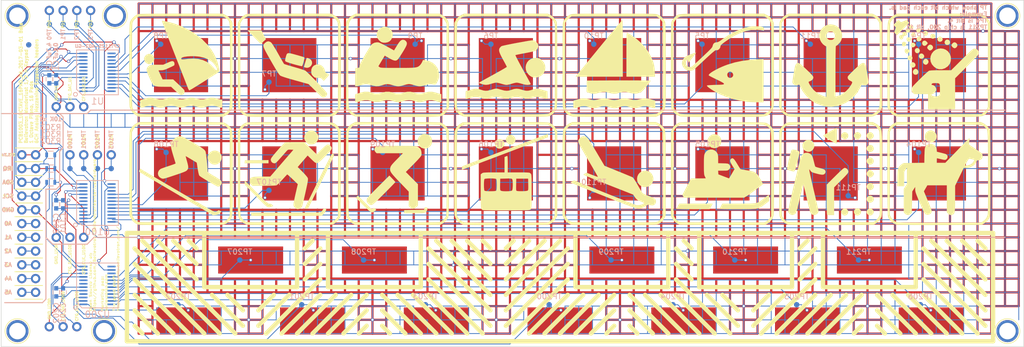
<source format=kicad_pcb>
(kicad_pcb (version 4) (host pcbnew 4.0.4-stable)
  (layers (0 F.Cu signal) (31 B.Cu signal) (34 B.Paste user) (35 F.Paste user) (36 B.SilkS user) (37 F.SilkS user) (38 B.Mask user) (39 F.Mask user) (44 Edge.Cuts user))
  (net 0 "")
  (net 1 GND)
  (net 2 +3V3)
  (net 3 /IRQ)
  (net 4 /SCL)
  (net 5 /SDA)
  (net 6 "Net-(A0-Pad1)")
  (net 7 "Net-(A1-Pad1)")
  (net 8 "Net-(A2-Pad1)")
  (net 9 "Net-(A3-Pad1)")
  (net 10 "Net-(A4-Pad1)")
  (net 11 "Net-(A5-Pad1)")
  (net 12 "Net-(CFG_CLK_U1-Pad1)")
  (net 13 "Net-(CFG_CLK_U100-Pad1)")
  (net 14 "Net-(CFG_CLK_U200-Pad1)")
  (net 15 "Net-(CFG_DAT_U1-Pad1)")
  (net 16 "Net-(CFG_DAT_U100-Pad1)")
  (net 17 "Net-(CFG_DAT_U200-Pad1)")
  (net 18 /CHIP_08)
  (net 19 /CHIP_07)
  (net 20 /CHIP_09)
  (net 21 /CHIP_06)
  (net 22 /CHIP_10)
  (net 23 /CHIP_05)
  (net 24 /CHIP_11)
  (net 25 /CHIP_04)
  (net 26 /CHIP_108)
  (net 27 /CHIP_107)
  (net 28 /CHIP_109)
  (net 29 /CHIP_106)
  (net 30 /CHIP_110)
  (net 31 /CHIP_105)
  (net 32 /CHIP_111)
  (net 33 /CHIP_104)
  (net 34 "Net-(PD0-Pad1)")
  (net 35 "Net-(PD1-Pad1)")
  (net 36 "Net-(PD2-Pad1)")
  (net 37 "Net-(PD3-Pad1)")
  (net 38 "Net-(PD100-Pad1)")
  (net 39 "Net-(PD101-Pad1)")
  (net 40 "Net-(PD102-Pad1)")
  (net 41 "Net-(PD103-Pad1)")
  (net 42 /CHIP_200)
  (net 43 /CHIP_201)
  (net 44 /CHIP_202)
  (net 45 /CHIP_203)
  (net 46 /CHIP_204)
  (net 47 /CHIP_205)
  (net 48 /CHIP_206)
  (net 49 /CHIP_207)
  (net 50 /CHIP_208)
  (net 51 /CHIP_209)
  (net 52 /CHIP_210)
  (net 53 /CHIP_211)
  (module Liberry:SOIC-24_0.635_1.5x5.2 (layer B.Cu) (at 20.32 -11.43 90)
    (fp_text reference U200 (at -5.3425 0 360) (layer B.SilkS) (effects (font (size 1.2 1.2)) (justify mirror)))
    (fp_text value CPT112S)
    (pad 24 smd rect (at -3.4925 2.6 90) (size 0.3 1.5) (layers B.Cu B.Paste B.Mask) (net 45 /CHIP_203))
    (pad 1 smd rect (at -3.4925 -2.6 90) (size 0.3 1.5) (layers B.Cu B.Paste B.Mask) (net 44 /CHIP_202))
    (pad 23 smd rect (at -2.8575 2.6 90) (size 0.3 1.5) (layers B.Cu B.Paste B.Mask) (net 46 /CHIP_204))
    (pad 2 smd rect (at -2.8575 -2.6 90) (size 0.3 1.5) (layers B.Cu B.Paste B.Mask) (net 43 /CHIP_201))
    (pad 22 smd rect (at -2.2225 2.6 90) (size 0.3 1.5) (layers B.Cu B.Paste B.Mask) (net 47 /CHIP_205))
    (pad 3 smd rect (at -2.2225 -2.6 90) (size 0.3 1.5) (layers B.Cu B.Paste B.Mask) (net 42 /CHIP_200))
    (pad 21 smd rect (at -1.5875 2.6 90) (size 0.3 1.5) (layers B.Cu B.Paste B.Mask) (net 48 /CHIP_206))
    (pad 4 smd rect (at -1.5875 -2.6 90) (size 0.3 1.5) (layers B.Cu B.Paste B.Mask))
    (pad 20 smd rect (at -0.9525 2.6 90) (size 0.3 1.5) (layers B.Cu B.Paste B.Mask) (net 49 /CHIP_207))
    (pad 5 smd rect (at -0.9525 -2.6 90) (size 0.3 1.5) (layers B.Cu B.Paste B.Mask) (net 1 GND))
    (pad 19 smd rect (at -0.3175 2.6 90) (size 0.3 1.5) (layers B.Cu B.Paste B.Mask) (net 50 /CHIP_208))
    (pad 6 smd rect (at -0.3175 -2.6 90) (size 0.3 1.5) (layers B.Cu B.Paste B.Mask) (net 2 +3V3))
    (pad 18 smd rect (at 0.3175 2.6 90) (size 0.3 1.5) (layers B.Cu B.Paste B.Mask) (net 51 /CHIP_209))
    (pad 7 smd rect (at 0.3175 -2.6 90) (size 0.3 1.5) (layers B.Cu B.Paste B.Mask))
    (pad 17 smd rect (at 0.9525 2.6 90) (size 0.3 1.5) (layers B.Cu B.Paste B.Mask) (net 52 /CHIP_210))
    (pad 8 smd rect (at 0.9525 -2.6 90) (size 0.3 1.5) (layers B.Cu B.Paste B.Mask))
    (pad 16 smd rect (at 1.5875 2.6 90) (size 0.3 1.5) (layers B.Cu B.Paste B.Mask) (net 53 /CHIP_211))
    (pad 9 smd rect (at 1.5875 -2.6 90) (size 0.3 1.5) (layers B.Cu B.Paste B.Mask) (net 14 "Net-(CFG_CLK_U200-Pad1)"))
    (pad 15 smd rect (at 2.2225 2.6 90) (size 0.3 1.5) (layers B.Cu B.Paste B.Mask))
    (pad 10 smd rect (at 2.2225 -2.6 90) (size 0.3 1.5) (layers B.Cu B.Paste B.Mask) (net 17 "Net-(CFG_DAT_U200-Pad1)"))
    (pad 14 smd rect (at 2.8575 2.6 90) (size 0.3 1.5) (layers B.Cu B.Paste B.Mask) (net 5 /SDA))
    (pad 11 smd rect (at 2.8575 -2.6 90) (size 0.3 1.5) (layers B.Cu B.Paste B.Mask) (net 3 /IRQ))
    (pad 13 smd rect (at 3.4925 2.6 90) (size 0.3 1.5) (layers B.Cu B.Paste B.Mask))
    (pad 12 smd rect (at 3.4925 -2.6 90) (size 0.3 1.5) (layers B.Cu B.Paste B.Mask) (net 4 /SCL))
  )
  (module Connect:1pin (layer F.Cu) (at 21.54 -3)
    (fp_text reference REF** hide)
    (fp_text value 1pin)
    (pad 1 thru_hole circle (at 0 0) (size 4.064 4.064) (drill 3.048) (layers *.Cu *.Mask))
  )
  (module Connect:1pin (layer F.Cu) (at 23.54 -61.25)
    (fp_text reference REF** hide)
    (fp_text value 1pin)
    (pad 1 thru_hole circle (at 0 0) (size 4.064 4.064) (drill 3.048) (layers *.Cu *.Mask))
  )
  (module Connect:1pin (layer F.Cu) (at 188.42 -3)
    (fp_text reference REF** hide)
    (fp_text value 1pin)
    (pad 1 thru_hole circle (at 0 0) (size 4.064 4.064) (drill 3.048) (layers *.Cu *.Mask))
  )
  (module Connect:1pin (layer F.Cu) (at 188.42 -61.25)
    (fp_text reference REF** hide)
    (fp_text value 1pin)
    (pad 1 thru_hole circle (at 0 0) (size 4.064 4.064) (drill 3.048) (layers *.Cu *.Mask))
  )
  (module Connect:1pin (layer F.Cu) (at 5.54 -61.25)
    (fp_text reference REF** hide)
    (fp_text value 1pin)
    (pad 1 thru_hole circle (at 0 0) (size 4.064 4.064) (drill 3.048) (layers *.Cu *.Mask))
  )
  (module Liberry:TOUCH_PAD_10CM (layer F.Cu) (at 35.76 -52.125)
    (fp_text reference PAD0 hide)
    (fp_text value TOUCHPAD_10CM)
    (pad 1 smd rect (at 0 0) (size 10 10) (layers F.Cu) (net 18 /CHIP_08))
  )
  (module Liberry:TOUCH_PAD_10CM (layer F.Cu) (at 55.76 -52.125)
    (fp_text reference PAD1 hide)
    (fp_text value TOUCHPAD_10CM)
    (pad 1 smd rect (at 0 0) (size 10 10) (layers F.Cu) (net 19 /CHIP_07))
  )
  (module Liberry:TOUCH_PAD_10CM (layer F.Cu) (at 75.76 -52.125)
    (fp_text reference PAD2 hide)
    (fp_text value TOUCHPAD_10CM)
    (pad 1 smd rect (at 0 0) (size 10 10) (layers F.Cu) (net 20 /CHIP_09))
  )
  (module Liberry:TOUCH_PAD_10CM (layer F.Cu) (at 95.76 -52.125)
    (fp_text reference PAD3 hide)
    (fp_text value TOUCHPAD_10CM)
    (pad 1 smd rect (at 0 0) (size 10 10) (layers F.Cu) (net 21 /CHIP_06))
  )
  (module Liberry:TOUCH_PAD_10CM (layer F.Cu) (at 115.76 -52.125)
    (fp_text reference PAD4 hide)
    (fp_text value TOUCHPAD_10CM)
    (pad 1 smd rect (at 0 0) (size 10 10) (layers F.Cu) (net 22 /CHIP_10))
  )
  (module Liberry:TOUCH_PAD_10CM (layer F.Cu) (at 135.76 -52.125)
    (fp_text reference PAD5 hide)
    (fp_text value TOUCHPAD_10CM)
    (pad 1 smd rect (at 0 0) (size 10 10) (layers F.Cu) (net 23 /CHIP_05))
  )
  (module Liberry:TOUCH_PAD_10CM (layer F.Cu) (at 155.76 -52.125)
    (fp_text reference PAD6 hide)
    (fp_text value TOUCHPAD_10CM)
    (pad 1 smd rect (at 0 0) (size 10 10) (layers F.Cu) (net 24 /CHIP_11))
  )
  (module Liberry:TOUCH_PAD_10CM (layer F.Cu) (at 175.76 -52.125)
    (fp_text reference PAD7 hide)
    (fp_text value TOUCHPAD_10CM)
    (pad 1 smd rect (at 0 0) (size 10 10) (layers F.Cu) (net 25 /CHIP_04))
  )
  (module Liberry:TOUCH_PAD_10CM (layer F.Cu) (at 35.76 -32.125)
    (fp_text reference PAD100 hide)
    (fp_text value TOUCHPAD_10CM)
    (pad 1 smd rect (at 0 0) (size 10 10) (layers F.Cu) (net 26 /CHIP_108))
  )
  (module Liberry:TOUCH_PAD_10CM (layer F.Cu) (at 55.76 -32.125)
    (fp_text reference PAD101 hide)
    (fp_text value TOUCHPAD_10CM)
    (pad 1 smd rect (at 0 0) (size 10 10) (layers F.Cu) (net 27 /CHIP_107))
  )
  (module Liberry:TOUCH_PAD_10CM (layer F.Cu) (at 75.76 -32.125)
    (fp_text reference PAD102 hide)
    (fp_text value TOUCHPAD_10CM)
    (pad 1 smd rect (at 0 0) (size 10 10) (layers F.Cu) (net 28 /CHIP_109))
  )
  (module Liberry:TOUCH_PAD_10CM (layer F.Cu) (at 95.76 -32.125)
    (fp_text reference PAD103 hide)
    (fp_text value TOUCHPAD_10CM)
    (pad 1 smd rect (at 0 0) (size 10 10) (layers F.Cu) (net 29 /CHIP_106))
  )
  (module Liberry:TOUCH_PAD_10CM (layer F.Cu) (at 115.76 -32.125)
    (fp_text reference PAD104 hide)
    (fp_text value TOUCHPAD_10CM)
    (pad 1 smd rect (at 0 0) (size 10 10) (layers F.Cu) (net 30 /CHIP_110))
  )
  (module Liberry:TOUCH_PAD_10CM (layer F.Cu) (at 135.76 -32.125)
    (fp_text reference PAD105 hide)
    (fp_text value TOUCHPAD_10CM)
    (pad 1 smd rect (at 0 0) (size 10 10) (layers F.Cu) (net 31 /CHIP_105))
  )
  (module Liberry:TOUCH_PAD_10CM (layer F.Cu) (at 155.76 -32.125)
    (fp_text reference PAD106 hide)
    (fp_text value TOUCHPAD_10CM)
    (pad 1 smd rect (at 0 0) (size 10 10) (layers F.Cu) (net 32 /CHIP_111))
  )
  (module Liberry:TOUCH_PAD_10CM (layer F.Cu) (at 175.76 -32.125)
    (fp_text reference PAD107 hide)
    (fp_text value TOUCHPAD_10CM)
    (pad 1 smd rect (at 0 0) (size 10 10) (layers F.Cu) (net 33 /CHIP_104))
  )
  (module Connect:1pin (layer F.Cu) (at 5.54 -3)
    (fp_text reference REF** hide)
    (fp_text value 1pin)
    (pad 1 thru_hole circle (at 0 0) (size 4.064 4.064) (drill 3.048) (layers *.Cu *.Mask))
  )
  (module Fiducials:Fiducial_1mm_Dia_2.54mm_Outer_CopperBottom (layer F.Cu) (at 7.62 -55.88)
    (fp_text reference REF** hide)
    (fp_text value Fiducial_1mm_Dia_2.54mm_Outer_CopperBottom)
    (pad ~ smd circle (at 0 0) (size 1 1) (layers B.Cu B.Mask) (clearance 0.77))
  )
  (module Liberry:TH_0.1_1x2_Jumper (layer F.Cu) (at 6.35 -35.56)
    (fp_text reference +3.3V0 (at -2.54 0) (layer F.SilkS) (effects (font (size 0.5 0.5) (thickness 0.125))))
    (fp_text value CONN_01X01)
    (pad 1 thru_hole circle (at 0 0) (size 1.7272 1.7272) (drill 1.016) (layers *.Cu *.Mask) (net 2 +3V3))
    (pad 1 thru_hole circle (at 2.54 0) (size 1.7272 1.7272) (drill 1.016) (layers *.Cu *.Mask) (net 2 +3V3))
  )
  (module Liberry:TH_0.1_1x2_Jumper (layer F.Cu) (at 6.35 -25.4)
    (fp_text reference GND0 (at -2.54 0) (layer F.SilkS) (effects (font (size 0.5 0.5) (thickness 0.125))))
    (fp_text value CONN_01X01)
    (pad 1 thru_hole circle (at 0 0) (size 1.7272 1.7272) (drill 1.016) (layers *.Cu *.Mask) (net 1 GND))
    (pad 1 thru_hole circle (at 2.54 0) (size 1.7272 1.7272) (drill 1.016) (layers *.Cu *.Mask) (net 1 GND))
  )
  (module Liberry:TH_0.1_1x2_Jumper (layer F.Cu) (at 6.35 -33.02)
    (fp_text reference IRQ0 (at -2.54 0) (layer F.SilkS) (effects (font (size 0.5 0.5) (thickness 0.125))))
    (fp_text value CONN_01X01)
    (pad 1 thru_hole circle (at 0 0) (size 1.7272 1.7272) (drill 1.016) (layers *.Cu *.Mask) (net 3 /IRQ))
    (pad 1 thru_hole circle (at 2.54 0) (size 1.7272 1.7272) (drill 1.016) (layers *.Cu *.Mask) (net 3 /IRQ))
  )
  (module Liberry:TESTPAD (layer B.Cu) (at 32 -56)
    (fp_text reference TP8 (at 0 -1.524) (layer B.SilkS) (effects (justify mirror)))
    (fp_text value CONN_01X01)
    (pad 1 smd circle (at 0 0 90) (size 1 1) (layers B.Cu B.Paste B.Mask) (net 18 /CHIP_08))
  )
  (module Liberry:TESTPAD (layer B.Cu) (at 52 -49)
    (fp_text reference TP7 (at 0 -1.524) (layer B.SilkS) (effects (justify mirror)))
    (fp_text value CONN_01X01)
    (pad 1 smd circle (at 0 0 90) (size 1 1) (layers B.Cu B.Paste B.Mask) (net 19 /CHIP_07))
  )
  (module Liberry:TESTPAD (layer B.Cu) (at 79 -56)
    (fp_text reference TP9 (at 0 -1.524) (layer B.SilkS) (effects (justify mirror)))
    (fp_text value CONN_01X01)
    (pad 1 smd circle (at 0 0 90) (size 1 1) (layers B.Cu B.Paste B.Mask) (net 20 /CHIP_09))
  )
  (module Liberry:TESTPAD (layer B.Cu) (at 93 -56)
    (fp_text reference TP6 (at 0 -1.524) (layer B.SilkS) (effects (justify mirror)))
    (fp_text value CONN_01X01)
    (pad 1 smd circle (at 0 0 90) (size 1 1) (layers B.Cu B.Paste B.Mask) (net 21 /CHIP_06))
  )
  (module Liberry:TESTPAD (layer B.Cu) (at 112 -56)
    (fp_text reference TP10 (at 0 -1.524) (layer B.SilkS) (effects (justify mirror)))
    (fp_text value CONN_01X01)
    (pad 1 smd circle (at 0 0 90) (size 1 1) (layers B.Cu B.Paste B.Mask) (net 22 /CHIP_10))
  )
  (module Liberry:TESTPAD (layer B.Cu) (at 132 -56)
    (fp_text reference TP5 (at 0 -1.524) (layer B.SilkS) (effects (justify mirror)))
    (fp_text value CONN_01X01)
    (pad 1 smd circle (at 0 0 90) (size 1 1) (layers B.Cu B.Paste B.Mask) (net 23 /CHIP_05))
  )
  (module Liberry:TESTPAD (layer B.Cu) (at 152 -56)
    (fp_text reference TP11 (at 0 -1.524) (layer B.SilkS) (effects (justify mirror)))
    (fp_text value CONN_01X01)
    (pad 1 smd circle (at 0 0 90) (size 1 1) (layers B.Cu B.Paste B.Mask) (net 24 /CHIP_11))
  )
  (module Liberry:TESTPAD (layer B.Cu) (at 172 -56)
    (fp_text reference TP4 (at 0 -1.524) (layer B.SilkS) (effects (justify mirror)))
    (fp_text value CONN_01X01)
    (pad 1 smd circle (at 0 0 90) (size 1 1) (layers B.Cu B.Paste B.Mask) (net 25 /CHIP_04))
  )
  (module Liberry:TESTPAD (layer B.Cu) (at 11.43 -59.69 180)
    (fp_text reference TP0 (at 0 -1.905 270) (layer B.SilkS) (effects (font (size 0.75 0.75)) (justify mirror)))
    (fp_text value CONN_01X01)
    (pad 1 smd circle (at 0 0 270) (size 1 1) (layers B.Cu B.Paste B.Mask) (net 34 "Net-(PD0-Pad1)"))
  )
  (module Liberry:TESTPAD (layer B.Cu) (at 13.97 -59.69 180)
    (fp_text reference TP1 (at 0 -1.905 270) (layer B.SilkS) (effects (font (size 0.75 0.75)) (justify mirror)))
    (fp_text value CONN_01X01)
    (pad 1 smd circle (at 0 0 270) (size 1 1) (layers B.Cu B.Paste B.Mask) (net 35 "Net-(PD1-Pad1)"))
  )
  (module Liberry:TESTPAD (layer B.Cu) (at 16.51 -59.69 180)
    (fp_text reference TP2 (at 0 -1.905 270) (layer B.SilkS) (effects (font (size 0.75 0.75)) (justify mirror)))
    (fp_text value CONN_01X01)
    (pad 1 smd circle (at 0 0 270) (size 1 1) (layers B.Cu B.Paste B.Mask) (net 36 "Net-(PD2-Pad1)"))
  )
  (module Liberry:TESTPAD (layer B.Cu) (at 19.05 -59.69 180)
    (fp_text reference TP3 (at 0 -1.905 270) (layer B.SilkS) (effects (font (size 0.75 0.75)) (justify mirror)))
    (fp_text value CONN_01X01)
    (pad 1 smd circle (at 0 0 270) (size 1 1) (layers B.Cu B.Paste B.Mask) (net 37 "Net-(PD3-Pad1)"))
  )
  (module Liberry:TESTPAD (layer B.Cu) (at 33 -36)
    (fp_text reference TP108 (at 0 -1.524) (layer B.SilkS) (effects (justify mirror)))
    (fp_text value CONN_01X01)
    (pad 1 smd circle (at 0 0 90) (size 1 1) (layers B.Cu B.Paste B.Mask) (net 26 /CHIP_108))
  )
  (module Liberry:TESTPAD (layer B.Cu) (at 52 -29)
    (fp_text reference TP107 (at 0 -1.524) (layer B.SilkS) (effects (justify mirror)))
    (fp_text value CONN_01X01)
    (pad 1 smd circle (at 0 0 90) (size 1 1) (layers B.Cu B.Paste B.Mask) (net 27 /CHIP_107))
  )
  (module Liberry:TESTPAD (layer B.Cu) (at 73 -36)
    (fp_text reference TP109 (at 0 -1.524) (layer B.SilkS) (effects (justify mirror)))
    (fp_text value CONN_01X01)
    (pad 1 smd circle (at 0 0 90) (size 1 1) (layers B.Cu B.Paste B.Mask) (net 28 /CHIP_109))
  )
  (module Liberry:TESTPAD (layer B.Cu) (at 93 -36)
    (fp_text reference TP106 (at 0 -1.524) (layer B.SilkS) (effects (justify mirror)))
    (fp_text value CONN_01X01)
    (pad 1 smd circle (at 0 0 90) (size 1 1) (layers B.Cu B.Paste B.Mask) (net 29 /CHIP_106))
  )
  (module Liberry:TESTPAD (layer B.Cu) (at 112 -29)
    (fp_text reference TP110 (at 0 -1.524) (layer B.SilkS) (effects (justify mirror)))
    (fp_text value CONN_01X01)
    (pad 1 smd circle (at 0 0 90) (size 1 1) (layers B.Cu B.Paste B.Mask) (net 30 /CHIP_110))
  )
  (module Liberry:TESTPAD (layer B.Cu) (at 133 -36)
    (fp_text reference TP105 (at 0 -1.524) (layer B.SilkS) (effects (justify mirror)))
    (fp_text value CONN_01X01)
    (pad 1 smd circle (at 0 0 90) (size 1 1) (layers B.Cu B.Paste B.Mask) (net 31 /CHIP_105))
  )
  (module Liberry:TESTPAD (layer B.Cu) (at 159 -28)
    (fp_text reference TP111 (at 0 -1.524) (layer B.SilkS) (effects (justify mirror)))
    (fp_text value CONN_01X01)
    (pad 1 smd circle (at 0 0 90) (size 1 1) (layers B.Cu B.Paste B.Mask) (net 32 /CHIP_111))
  )
  (module Liberry:TESTPAD (layer B.Cu) (at 172 -36)
    (fp_text reference TP104 (at 0 -1.524) (layer B.SilkS) (effects (justify mirror)))
    (fp_text value CONN_01X01)
    (pad 1 smd circle (at 0 0 90) (size 1 1) (layers B.Cu B.Paste B.Mask) (net 33 /CHIP_104))
  )
  (module Liberry:TESTPAD (layer B.Cu) (at 15.24 -33.02)
    (fp_text reference TP100 (at 0 -5.334 90) (layer B.SilkS) (effects (font (size 0.75 0.75)) (justify mirror)))
    (fp_text value CONN_01X01)
    (pad 1 smd circle (at 0 0 90) (size 1 1) (layers B.Cu B.Paste B.Mask) (net 38 "Net-(PD100-Pad1)"))
  )
  (module Liberry:TESTPAD (layer B.Cu) (at 17.78 -33.02)
    (fp_text reference TP101 (at 0 -5.334 90) (layer B.SilkS) (effects (font (size 0.75 0.75)) (justify mirror)))
    (fp_text value CONN_01X01)
    (pad 1 smd circle (at 0 0 90) (size 1 1) (layers B.Cu B.Paste B.Mask) (net 39 "Net-(PD101-Pad1)"))
  )
  (module Liberry:TESTPAD (layer B.Cu) (at 20.32 -33.02)
    (fp_text reference TP102 (at 0 -5.334 90) (layer B.SilkS) (effects (font (size 0.75 0.75)) (justify mirror)))
    (fp_text value CONN_01X01)
    (pad 1 smd circle (at 0 0 90) (size 1 1) (layers B.Cu B.Paste B.Mask) (net 40 "Net-(PD102-Pad1)"))
  )
  (module Liberry:TESTPAD (layer B.Cu) (at 22.86 -33.02)
    (fp_text reference TP103 (at 0 -5.334 90) (layer B.SilkS) (effects (font (size 0.75 0.75)) (justify mirror)))
    (fp_text value CONN_01X01)
    (pad 1 smd circle (at 0 0 90) (size 1 1) (layers B.Cu B.Paste B.Mask) (net 41 "Net-(PD103-Pad1)"))
  )
  (module Liberry:TESTPAD (layer B.Cu) (at 35.1886 -7.875)
    (fp_text reference TP202 (at 0 -1.524) (layer B.SilkS) (effects (justify mirror)))
    (fp_text value CONN_01X01)
    (pad 1 smd circle (at 0 0 90) (size 1 1) (layers B.Cu B.Paste B.Mask) (net 44 /CHIP_202))
  )
  (module Liberry:TESTPAD (layer B.Cu) (at 46.6171 -16.125)
    (fp_text reference TP207 (at 0 -1.524) (layer B.SilkS) (effects (justify mirror)))
    (fp_text value CONN_01X01)
    (pad 1 smd circle (at 0 0 90) (size 1 1) (layers B.Cu B.Paste B.Mask) (net 49 /CHIP_207))
  )
  (module Liberry:TESTPAD (layer B.Cu) (at 58.0458 -7.875)
    (fp_text reference TP201 (at 0 -1.524) (layer B.SilkS) (effects (justify mirror)))
    (fp_text value CONN_01X01)
    (pad 1 smd circle (at 0 0 90) (size 1 1) (layers B.Cu B.Paste B.Mask) (net 43 /CHIP_201))
  )
  (module Liberry:TESTPAD (layer B.Cu) (at 69.4744 -16.125)
    (fp_text reference TP208 (at 0 -1.524) (layer B.SilkS) (effects (justify mirror)))
    (fp_text value CONN_01X01)
    (pad 1 smd circle (at 0 0 90) (size 1 1) (layers B.Cu B.Paste B.Mask) (net 50 /CHIP_208))
  )
  (module Liberry:TESTPAD (layer B.Cu) (at 80.903 -7.875)
    (fp_text reference TP203 (at 0 -1.524) (layer B.SilkS) (effects (justify mirror)))
    (fp_text value CONN_01X01)
    (pad 1 smd circle (at 0 0 90) (size 1 1) (layers B.Cu B.Paste B.Mask) (net 45 /CHIP_203))
  )
  (module Liberry:TESTPAD (layer B.Cu) (at 103.7602 -7.875)
    (fp_text reference TP200 (at 0 -1.524) (layer B.SilkS) (effects (justify mirror)))
    (fp_text value CONN_01X01)
    (pad 1 smd circle (at 0 0 90) (size 1 1) (layers B.Cu B.Paste B.Mask) (net 42 /CHIP_200))
  )
  (module Liberry:TESTPAD (layer B.Cu) (at 115.1888 -16.125)
    (fp_text reference TP209 (at 0 -1.524) (layer B.SilkS) (effects (justify mirror)))
    (fp_text value CONN_01X01)
    (pad 1 smd circle (at 0 0 90) (size 1 1) (layers B.Cu B.Paste B.Mask) (net 51 /CHIP_209))
  )
  (module Liberry:TESTPAD (layer B.Cu) (at 126.6174 -7.875)
    (fp_text reference TP204 (at 0 -1.524) (layer B.SilkS) (effects (justify mirror)))
    (fp_text value CONN_01X01)
    (pad 1 smd circle (at 0 0 90) (size 1 1) (layers B.Cu B.Paste B.Mask) (net 46 /CHIP_204))
  )
  (module Liberry:TESTPAD (layer B.Cu) (at 138.046 -16.125)
    (fp_text reference TP210 (at 0 -1.524) (layer B.SilkS) (effects (justify mirror)))
    (fp_text value CONN_01X01)
    (pad 1 smd circle (at 0 0 90) (size 1 1) (layers B.Cu B.Paste B.Mask) (net 52 /CHIP_210))
  )
  (module Liberry:TESTPAD (layer B.Cu) (at 149.4746 -7.875)
    (fp_text reference TP205 (at 0 -1.524) (layer B.SilkS) (effects (justify mirror)))
    (fp_text value CONN_01X01)
    (pad 1 smd circle (at 0 0 90) (size 1 1) (layers B.Cu B.Paste B.Mask) (net 47 /CHIP_205))
  )
  (module Liberry:TESTPAD (layer B.Cu) (at 160.9032 -16.125)
    (fp_text reference TP211 (at 0 -1.524) (layer B.SilkS) (effects (justify mirror)))
    (fp_text value CONN_01X01)
    (pad 1 smd circle (at 0 0 90) (size 1 1) (layers B.Cu B.Paste B.Mask) (net 53 /CHIP_211))
  )
  (module Liberry:TESTPAD (layer B.Cu) (at 172.3318 -7.875)
    (fp_text reference TP206 (at 0 -1.524) (layer B.SilkS) (effects (justify mirror)))
    (fp_text value CONN_01X01)
    (pad 1 smd circle (at 0 0 90) (size 1 1) (layers B.Cu B.Paste B.Mask) (net 48 /CHIP_206))
  )
  (module Liberry:TH_0.1_1x2_Jumper (layer F.Cu) (at 6.35 -27.94)
    (fp_text reference SCL0 (at -2.54 0) (layer F.SilkS) (effects (font (size 0.5 0.5) (thickness 0.125))))
    (fp_text value CONN_01X01)
    (pad 1 thru_hole circle (at 0 0) (size 1.7272 1.7272) (drill 1.016) (layers *.Cu *.Mask) (net 4 /SCL))
    (pad 1 thru_hole circle (at 2.54 0) (size 1.7272 1.7272) (drill 1.016) (layers *.Cu *.Mask) (net 4 /SCL))
  )
  (module Liberry:TH_0.1_1x2_Jumper (layer F.Cu) (at 6.35 -30.48)
    (fp_text reference SDA0 (at -2.54 0) (layer F.SilkS) (effects (font (size 0.5 0.5) (thickness 0.125))))
    (fp_text value CONN_01X01)
    (pad 1 thru_hole circle (at 0 0) (size 1.7272 1.7272) (drill 1.016) (layers *.Cu *.Mask) (net 5 /SDA))
    (pad 1 thru_hole circle (at 2.54 0) (size 1.7272 1.7272) (drill 1.016) (layers *.Cu *.Mask) (net 5 /SDA))
  )
  (module Liberry:TH_0.1_1x2_Jumper (layer F.Cu) (at 6.35 -22.86)
    (fp_text reference A0 (at -2.54 0) (layer F.SilkS) (effects (font (size 0.5 0.5) (thickness 0.125))))
    (fp_text value CONN_01X01)
    (pad 1 thru_hole circle (at 0 0) (size 1.7272 1.7272) (drill 1.016) (layers *.Cu *.Mask) (net 6 "Net-(A0-Pad1)"))
    (pad 1 thru_hole circle (at 2.54 0) (size 1.7272 1.7272) (drill 1.016) (layers *.Cu *.Mask) (net 6 "Net-(A0-Pad1)"))
  )
  (module Liberry:TH_0.1_1x2_Jumper (layer F.Cu) (at 6.35 -20.32)
    (fp_text reference A1 (at -2.54 0) (layer F.SilkS) (effects (font (size 0.5 0.5) (thickness 0.125))))
    (fp_text value CONN_01X01)
    (pad 1 thru_hole circle (at 0 0) (size 1.7272 1.7272) (drill 1.016) (layers *.Cu *.Mask) (net 7 "Net-(A1-Pad1)"))
    (pad 1 thru_hole circle (at 2.54 0) (size 1.7272 1.7272) (drill 1.016) (layers *.Cu *.Mask) (net 7 "Net-(A1-Pad1)"))
  )
  (module Liberry:TH_0.1_1x2_Jumper (layer F.Cu) (at 6.35 -17.78)
    (fp_text reference A2 (at -2.54 0) (layer F.SilkS) (effects (font (size 0.5 0.5) (thickness 0.125))))
    (fp_text value CONN_01X01)
    (pad 1 thru_hole circle (at 0 0) (size 1.7272 1.7272) (drill 1.016) (layers *.Cu *.Mask) (net 8 "Net-(A2-Pad1)"))
    (pad 1 thru_hole circle (at 2.54 0) (size 1.7272 1.7272) (drill 1.016) (layers *.Cu *.Mask) (net 8 "Net-(A2-Pad1)"))
  )
  (module Liberry:TH_0.1_1x2_Jumper (layer F.Cu) (at 6.35 -15.24)
    (fp_text reference A3 (at -2.54 0) (layer F.SilkS) (effects (font (size 0.5 0.5) (thickness 0.125))))
    (fp_text value CONN_01X01)
    (pad 1 thru_hole circle (at 0 0) (size 1.7272 1.7272) (drill 1.016) (layers *.Cu *.Mask) (net 9 "Net-(A3-Pad1)"))
    (pad 1 thru_hole circle (at 2.54 0) (size 1.7272 1.7272) (drill 1.016) (layers *.Cu *.Mask) (net 9 "Net-(A3-Pad1)"))
  )
  (module Liberry:TH_0.1_1x2_Jumper (layer F.Cu) (at 6.35 -12.7)
    (fp_text reference A4 (at -2.54 0) (layer F.SilkS) (effects (font (size 0.5 0.5) (thickness 0.125))))
    (fp_text value CONN_01X01)
    (pad 1 thru_hole circle (at 0 0) (size 1.7272 1.7272) (drill 1.016) (layers *.Cu *.Mask) (net 10 "Net-(A4-Pad1)"))
    (pad 1 thru_hole circle (at 2.54 0) (size 1.7272 1.7272) (drill 1.016) (layers *.Cu *.Mask) (net 10 "Net-(A4-Pad1)"))
  )
  (module Liberry:TH_0.1_1x2_Jumper (layer F.Cu) (at 6.35 -10.16)
    (fp_text reference A5 (at -2.54 0) (layer F.SilkS) (effects (font (size 0.5 0.5) (thickness 0.125))))
    (fp_text value CONN_01X01)
    (pad 1 thru_hole circle (at 0 0) (size 1.7272 1.7272) (drill 1.016) (layers *.Cu *.Mask) (net 11 "Net-(A5-Pad1)"))
    (pad 1 thru_hole circle (at 2.54 0) (size 1.7272 1.7272) (drill 1.016) (layers *.Cu *.Mask) (net 11 "Net-(A5-Pad1)"))
  )
  (module Liberry:single_0.1 (layer F.Cu) (at 11.43 -62.23 90)
    (fp_text reference PD0 (at -2.54 0 90) (layer F.SilkS) (effects (font (size 0.5 0.5) (thickness 0.125))))
    (fp_text value CONN_01X01)
    (pad 1 thru_hole circle (at 0 0 90) (size 1.7272 1.7272) (drill 1.016) (layers *.Cu *.Mask) (net 34 "Net-(PD0-Pad1)"))
  )
  (module Liberry:single_0.1 (layer F.Cu) (at 13.97 -62.23 90)
    (fp_text reference PD1 (at -2.54 0 90) (layer F.SilkS) (effects (font (size 0.5 0.5) (thickness 0.125))))
    (fp_text value CONN_01X01)
    (pad 1 thru_hole circle (at 0 0 90) (size 1.7272 1.7272) (drill 1.016) (layers *.Cu *.Mask) (net 35 "Net-(PD1-Pad1)"))
  )
  (module Liberry:single_0.1 (layer F.Cu) (at 16.51 -62.23 90)
    (fp_text reference PD2 (at -2.54 0 90) (layer F.SilkS) (effects (font (size 0.5 0.5) (thickness 0.125))))
    (fp_text value CONN_01X01)
    (pad 1 thru_hole circle (at 0 0 90) (size 1.7272 1.7272) (drill 1.016) (layers *.Cu *.Mask) (net 36 "Net-(PD2-Pad1)"))
  )
  (module Liberry:single_0.1 (layer F.Cu) (at 19.05 -62.23 90)
    (fp_text reference PD3 (at -2.54 0 90) (layer F.SilkS) (effects (font (size 0.5 0.5) (thickness 0.125))))
    (fp_text value CONN_01X01)
    (pad 1 thru_hole circle (at 0 0 90) (size 1.7272 1.7272) (drill 1.016) (layers *.Cu *.Mask) (net 37 "Net-(PD3-Pad1)"))
  )
  (module Liberry:single_0.1 (layer F.Cu) (at 15.24 -35.56 90)
    (fp_text reference PD100 (at 2.54 0 90) (layer F.SilkS) (effects (font (size 0.5 0.5) (thickness 0.125))))
    (fp_text value CONN_01X01)
    (pad 1 thru_hole circle (at 0 0 90) (size 1.7272 1.7272) (drill 1.016) (layers *.Cu *.Mask) (net 38 "Net-(PD100-Pad1)"))
  )
  (module Liberry:single_0.1 (layer F.Cu) (at 17.78 -35.56 90)
    (fp_text reference PD101 (at 2.54 0 90) (layer F.SilkS) (effects (font (size 0.5 0.5) (thickness 0.125))))
    (fp_text value CONN_01X01)
    (pad 1 thru_hole circle (at 0 0 90) (size 1.7272 1.7272) (drill 1.016) (layers *.Cu *.Mask) (net 39 "Net-(PD101-Pad1)"))
  )
  (module Liberry:single_0.1 (layer F.Cu) (at 20.32 -35.56 90)
    (fp_text reference PD102 (at 2.54 0 90) (layer F.SilkS) (effects (font (size 0.5 0.5) (thickness 0.125))))
    (fp_text value CONN_01X01)
    (pad 1 thru_hole circle (at 0 0 90) (size 1.7272 1.7272) (drill 1.016) (layers *.Cu *.Mask) (net 40 "Net-(PD102-Pad1)"))
  )
  (module Liberry:single_0.1 (layer F.Cu) (at 22.86 -35.56 90)
    (fp_text reference PD103 (at 2.54 0 90) (layer F.SilkS) (effects (font (size 0.5 0.5) (thickness 0.125))))
    (fp_text value CONN_01X01)
    (pad 1 thru_hole circle (at 0 0 90) (size 1.7272 1.7272) (drill 1.016) (layers *.Cu *.Mask) (net 41 "Net-(PD103-Pad1)"))
  )
  (module Capacitors_SMD:C_0603 (layer B.Cu) (at 12.7 -49.53 270)
    (fp_text reference C1 (at -2.54 0 270) (layer B.SilkS) (effects (justify mirror)))
    (fp_text value 0.1uf)
    (pad 1 smd rect (at -0.75 0 270) (size 0.8 0.75) (layers B.Cu B.Paste B.Mask) (net 2 +3V3))
    (pad 2 smd rect (at 0.75 0 270) (size 0.8 0.75) (layers B.Cu B.Paste B.Mask) (net 1 GND))
  )
  (module Capacitors_SMD:C_0603 (layer B.Cu) (at 11.43 -49.53 270)
    (fp_text reference C2 (at -2.54 0 270) (layer B.SilkS) (effects (justify mirror)))
    (fp_text value "4.7 uF")
    (pad 1 smd rect (at -0.75 0 270) (size 0.8 0.75) (layers B.Cu B.Paste B.Mask) (net 2 +3V3))
    (pad 2 smd rect (at 0.75 0 270) (size 0.8 0.75) (layers B.Cu B.Paste B.Mask) (net 1 GND))
  )
  (module Capacitors_SMD:C_0603 (layer B.Cu) (at 13.97 -26.416 270)
    (fp_text reference C101 (at 3.556 0 270) (layer B.SilkS) (effects (justify mirror)))
    (fp_text value 0.1uf)
    (pad 1 smd rect (at -0.75 0 270) (size 0.8 0.75) (layers B.Cu B.Paste B.Mask) (net 2 +3V3))
    (pad 2 smd rect (at 0.75 0 270) (size 0.8 0.75) (layers B.Cu B.Paste B.Mask) (net 1 GND))
  )
  (module Capacitors_SMD:C_0603 (layer B.Cu) (at 12.7 -26.416 270)
    (fp_text reference C102 (at 3.556 0 270) (layer B.SilkS) (effects (justify mirror)))
    (fp_text value "4.7 uF")
    (pad 1 smd rect (at -0.75 0 270) (size 0.8 0.75) (layers B.Cu B.Paste B.Mask) (net 2 +3V3))
    (pad 2 smd rect (at 0.75 0 270) (size 0.8 0.75) (layers B.Cu B.Paste B.Mask) (net 1 GND))
  )
  (module Capacitors_SMD:C_0603 (layer B.Cu) (at 13.97 -10.16 270)
    (fp_text reference C201 (at 3.81 0 450) (layer B.SilkS) (effects (justify mirror)))
    (fp_text value 0.1uf)
    (pad 1 smd rect (at -0.75 0 270) (size 0.8 0.75) (layers B.Cu B.Paste B.Mask) (net 2 +3V3))
    (pad 2 smd rect (at 0.75 0 270) (size 0.8 0.75) (layers B.Cu B.Paste B.Mask) (net 1 GND))
  )
  (module Capacitors_SMD:C_0603 (layer B.Cu) (at 12.7 -10.16 270)
    (fp_text reference C202 (at 3.81 0 270) (layer B.SilkS) (effects (justify mirror)))
    (fp_text value "4.7 uF")
    (pad 1 smd rect (at -0.75 0 270) (size 0.8 0.75) (layers B.Cu B.Paste B.Mask) (net 2 +3V3))
    (pad 2 smd rect (at 0.75 0 270) (size 0.8 0.75) (layers B.Cu B.Paste B.Mask) (net 1 GND))
  )
  (module Liberry:single_0.1 (layer F.Cu) (at 17.78 -44.45 270)
    (fp_text reference CFG_CLK_U1 (at -3.302 0 270) (layer F.SilkS) (effects (font (size 0.5 0.5) (thickness 0.125))))
    (fp_text value CONN_01X01)
    (pad 1 thru_hole circle (at 0 0 270) (size 1.7272 1.7272) (drill 1.016) (layers *.Cu *.Mask) (net 12 "Net-(CFG_CLK_U1-Pad1)"))
  )
  (module Liberry:single_0.1 (layer F.Cu) (at 17.78 -20.32 90)
    (fp_text reference CFG_CLK_U100 (at -4.064 0 90) (layer F.SilkS) (effects (font (size 0.5 0.5) (thickness 0.125))))
    (fp_text value CONN_01X01)
    (pad 1 thru_hole circle (at 0 0 90) (size 1.7272 1.7272) (drill 1.016) (layers *.Cu *.Mask) (net 13 "Net-(CFG_CLK_U100-Pad1)"))
  )
  (module Liberry:single_0.1 (layer F.Cu) (at 16.51 -3.81 270)
    (fp_text reference CFG_CLK_U200 (at -3.81 0 270) (layer F.SilkS) (effects (font (size 0.5 0.5) (thickness 0.125))))
    (fp_text value CONN_01X01)
    (pad 1 thru_hole circle (at 0 0 270) (size 1.7272 1.7272) (drill 1.016) (layers *.Cu *.Mask) (net 14 "Net-(CFG_CLK_U200-Pad1)"))
  )
  (module Liberry:single_0.1 (layer F.Cu) (at 15.24 -44.45 270)
    (fp_text reference CFG_DAT_U1 (at -3.302 0 270) (layer F.SilkS) (effects (font (size 0.5 0.5) (thickness 0.125))))
    (fp_text value CONN_01X01)
    (pad 1 thru_hole circle (at 0 0 270) (size 1.7272 1.7272) (drill 1.016) (layers *.Cu *.Mask) (net 15 "Net-(CFG_DAT_U1-Pad1)"))
  )
  (module Liberry:single_0.1 (layer F.Cu) (at 15.24 -20.32 90)
    (fp_text reference CFG_DAT_U100 (at -4.064 0 90) (layer F.SilkS) (effects (font (size 0.5 0.5) (thickness 0.125))))
    (fp_text value CONN_01X01)
    (pad 1 thru_hole circle (at 0 0 90) (size 1.7272 1.7272) (drill 1.016) (layers *.Cu *.Mask) (net 16 "Net-(CFG_DAT_U100-Pad1)"))
  )
  (module Liberry:single_0.1 (layer F.Cu) (at 13.97 -3.81 270)
    (fp_text reference CFG_DAT_U200 (at -3.81 0 270) (layer F.SilkS) (effects (font (size 0.5 0.5) (thickness 0.125))))
    (fp_text value CONN_01X01)
    (pad 1 thru_hole circle (at 0 0 270) (size 1.7272 1.7272) (drill 1.016) (layers *.Cu *.Mask) (net 17 "Net-(CFG_DAT_U200-Pad1)"))
  )
  (module Liberry:single_0.1 (layer F.Cu) (at 12.7 -44.45 270)
    (fp_text reference GND_U1 (at -2.54 0 270) (layer F.SilkS) (effects (font (size 0.5 0.5) (thickness 0.125))))
    (fp_text value CONN_01X01)
    (pad 1 thru_hole circle (at 0 0 270) (size 1.7272 1.7272) (drill 1.016) (layers *.Cu *.Mask) (net 1 GND))
  )
  (module Liberry:single_0.1 (layer F.Cu) (at 12.7 -20.32 90)
    (fp_text reference GND_U100 (at -3.048 0 90) (layer F.SilkS) (effects (font (size 0.5 0.5) (thickness 0.125))))
    (fp_text value CONN_01X01)
    (pad 1 thru_hole circle (at 0 0 90) (size 1.7272 1.7272) (drill 1.016) (layers *.Cu *.Mask) (net 1 GND))
  )
  (module Liberry:single_0.1 (layer F.Cu) (at 11.43 -3.81 270)
    (fp_text reference GND_U200 (at -3.302 0 270) (layer F.SilkS) (effects (font (size 0.5 0.5) (thickness 0.125))))
    (fp_text value CONN_01X01)
    (pad 1 thru_hole circle (at 0 0 270) (size 1.7272 1.7272) (drill 1.016) (layers *.Cu *.Mask) (net 1 GND))
  )
  (module Resistors_SMD:R_0603 (layer B.Cu) (at 11.696 -33.02 180)
    (fp_text reference R301 (at 0 6.35 180) (layer B.SilkS) (effects (justify mirror)))
    (fp_text value 10K)
    (pad 1 smd rect (at -0.75 0 180) (size 0.5 0.9) (layers B.Cu B.Paste B.Mask) (net 2 +3V3))
    (pad 2 smd rect (at 0.75 0 180) (size 0.5 0.9) (layers B.Cu B.Paste B.Mask) (net 5 /SDA))
  )
  (module Resistors_SMD:R_0603 (layer B.Cu) (at 11.684 -30.48 180)
    (fp_text reference R302 (at 0 7.62 180) (layer B.SilkS) (effects (justify mirror)))
    (fp_text value 10K)
    (pad 1 smd rect (at -0.75 0 180) (size 0.5 0.9) (layers B.Cu B.Paste B.Mask) (net 2 +3V3))
    (pad 2 smd rect (at 0.75 0 180) (size 0.5 0.9) (layers B.Cu B.Paste B.Mask) (net 4 /SCL))
  )
  (module Resistors_SMD:R_0603 (layer B.Cu) (at 11.684 -35.56 180)
    (fp_text reference R303 (at 0 5.08 180) (layer B.SilkS) (effects (justify mirror)))
    (fp_text value 10K)
    (pad 1 smd rect (at -0.75 0 180) (size 0.5 0.9) (layers B.Cu B.Paste B.Mask) (net 2 +3V3))
    (pad 2 smd rect (at 0.75 0 180) (size 0.5 0.9) (layers B.Cu B.Paste B.Mask) (net 3 /IRQ))
  )
  (module Liberry:SOIC-24_0.635_1.5x5.2 (layer B.Cu) (at 20.32 -50.8 90)
    (fp_text reference U1 (at -5.3425 0 360) (layer B.SilkS) (effects (font (size 1.2 1.2)) (justify mirror)))
    (fp_text value CPT112S)
    (pad 24 smd rect (at -3.4925 2.6 90) (size 0.3 1.5) (layers B.Cu B.Paste B.Mask) (net 37 "Net-(PD3-Pad1)"))
    (pad 1 smd rect (at -3.4925 -2.6 90) (size 0.3 1.5) (layers B.Cu B.Paste B.Mask) (net 36 "Net-(PD2-Pad1)"))
    (pad 23 smd rect (at -2.8575 2.6 90) (size 0.3 1.5) (layers B.Cu B.Paste B.Mask) (net 25 /CHIP_04))
    (pad 2 smd rect (at -2.8575 -2.6 90) (size 0.3 1.5) (layers B.Cu B.Paste B.Mask) (net 35 "Net-(PD1-Pad1)"))
    (pad 22 smd rect (at -2.2225 2.6 90) (size 0.3 1.5) (layers B.Cu B.Paste B.Mask) (net 23 /CHIP_05))
    (pad 3 smd rect (at -2.2225 -2.6 90) (size 0.3 1.5) (layers B.Cu B.Paste B.Mask) (net 34 "Net-(PD0-Pad1)"))
    (pad 21 smd rect (at -1.5875 2.6 90) (size 0.3 1.5) (layers B.Cu B.Paste B.Mask) (net 21 /CHIP_06))
    (pad 4 smd rect (at -1.5875 -2.6 90) (size 0.3 1.5) (layers B.Cu B.Paste B.Mask))
    (pad 20 smd rect (at -0.9525 2.6 90) (size 0.3 1.5) (layers B.Cu B.Paste B.Mask) (net 19 /CHIP_07))
    (pad 5 smd rect (at -0.9525 -2.6 90) (size 0.3 1.5) (layers B.Cu B.Paste B.Mask) (net 1 GND))
    (pad 19 smd rect (at -0.3175 2.6 90) (size 0.3 1.5) (layers B.Cu B.Paste B.Mask) (net 18 /CHIP_08))
    (pad 6 smd rect (at -0.3175 -2.6 90) (size 0.3 1.5) (layers B.Cu B.Paste B.Mask) (net 2 +3V3))
    (pad 18 smd rect (at 0.3175 2.6 90) (size 0.3 1.5) (layers B.Cu B.Paste B.Mask) (net 20 /CHIP_09))
    (pad 7 smd rect (at 0.3175 -2.6 90) (size 0.3 1.5) (layers B.Cu B.Paste B.Mask))
    (pad 17 smd rect (at 0.9525 2.6 90) (size 0.3 1.5) (layers B.Cu B.Paste B.Mask) (net 22 /CHIP_10))
    (pad 8 smd rect (at 0.9525 -2.6 90) (size 0.3 1.5) (layers B.Cu B.Paste B.Mask))
    (pad 16 smd rect (at 1.5875 2.6 90) (size 0.3 1.5) (layers B.Cu B.Paste B.Mask) (net 24 /CHIP_11))
    (pad 9 smd rect (at 1.5875 -2.6 90) (size 0.3 1.5) (layers B.Cu B.Paste B.Mask) (net 12 "Net-(CFG_CLK_U1-Pad1)"))
    (pad 15 smd rect (at 2.2225 2.6 90) (size 0.3 1.5) (layers B.Cu B.Paste B.Mask))
    (pad 10 smd rect (at 2.2225 -2.6 90) (size 0.3 1.5) (layers B.Cu B.Paste B.Mask) (net 15 "Net-(CFG_DAT_U1-Pad1)"))
    (pad 14 smd rect (at 2.8575 2.6 90) (size 0.3 1.5) (layers B.Cu B.Paste B.Mask) (net 5 /SDA))
    (pad 11 smd rect (at 2.8575 -2.6 90) (size 0.3 1.5) (layers B.Cu B.Paste B.Mask) (net 3 /IRQ))
    (pad 13 smd rect (at 3.4925 2.6 90) (size 0.3 1.5) (layers B.Cu B.Paste B.Mask))
    (pad 12 smd rect (at 3.4925 -2.6 90) (size 0.3 1.5) (layers B.Cu B.Paste B.Mask) (net 4 /SCL))
  )
  (module Liberry:SOIC-24_0.635_1.5x5.2 (layer B.Cu) (at 20.32 -26.67 90)
    (fp_text reference U100 (at -5.3425 0 360) (layer B.SilkS) (effects (font (size 1.2 1.2)) (justify mirror)))
    (fp_text value CPT112S)
    (pad 24 smd rect (at -3.4925 2.6 90) (size 0.3 1.5) (layers B.Cu B.Paste B.Mask) (net 41 "Net-(PD103-Pad1)"))
    (pad 1 smd rect (at -3.4925 -2.6 90) (size 0.3 1.5) (layers B.Cu B.Paste B.Mask) (net 40 "Net-(PD102-Pad1)"))
    (pad 23 smd rect (at -2.8575 2.6 90) (size 0.3 1.5) (layers B.Cu B.Paste B.Mask) (net 33 /CHIP_104))
    (pad 2 smd rect (at -2.8575 -2.6 90) (size 0.3 1.5) (layers B.Cu B.Paste B.Mask) (net 39 "Net-(PD101-Pad1)"))
    (pad 22 smd rect (at -2.2225 2.6 90) (size 0.3 1.5) (layers B.Cu B.Paste B.Mask) (net 31 /CHIP_105))
    (pad 3 smd rect (at -2.2225 -2.6 90) (size 0.3 1.5) (layers B.Cu B.Paste B.Mask) (net 38 "Net-(PD100-Pad1)"))
    (pad 21 smd rect (at -1.5875 2.6 90) (size 0.3 1.5) (layers B.Cu B.Paste B.Mask) (net 29 /CHIP_106))
    (pad 4 smd rect (at -1.5875 -2.6 90) (size 0.3 1.5) (layers B.Cu B.Paste B.Mask))
    (pad 20 smd rect (at -0.9525 2.6 90) (size 0.3 1.5) (layers B.Cu B.Paste B.Mask) (net 27 /CHIP_107))
    (pad 5 smd rect (at -0.9525 -2.6 90) (size 0.3 1.5) (layers B.Cu B.Paste B.Mask) (net 1 GND))
    (pad 19 smd rect (at -0.3175 2.6 90) (size 0.3 1.5) (layers B.Cu B.Paste B.Mask) (net 26 /CHIP_108))
    (pad 6 smd rect (at -0.3175 -2.6 90) (size 0.3 1.5) (layers B.Cu B.Paste B.Mask) (net 2 +3V3))
    (pad 18 smd rect (at 0.3175 2.6 90) (size 0.3 1.5) (layers B.Cu B.Paste B.Mask) (net 28 /CHIP_109))
    (pad 7 smd rect (at 0.3175 -2.6 90) (size 0.3 1.5) (layers B.Cu B.Paste B.Mask))
    (pad 17 smd rect (at 0.9525 2.6 90) (size 0.3 1.5) (layers B.Cu B.Paste B.Mask) (net 30 /CHIP_110))
    (pad 8 smd rect (at 0.9525 -2.6 90) (size 0.3 1.5) (layers B.Cu B.Paste B.Mask))
    (pad 16 smd rect (at 1.5875 2.6 90) (size 0.3 1.5) (layers B.Cu B.Paste B.Mask) (net 32 /CHIP_111))
    (pad 9 smd rect (at 1.5875 -2.6 90) (size 0.3 1.5) (layers B.Cu B.Paste B.Mask) (net 13 "Net-(CFG_CLK_U100-Pad1)"))
    (pad 15 smd rect (at 2.2225 2.6 90) (size 0.3 1.5) (layers B.Cu B.Paste B.Mask))
    (pad 10 smd rect (at 2.2225 -2.6 90) (size 0.3 1.5) (layers B.Cu B.Paste B.Mask) (net 16 "Net-(CFG_DAT_U100-Pad1)"))
    (pad 14 smd rect (at 2.8575 2.6 90) (size 0.3 1.5) (layers B.Cu B.Paste B.Mask) (net 5 /SDA))
    (pad 11 smd rect (at 2.8575 -2.6 90) (size 0.3 1.5) (layers B.Cu B.Paste B.Mask) (net 3 /IRQ))
    (pad 13 smd rect (at 3.4925 2.6 90) (size 0.3 1.5) (layers B.Cu B.Paste B.Mask))
    (pad 12 smd rect (at 3.4925 -2.6 90) (size 0.3 1.5) (layers B.Cu B.Paste B.Mask) (net 4 /SCL))
  )
  (module Liberry:Keyboard_1_Octave_20CM_V2 (layer F.Cu) (at 25.76 -1.125)
    (fp_text reference UKEY0 hide)
    (fp_text value KEYBOARD_1OCT)
    (pad 1 smd rect (at 11.4286 -3.75) (size 12 5) (layers F.Cu) (net 44 /CHIP_202))
    (pad 2 smd rect (at 22.8571 -15) (size 12 5) (layers F.Cu) (net 49 /CHIP_207))
    (pad 5 smd rect (at 57.143 -3.75) (size 12 5) (layers F.Cu) (net 45 /CHIP_203))
    (pad 3 smd rect (at 34.2858 -3.75) (size 12 5) (layers F.Cu) (net 43 /CHIP_201))
    (pad 4 smd rect (at 45.7144 -15) (size 12 5) (layers F.Cu) (net 50 /CHIP_208))
    (pad 8 smd rect (at 102.8574 -3.75) (size 12 5) (layers F.Cu) (net 46 /CHIP_204))
    (pad 6 smd rect (at 80.0002 -3.75) (size 12 5) (layers F.Cu) (net 42 /CHIP_200))
    (pad 7 smd rect (at 91.4288 -15) (size 12 5) (layers F.Cu) (net 51 /CHIP_209))
    (pad 9 smd rect (at 114.286 -15) (size 12 5) (layers F.Cu) (net 52 /CHIP_210))
    (pad 11 smd rect (at 137.1432 -15) (size 12 5) (layers F.Cu) (net 53 /CHIP_211))
    (pad 10 smd rect (at 125.7146 -3.75) (size 12 5) (layers F.Cu) (net 47 /CHIP_205))
    (pad 12 smd rect (at 148.5718 -3.75) (size 12 5) (layers F.Cu) (net 48 /CHIP_206))
  )
  (module Liberry:Adventure_Icons_8x2_160x40 (layer F.Cu) (at 105.76 -42.125)
    (fp_text reference G*** hide)
    (fp_text value LOGO hide)
  )
  (gr_text "TP show which bit each pad is.\nExample:\nTP4 is Bit 4. \nTP211 is chip 200, bit 11" (at 184.785 -60.96) (layer B.SilkS) (effects (font (size 0.75 0.75) (thickness 0.1875)) (justify left mirror)))
  (gr_line (start 10.16 -8.255) (end 3.175 -8.255) (layer B.SilkS) (width 0.2))
  (gr_line (start 10.795 -8.89) (end 10.16 -8.255) (layer B.SilkS) (width 0.2))
  (gr_line (start 10.795 -20.32) (end 10.795 -8.89) (layer B.SilkS) (width 0.2))
  (gr_line (start 9.525 -43.18) (end 2.54 -43.18) (layer B.SilkS) (width 0.2))
  (gr_line (start 13.335 -43.18) (end 9.525 -43.18) (layer B.SilkS) (width 0.2))
  (gr_line (start 18.415 -43.18) (end 13.335 -43.18) (layer B.SilkS) (width 0.2))
  (gr_line (start 19.05 -43.815) (end 18.415 -43.18) (layer B.SilkS) (width 0.2))
  (gr_line (start 25.4 -43.815) (end 19.05 -43.815) (layer B.SilkS) (width 0.2))
  (gr_line (start 13.335 -43.18) (end 9.525 -43.18) (layer B.SilkS) (width 0.2))
  (gr_line (start 13.97 -42.545) (end 13.335 -43.18) (layer B.SilkS) (width 0.2))
  (gr_line (start 13.97 -36.83) (end 13.97 -42.545) (layer B.SilkS) (width 0.2))
  (gr_line (start 13.335 -36.195) (end 13.97 -36.83) (layer B.SilkS) (width 0.2))
  (gr_line (start 13.335 -29.845) (end 13.335 -36.195) (layer B.SilkS) (width 0.2))
  (gr_line (start 12.7 -29.21) (end 13.335 -29.845) (layer B.SilkS) (width 0.2))
  (gr_line (start 10.795 -29.21) (end 12.7 -29.21) (layer B.SilkS) (width 0.2))
  (gr_line (start 10.795 -20.32) (end 10.795 -29.21) (layer B.SilkS) (width 0.2))
  (gr_line (start 12.065 -19.05) (end 10.795 -20.32) (layer B.SilkS) (width 0.2))
  (gr_line (start 18.415 -19.05) (end 12.065 -19.05) (layer B.SilkS) (width 0.2))
  (gr_line (start 19.685 -20.32) (end 18.415 -19.05) (layer B.SilkS) (width 0.2))
  (gr_line (start 25.4 -20.32) (end 19.685 -20.32) (layer B.SilkS) (width 0.2))
  (gr_text "Open Source License at:\nhttps://github.com/Believotron/BelievotronWanderlustHardware\n\nMarketing pap: \nbelievotron.com\n\nThe good stuff:\nhttp://community.believotron.com/" (at 21.59 -6.604 90) (layer F.SilkS) (effects (font (size 0.45 0.58) (thickness 0.1125)) (justify left)))
  (gr_text "10K x3" (at 11.684 -42.164) (layer B.SilkS) (effects (font (size 0.75 0.75) (thickness 0.1875)) (justify mirror)))
  (gr_text CPT112S-A02-GU (at 20.32 -55.626) (layer B.SilkS) (effects (font (size 0.6 0.6)) (justify mirror)))
  (gr_text 4.7uF (at 11.4046 -54.7624 90) (layer B.SilkS) (effects (font (size 0.75 0.75) (thickness 0.1875)) (justify mirror)))
  (gr_text +3.3V (at 3.81 -35.56) (layer B.SilkS) (effects (font (size 0.5 0.5) (thickness 0.125)) (justify mirror)))
  (gr_text IRQ (at 3.81 -33.02) (layer B.SilkS) (effects (font (size 0.75 0.75) (thickness 0.1875)) (justify mirror)))
  (gr_text SDA (at 3.81 -30.48) (layer B.SilkS) (effects (font (size 0.75 0.75) (thickness 0.1875)) (justify mirror)))
  (gr_text SCL (at 3.81 -27.94) (layer B.SilkS) (effects (font (size 0.75 0.75) (thickness 0.1875)) (justify mirror)))
  (gr_text GND (at 3.81 -25.4) (layer B.SilkS) (effects (font (size 0.75 0.75) (thickness 0.1875)) (justify mirror)))
  (gr_text A0 (at 3.81 -22.86) (layer B.SilkS) (effects (font (size 0.75 0.75) (thickness 0.1875)) (justify mirror)))
  (gr_text A1 (at 3.81 -20.32) (layer B.SilkS) (effects (font (size 0.75 0.75) (thickness 0.1875)) (justify mirror)))
  (gr_text A2 (at 3.81 -17.78) (layer B.SilkS) (effects (font (size 0.75 0.75) (thickness 0.1875)) (justify mirror)))
  (gr_text A3 (at 3.81 -15.24) (layer B.SilkS) (effects (font (size 0.75 0.75) (thickness 0.1875)) (justify mirror)))
  (gr_text A4 (at 3.81 -12.7) (layer B.SilkS) (effects (font (size 0.75 0.75) (thickness 0.1875)) (justify mirror)))
  (gr_text A5 (at 3.81 -10.16) (layer B.SilkS) (effects (font (size 0.75 0.75) (thickness 0.1875)) (justify mirror)))
  (gr_line (start 25.4 -43.815) (end 187.96 -43.815) (layer B.SilkS) (width 0.2))
  (gr_line (start 25.4 -20.32) (end 187.96 -20.32) (layer B.SilkS) (width 0.2))
  (gr_text 0.1uF (at 12.6238 -54.7116 90) (layer B.SilkS) (effects (font (size 0.75 0.75) (thickness 0.1875)) (justify mirror)))
  (gr_text "PCB1003_1OCTAVE_16PAD_Alt_2017-03-01 Beta-1\nBelievotron Wanderlust 1/2 H Keypad\n1 Octave Piano, 16 Pads\n6CH Analog Mezzanine Expansion headers" (at 7.62 -37.592 90) (layer F.SilkS) (effects (font (size 0.6 0.6)) (justify left)))
  (gr_line (start 191.42 -64.11) (end 191.42 -0.14) (layer Edge.Cuts) (width 0.1))
  (gr_line (start 2.54 -64.11) (end 191.42 -64.11) (layer Edge.Cuts) (width 0.1))
  (gr_line (start 2.54 -0.14) (end 191.42 -0.14) (layer Edge.Cuts) (width 0.1))
  (gr_line (start 2.54 -64.11) (end 2.54 -0.14) (layer Edge.Cuts) (width 0.1))
  (segment (start 129.54 -63.5) (end 129.54 -60.96) (width 0.1524) (layer B.Cu) (net 0))
  (segment (start 127 -63.5) (end 127 -60.96) (width 0.1524) (layer B.Cu) (net 0))
  (segment (start 124.46 -63.5) (end 124.46 -60.96) (width 0.1524) (layer B.Cu) (net 0))
  (segment (start 121.92 -63.5) (end 121.92 -60.96) (width 0.1524) (layer B.Cu) (net 0))
  (segment (start 116.84 -63.5) (end 116.84 -60.96) (width 0.1524) (layer B.Cu) (net 0))
  (segment (start 106.68 -63.5) (end 106.68 -60.96) (width 0.1524) (layer B.Cu) (net 0))
  (segment (start 86.36 -63.5) (end 86.36 -60.96) (width 0.1524) (layer B.Cu) (net 0))
  (segment (start 68.58 -63.5) (end 68.58 -60.96) (width 0.1524) (layer B.Cu) (net 0))
  (segment (start 66.04 -63.5) (end 66.04 -60.96) (width 0.1524) (layer B.Cu) (net 0))
  (segment (start 63.5 -63.5) (end 63.5 -60.96) (width 0.1524) (layer B.Cu) (net 0))
  (segment (start 48.26 -63.5) (end 48.26 -60.96) (width 0.1524) (layer B.Cu) (net 0))
  (segment (start 45.72 -63.5) (end 45.72 -60.96) (width 0.1524) (layer B.Cu) (net 0))
  (segment (start 43.18 -63.5) (end 43.18 -60.96) (width 0.1524) (layer B.Cu) (net 0))
  (segment (start 30.48 -63.5) (end 30.48 -60.96) (width 0.1524) (layer B.Cu) (net 0))
  (segment (start 27.94 -43.18) (end 27.94 -40.64) (width 0.1524) (layer B.Cu) (net 0))
  (segment (start 165.1 -2.54) (end 165.1 -10.16) (width 0.1524) (layer B.Cu) (net 0))
  (segment (start 162.56 -2.54) (end 162.56 -10.16) (width 0.1524) (layer B.Cu) (net 0))
  (segment (start 160.02 -2.54) (end 160.02 -10.16) (width 0.1524) (layer B.Cu) (net 0))
  (segment (start 142.24 -2.54) (end 142.24 -10.16) (width 0.1524) (layer B.Cu) (net 0))
  (segment (start 139.7 -2.54) (end 139.7 -10.16) (width 0.1524) (layer B.Cu) (net 0))
  (segment (start 137.16 -2.54) (end 137.16 -10.16) (width 0.1524) (layer B.Cu) (net 0))
  (segment (start 114.3 -7.62) (end 114.3 -2.54) (width 0.1524) (layer B.Cu) (net 0))
  (segment (start 119.38 -7.62) (end 119.38 -2.54) (width 0.1524) (layer B.Cu) (net 0))
  (segment (start 68.58 -7.62) (end 68.58 -2.54) (width 0.1524) (layer B.Cu) (net 0))
  (segment (start 73.66 -7.62) (end 73.66 -2.54) (width 0.1524) (layer B.Cu) (net 0))
  (segment (start 91.44 -7.62) (end 91.44 -2.54) (width 0.1524) (layer B.Cu) (net 0))
  (segment (start 63.5 -17.78) (end 63.5 -15.24) (width 0.1524) (layer B.Cu) (net 0))
  (segment (start 55.88 -17.78) (end 55.88 -15.24) (width 0.1524) (layer B.Cu) (net 0))
  (segment (start 78.74 -17.78) (end 78.74 -15.24) (width 0.1524) (layer B.Cu) (net 0))
  (segment (start 109.22 -17.78) (end 109.22 -15.24) (width 0.1524) (layer B.Cu) (net 0))
  (segment (start 121.92 -20.32) (end 121.92 -15.24) (width 0.1524) (layer B.Cu) (net 0))
  (segment (start 116.84 -20.32) (end 116.84 -17.78) (width 0.1524) (layer B.Cu) (net 0))
  (segment (start 142.24 -17.78) (end 142.24 -15.24) (width 0.1524) (layer B.Cu) (net 0))
  (segment (start 144.78 -17.78) (end 144.78 -15.24) (width 0.1524) (layer B.Cu) (net 0))
  (segment (start 139.7 -20.32) (end 139.7 -17.78) (width 0.1524) (layer B.Cu) (net 0))
  (segment (start 142.24 -20.32) (end 142.24 -17.78) (width 0.1524) (layer B.Cu) (net 0))
  (segment (start 144.78 -20.32) (end 144.78 -17.78) (width 0.1524) (layer B.Cu) (net 0))
  (segment (start 137.16 -38.1) (end 137.16 -25.4) (width 0.1524) (layer B.Cu) (net 0))
  (segment (start 139.7 -38.1) (end 139.7 -25.4) (width 0.1524) (layer B.Cu) (net 0))
  (segment (start 190.5 -30.48) (end 172.72 -30.48) (width 0.1524) (layer B.Cu) (net 0))
  (segment (start 187.96 -58.42) (end 187.96 -7.62) (width 0.1524) (layer B.Cu) (net 0))
  (segment (start 152.4 -45.72) (end 152.4 -53.34) (width 0.1524) (layer B.Cu) (net 0))
  (segment (start 139.7 -58.42) (end 139.7 -45.72) (width 0.1524) (layer B.Cu) (net 0))
  (segment (start 137.16 -58.42) (end 137.16 -45.72) (width 0.1524) (layer B.Cu) (net 0))
  (segment (start 129.54 -55.88) (end 114.3 -55.88) (width 0.1524) (layer B.Cu) (net 0))
  (segment (start 119.38 -45.72) (end 119.38 -58.42) (width 0.1524) (layer B.Cu) (net 0))
  (segment (start 114.3 -45.72) (end 114.3 -58.42) (width 0.1524) (layer B.Cu) (net 0))
  (segment (start 96.52 -38.1) (end 96.52 -25.4) (width 0.1524) (layer B.Cu) (net 0))
  (segment (start 99.06 -38.1) (end 99.06 -25.4) (width 0.1524) (layer B.Cu) (net 0))
  (segment (start 121.92 -35.56) (end 114.3 -35.56) (width 0.1524) (layer B.Cu) (net 0))
  (segment (start 121.92 -33.02) (end 114.3 -33.02) (width 0.1524) (layer B.Cu) (net 0))
  (segment (start 121.92 -30.48) (end 114.3 -30.48) (width 0.1524) (layer B.Cu) (net 0))
  (segment (start 119.38 -38.1) (end 119.38 -25.4) (width 0.1524) (layer B.Cu) (net 0))
  (segment (start 116.84 -38.1) (end 116.84 -25.4) (width 0.1524) (layer B.Cu) (net 0))
  (segment (start 121.92 -30.48) (end 129.54 -30.48) (width 0.1524) (layer B.Cu) (net 0))
  (segment (start 121.92 -33.02) (end 129.54 -33.02) (width 0.1524) (layer B.Cu) (net 0))
  (segment (start 121.92 -35.56) (end 129.54 -35.56) (width 0.1524) (layer B.Cu) (net 0))
  (segment (start 63.5 -50.8) (end 68.58 -50.8) (width 0.1524) (layer B.Cu) (net 0))
  (segment (start 83.82 -50.8) (end 88.9 -50.8) (width 0.1524) (layer B.Cu) (net 0))
  (segment (start 93.98 -45.72) (end 93.98 -38.1) (width 0.4064) (layer F.Cu) (net 0))
  (segment (start 132.08 -45.72) (end 132.08 -38.1) (width 0.4064) (layer F.Cu) (net 0))
  (segment (start 172.72 -45.72) (end 172.72 -38.1) (width 0.4064) (layer F.Cu) (net 0))
  (segment (start 185.42 -5.08) (end 182.88 -5.08) (width 0.4064) (layer F.Cu) (net 0))
  (segment (start 182.88 -48.26) (end 190.5 -48.26) (width 0.4064) (layer F.Cu) (net 0))
  (segment (start 182.88 -50.8) (end 190.5 -50.8) (width 0.4064) (layer F.Cu) (net 0))
  (segment (start 101.6 -48.26) (end 109.22 -48.26) (width 0.4064) (layer F.Cu) (net 0))
  (segment (start 101.6 -50.8) (end 109.22 -50.8) (width 0.4064) (layer F.Cu) (net 0))
  (segment (start 104.14 -55.88) (end 106.68 -55.88) (width 0.4064) (layer F.Cu) (net 0))
  (segment (start 139.7 -60.96) (end 139.7 -58.42) (width 0.4064) (layer F.Cu) (net 0))
  (segment (start 132.08 -60.96) (end 132.08 -58.42) (width 0.4064) (layer F.Cu) (net 0))
  (segment (start 119.38 -60.96) (end 119.38 -58.42) (width 0.4064) (layer F.Cu) (net 0))
  (segment (start 111.76 -60.96) (end 111.76 -58.42) (width 0.4064) (layer F.Cu) (net 0))
  (segment (start 96.52 -60.96) (end 96.52 -58.42) (width 0.4064) (layer F.Cu) (net 0))
  (segment (start 91.44 -60.96) (end 91.44 -58.42) (width 0.4064) (layer F.Cu) (net 0))
  (segment (start 78.74 -60.96) (end 78.74 -58.42) (width 0.4064) (layer F.Cu) (net 0))
  (segment (start 73.66 -60.96) (end 73.66 -58.42) (width 0.4064) (layer F.Cu) (net 0))
  (segment (start 71.12 -60.96) (end 71.12 -58.42) (width 0.4064) (layer F.Cu) (net 0))
  (segment (start 60.96 -60.96) (end 60.96 -58.42) (width 0.4064) (layer F.Cu) (net 0))
  (segment (start 55.88 -60.96) (end 55.88 -58.42) (width 0.4064) (layer F.Cu) (net 0))
  (segment (start 53.34 -60.96) (end 53.34 -58.42) (width 0.4064) (layer F.Cu) (net 0))
  (segment (start 50.8 -60.96) (end 50.8 -58.42) (width 0.4064) (layer F.Cu) (net 0))
  (segment (start 40.64 -60.96) (end 40.64 -58.42) (width 0.4064) (layer F.Cu) (net 0))
  (segment (start 38.1 -60.96) (end 38.1 -58.42) (width 0.4064) (layer F.Cu) (net 0))
  (segment (start 180.34 -63.5) (end 180.34 -58.42) (width 0.4064) (layer F.Cu) (net 0))
  (segment (start 177.8 -63.5) (end 177.8 -58.42) (width 0.4064) (layer F.Cu) (net 0))
  (segment (start 172.72 -63.5) (end 172.72 -58.42) (width 0.4064) (layer F.Cu) (net 0))
  (segment (start 170.18 -63.5) (end 170.18 -58.42) (width 0.4064) (layer F.Cu) (net 0))
  (segment (start 160.02 -63.5) (end 160.02 -58.42) (width 0.4064) (layer F.Cu) (net 0))
  (segment (start 157.48 -63.5) (end 157.48 -58.42) (width 0.4064) (layer F.Cu) (net 0))
  (segment (start 154.94 -63.5) (end 154.94 -58.42) (width 0.4064) (layer F.Cu) (net 0))
  (segment (start 152.4 -63.5) (end 152.4 -58.42) (width 0.4064) (layer F.Cu) (net 0))
  (segment (start 139.7 -63.5) (end 139.7 -60.96) (width 0.4064) (layer F.Cu) (net 0))
  (segment (start 132.08 -63.5) (end 132.08 -60.96) (width 0.4064) (layer F.Cu) (net 0))
  (segment (start 119.38 -63.5) (end 119.38 -60.96) (width 0.4064) (layer F.Cu) (net 0))
  (segment (start 111.76 -63.5) (end 111.76 -60.96) (width 0.4064) (layer F.Cu) (net 0))
  (segment (start 96.52 -63.5) (end 96.52 -60.96) (width 0.4064) (layer F.Cu) (net 0))
  (segment (start 91.44 -63.5) (end 91.44 -60.96) (width 0.4064) (layer F.Cu) (net 0))
  (segment (start 78.74 -63.5) (end 78.74 -60.96) (width 0.4064) (layer F.Cu) (net 0))
  (segment (start 73.66 -63.5) (end 73.66 -60.96) (width 0.4064) (layer F.Cu) (net 0))
  (segment (start 71.12 -63.5) (end 71.12 -60.96) (width 0.4064) (layer F.Cu) (net 0))
  (segment (start 60.96 -63.5) (end 60.96 -60.96) (width 0.4064) (layer F.Cu) (net 0))
  (segment (start 55.88 -63.5) (end 55.88 -60.96) (width 0.4064) (layer F.Cu) (net 0))
  (segment (start 53.34 -63.5) (end 53.34 -60.96) (width 0.4064) (layer F.Cu) (net 0))
  (segment (start 50.8 -63.5) (end 50.8 -60.96) (width 0.4064) (layer F.Cu) (net 0))
  (segment (start 40.64 -63.5) (end 40.64 -60.96) (width 0.4064) (layer F.Cu) (net 0))
  (segment (start 38.1 -63.5) (end 38.1 -60.96) (width 0.4064) (layer F.Cu) (net 0))
  (segment (start 85.598 -33.02) (end 86.36 -33.02) (width 0.4064) (layer F.Cu) (net 0))
  (segment (start 83.82 -33.02) (end 85.598 -33.02) (width 0.4064) (layer F.Cu) (net 0))
  (via (at 85.598 -33.02) (size 0.6) (drill 0.4) (layers F.Cu B.Cu) (net 0))
  (segment (start 165.862 -33.02) (end 167.64 -33.02) (width 0.4064) (layer F.Cu) (net 0))
  (via (at 165.862 -33.02) (size 0.6) (drill 0.4) (layers F.Cu B.Cu) (net 0))
  (segment (start 162.56 -33.02) (end 165.862 -33.02) (width 0.4064) (layer F.Cu) (net 0))
  (segment (start 162.56 -55.88) (end 167.64 -55.88) (width 0.4064) (layer F.Cu) (net 0))
  (segment (start 162.56 -53.34) (end 167.64 -53.34) (width 0.4064) (layer F.Cu) (net 0))
  (segment (start 162.56 -50.8) (end 167.64 -50.8) (width 0.4064) (layer F.Cu) (net 0))
  (segment (start 162.56 -48.26) (end 167.64 -48.26) (width 0.4064) (layer F.Cu) (net 0))
  (segment (start 162.56 -35.56) (end 167.64 -35.56) (width 0.4064) (layer F.Cu) (net 0))
  (segment (start 167.64 -63.5) (end 167.64 -33.02) (width 0.4064) (layer F.Cu) (net 0))
  (segment (start 167.64 -33.02) (end 167.64 -20.32) (width 0.4064) (layer F.Cu) (net 0))
  (segment (start 162.56 -30.48) (end 167.64 -30.48) (width 0.4064) (layer F.Cu) (net 0))
  (segment (start 162.56 -27.94) (end 167.64 -27.94) (width 0.4064) (layer F.Cu) (net 0))
  (segment (start 81.28 -17.78) (end 109.22 -17.78) (width 0.4064) (layer F.Cu) (net 0))
  (segment (start 180.34 -10.16) (end 180.34 -25.4) (width 0.4064) (layer F.Cu) (net 0))
  (segment (start 190.5 -15.24) (end 172.72 -15.24) (width 0.4064) (layer F.Cu) (net 0))
  (segment (start 190.5 -17.78) (end 172.72 -17.78) (width 0.4064) (layer F.Cu) (net 0))
  (segment (start 147.32 -63.5) (end 147.32 -33.02) (width 0.4064) (layer F.Cu) (net 0))
  (segment (start 144.78 -63.5) (end 144.78 -52.729328) (width 0.4064) (layer F.Cu) (net 0))
  (segment (start 144.78 -52.729328) (end 144.78 -20.32) (width 0.4064) (layer F.Cu) (net 0))
  (segment (start 127 -15.24) (end 132.08 -15.24) (width 0.4064) (layer F.Cu) (net 0))
  (segment (start 165.1 -33.02) (end 165.1 -20.32) (width 0.4064) (layer F.Cu) (net 0))
  (segment (start 165.1 -63.5) (end 165.1 -33.02) (width 0.4064) (layer F.Cu) (net 0))
  (segment (start 147.32 -33.02) (end 147.32 -20.32) (width 0.4064) (layer F.Cu) (net 0))
  (via (at 147.32 -33.02) (size 0.6) (drill 0.4) (layers F.Cu B.Cu) (net 0))
  (segment (start 86.36 -33.02) (end 88.9 -33.02) (width 0.4064) (layer F.Cu) (net 0))
  (segment (start 86.36 -53.34) (end 88.9 -53.34) (width 0.4064) (layer F.Cu) (net 0))
  (segment (start 83.82 -53.34) (end 86.36 -53.34) (width 0.4064) (layer F.Cu) (net 0))
  (segment (start 83.82 -27.94) (end 83.82 -10.16) (width 0.4064) (layer F.Cu) (net 0))
  (segment (start 83.82 -30.48) (end 83.82 -27.94) (width 0.4064) (layer F.Cu) (net 0))
  (segment (start 83.82 -27.94) (end 88.9 -27.94) (width 0.4064) (layer F.Cu) (net 0))
  (segment (start 83.82 -33.02) (end 83.82 -30.48) (width 0.4064) (layer F.Cu) (net 0))
  (segment (start 83.82 -30.48) (end 88.9 -30.48) (width 0.4064) (layer F.Cu) (net 0))
  (segment (start 83.82 -35.56) (end 83.82 -33.02) (width 0.4064) (layer F.Cu) (net 0))
  (segment (start 88.9 -35.56) (end 88.9 -33.02) (width 0.4064) (layer F.Cu) (net 0))
  (segment (start 88.9 -33.02) (end 88.9 -10.16) (width 0.4064) (layer F.Cu) (net 0))
  (segment (start 83.82 -48.26) (end 83.82 -35.56) (width 0.4064) (layer F.Cu) (net 0))
  (segment (start 88.9 -55.88) (end 88.9 -35.56) (width 0.4064) (layer F.Cu) (net 0))
  (segment (start 83.82 -35.56) (end 88.9 -35.56) (width 0.4064) (layer F.Cu) (net 0))
  (segment (start 83.82 -50.8) (end 83.82 -48.26) (width 0.4064) (layer F.Cu) (net 0))
  (segment (start 83.82 -48.26) (end 88.9 -48.26) (width 0.4064) (layer F.Cu) (net 0))
  (segment (start 83.82 -53.34) (end 83.82 -50.8) (width 0.4064) (layer F.Cu) (net 0))
  (segment (start 83.82 -50.8) (end 88.9 -50.8) (width 0.4064) (layer F.Cu) (net 0))
  (segment (start 83.82 -55.88) (end 83.82 -53.34) (width 0.4064) (layer F.Cu) (net 0))
  (segment (start 83.82 -63.5) (end 83.82 -55.88) (width 0.4064) (layer F.Cu) (net 0))
  (segment (start 88.9 -63.5) (end 88.9 -55.88) (width 0.4064) (layer F.Cu) (net 0))
  (segment (start 83.82 -55.88) (end 88.9 -55.88) (width 0.4064) (layer F.Cu) (net 0))
  (segment (start 124.46 -20.32) (end 124.46 -63.5) (width 0.4064) (layer F.Cu) (net 1))
  (segment (start 134.62 -12.7) (end 124.46 -12.7) (width 0.4064) (layer F.Cu) (net 1))
  (segment (start 124.46 -12.7) (end 121.92 -12.7) (width 0.4064) (layer F.Cu) (net 1))
  (segment (start 124.46 -10.16) (end 124.46 -12.7) (width 0.4064) (layer F.Cu) (net 1))
  (segment (start 182.88 -55.88) (end 182.88 -33.02) (width 0.4064) (layer F.Cu) (net 1))
  (segment (start 182.88 -33.02) (end 182.88 -30.48) (width 0.4064) (layer F.Cu) (net 1))
  (segment (start 190.5 -33.02) (end 182.88 -33.02) (width 0.4064) (layer F.Cu) (net 1))
  (segment (start 186.944 -33.02) (end 190.5 -33.02) (width 0.1524) (layer B.Cu) (net 1))
  (segment (start 182.88 -33.02) (end 186.944 -33.02) (width 0.1524) (layer B.Cu) (net 1))
  (via (at 186.944 -33.02) (size 0.6) (drill 0.4) (layers F.Cu B.Cu) (net 1))
  (segment (start 67.056 -53.34) (end 78.74 -53.34) (width 0.1524) (layer B.Cu) (net 1))
  (segment (start 48.26 -53.34) (end 67.056 -53.34) (width 0.1524) (layer B.Cu) (net 1))
  (via (at 67.056 -53.34) (size 0.6) (drill 0.4) (layers F.Cu B.Cu) (net 1))
  (segment (start 85.852 -53.34) (end 83.82 -53.34) (width 0.1524) (layer B.Cu) (net 1))
  (segment (start 86.36 -53.34) (end 85.852 -53.34) (width 0.1524) (layer B.Cu) (net 1))
  (segment (start 85.852 -53.34) (end 85.598 -53.34) (width 0.1524) (layer B.Cu) (net 1))
  (segment (start 78.74 -53.34) (end 85.598 -53.34) (width 0.1524) (layer B.Cu) (net 1))
  (segment (start 85.598 -53.34) (end 91.44 -53.34) (width 0.1524) (layer B.Cu) (net 1))
  (via (at 85.598 -53.34) (size 0.6) (drill 0.4) (layers F.Cu B.Cu) (net 1))
  (segment (start 109.22 -55.88) (end 109.22 -53.34) (width 0.4064) (layer F.Cu) (net 1))
  (segment (start 109.22 -53.34) (end 109.22 -35.56) (width 0.4064) (layer F.Cu) (net 1))
  (segment (start 106.68 -53.34) (end 109.22 -53.34) (width 0.4064) (layer F.Cu) (net 1))
  (segment (start 101.6 -58.42) (end 101.6 -53.594) (width 0.4064) (layer F.Cu) (net 1))
  (segment (start 101.854 -53.34) (end 101.6 -53.594) (width 0.4064) (layer F.Cu) (net 1))
  (segment (start 101.6 -53.594) (end 101.6 -35.56) (width 0.4064) (layer F.Cu) (net 1))
  (segment (start 104.14 -53.34) (end 101.854 -53.34) (width 0.4064) (layer F.Cu) (net 1))
  (segment (start 105.664 -53.34) (end 106.68 -53.34) (width 0.4064) (layer F.Cu) (net 1))
  (segment (start 104.14 -53.34) (end 105.664 -53.34) (width 0.4064) (layer F.Cu) (net 1))
  (via (at 105.664 -53.34) (size 0.6) (drill 0.4) (layers F.Cu B.Cu) (net 1))
  (segment (start 183.896 -58.42) (end 152.4 -58.42) (width 0.1524) (layer B.Cu) (net 1))
  (segment (start 185.42 -58.42) (end 183.896 -58.42) (width 0.1524) (layer B.Cu) (net 1))
  (via (at 183.896 -58.42) (size 0.6) (drill 0.4) (layers F.Cu B.Cu) (net 1))
  (segment (start 107.95 -33.02) (end 109.22 -33.02) (width 0.4064) (layer F.Cu) (net 1))
  (segment (start 106.68 -33.02) (end 107.95 -33.02) (width 0.4064) (layer F.Cu) (net 1))
  (via (at 107.95 -33.02) (size 0.6) (drill 0.4) (layers F.Cu B.Cu) (net 1))
  (segment (start 114.3 -20.32) (end 162.56 -20.32) (width 0.4064) (layer F.Cu) (net 1))
  (segment (start 162.56 -20.32) (end 190.5 -20.32) (width 0.4064) (layer F.Cu) (net 1))
  (segment (start 162.56 -63.5) (end 162.56 -20.32) (width 0.4064) (layer F.Cu) (net 1))
  (segment (start 162.56 -55.88) (end 162.56 -53.34) (width 0.1524) (layer B.Cu) (net 1))
  (segment (start 142.24 -63.5) (end 142.24 -53.34) (width 0.4064) (layer F.Cu) (net 1))
  (segment (start 142.24 -53.34) (end 142.24 -50.189328) (width 0.4064) (layer F.Cu) (net 1))
  (segment (start 149.86 -53.34) (end 142.24 -53.34) (width 0.4064) (layer F.Cu) (net 1))
  (segment (start 149.86 -55.88) (end 142.24 -55.88) (width 0.4064) (layer F.Cu) (net 1))
  (segment (start 124.46 -10.16) (end 121.92 -10.16) (width 0.4064) (layer F.Cu) (net 1))
  (segment (start 137.16 -10.16) (end 124.46 -10.16) (width 0.4064) (layer F.Cu) (net 1))
  (segment (start 85.647921 -15.209131) (end 81.310869 -15.209131) (width 0.4064) (layer F.Cu) (net 1))
  (segment (start 78.74 -10.16) (end 66.04 -10.16) (width 0.4064) (layer F.Cu) (net 1))
  (segment (start 121.92 -10.16) (end 78.74 -10.16) (width 0.4064) (layer F.Cu) (net 1))
  (segment (start 78.74 -12.7) (end 76.2 -12.7) (width 0.4064) (layer F.Cu) (net 1))
  (segment (start 111.76 -12.7) (end 78.74 -12.7) (width 0.4064) (layer F.Cu) (net 1))
  (segment (start 78.74 -10.16) (end 78.74 -12.7) (width 0.4064) (layer F.Cu) (net 1))
  (segment (start 27.94 -20.32) (end 27.94 -22.86) (width 0.4064) (layer F.Cu) (net 1))
  (segment (start 27.94 -22.86) (end 27.94 -25.4) (width 0.4064) (layer F.Cu) (net 1))
  (segment (start 30.48 -22.86) (end 27.94 -22.86) (width 0.4064) (layer F.Cu) (net 1))
  (segment (start 190.5 -22.86) (end 30.48 -22.86) (width 0.4064) (layer F.Cu) (net 1))
  (segment (start 175.26 -12.7) (end 172.72 -12.7) (width 0.4064) (layer F.Cu) (net 1))
  (segment (start 190.5 -12.7) (end 175.26 -12.7) (width 0.4064) (layer F.Cu) (net 1))
  (segment (start 175.26 -12.7) (end 175.26 -25.4) (width 0.4064) (layer F.Cu) (net 1))
  (segment (start 172.72 -22.30119) (end 172.72 -25.4) (width 0.4064) (layer F.Cu) (net 1))
  (segment (start 172.72 -12.7) (end 170.18 -12.7) (width 0.4064) (layer F.Cu) (net 1))
  (segment (start 172.72 -12.7) (end 172.72 -22.30119) (width 0.4064) (layer F.Cu) (net 1))
  (segment (start 81.28 -17.78) (end 76.2 -17.78) (width 0.1524) (layer B.Cu) (net 1))
  (segment (start 63.5 -15.24) (end 58.42 -15.24) (width 0.4064) (layer F.Cu) (net 1))
  (segment (start 58.42 -20.32) (end 58.42 -17.78) (width 0.4064) (layer F.Cu) (net 1))
  (segment (start 58.42 -17.78) (end 58.42 -12.7) (width 0.4064) (layer F.Cu) (net 1))
  (segment (start 63.5 -17.78) (end 58.42 -17.78) (width 0.4064) (layer F.Cu) (net 1))
  (segment (start 55.88 -10.16) (end 53.34 -10.16) (width 0.4064) (layer F.Cu) (net 1))
  (segment (start 58.42 -10.16) (end 55.88 -10.16) (width 0.4064) (layer F.Cu) (net 1))
  (segment (start 55.88 -10.16) (end 55.88 -12.7) (width 0.4064) (layer F.Cu) (net 1))
  (segment (start 142.24 -50.189328) (end 142.24 -35.56) (width 0.4064) (layer F.Cu) (net 1))
  (via (at 149.86 -20.32) (size 0.6) (drill 0.4) (layers F.Cu B.Cu) (net 1))
  (segment (start 132.08 -17.78) (end 129.54 -17.78) (width 0.1524) (layer B.Cu) (net 1))
  (segment (start 129.286 -17.78) (end 119.38 -17.78) (width 0.1524) (layer B.Cu) (net 1))
  (segment (start 129.54 -17.78) (end 129.286 -17.78) (width 0.1524) (layer B.Cu) (net 1))
  (via (at 129.286 -17.78) (size 0.6) (drill 0.4) (layers F.Cu B.Cu) (net 1))
  (segment (start 85.647921 -15.209131) (end 86.072185 -15.209131) (width 0.4064) (layer F.Cu) (net 1))
  (segment (start 86.496449 -15.209131) (end 86.072185 -15.209131) (width 0.4064) (layer F.Cu) (net 1))
  (segment (start 109.22 -15.24) (end 109.189131 -15.209131) (width 0.4064) (layer F.Cu) (net 1))
  (segment (start 86.072185 -15.633395) (end 86.072185 -15.209131) (width 0.1524) (layer B.Cu) (net 1))
  (segment (start 86.072185 -17.492185) (end 86.072185 -15.633395) (width 0.1524) (layer B.Cu) (net 1))
  (segment (start 86.36 -17.78) (end 86.072185 -17.492185) (width 0.1524) (layer B.Cu) (net 1))
  (segment (start 109.189131 -15.209131) (end 86.496449 -15.209131) (width 0.4064) (layer F.Cu) (net 1))
  (via (at 86.072185 -15.209131) (size 0.6) (drill 0.4) (layers F.Cu B.Cu) (net 1))
  (segment (start 66.04 -10.16) (end 58.42 -10.16) (width 0.4064) (layer F.Cu) (net 1))
  (segment (start 15.24 -43.18) (end 17.78 -43.18) (width 0.1524) (layer B.Cu) (net 1))
  (segment (start 15.24 -43.18) (end 15.24 -40.64) (width 0.1524) (layer B.Cu) (net 1))
  (segment (start 12.7 -43.18) (end 15.24 -43.18) (width 0.1524) (layer B.Cu) (net 1))
  (segment (start 17.78 -43.18) (end 20.32 -43.18) (width 0.1524) (layer B.Cu) (net 1))
  (segment (start 17.78 -43.18) (end 17.78 -40.64) (width 0.1524) (layer B.Cu) (net 1))
  (segment (start 20.32 -43.18) (end 22.86 -43.18) (width 0.1524) (layer B.Cu) (net 1))
  (segment (start 15.24 -40.64) (end 20.32 -40.64) (width 0.1524) (layer B.Cu) (net 1))
  (segment (start 20.32 -40.64) (end 22.86 -40.64) (width 0.1524) (layer B.Cu) (net 1))
  (segment (start 20.32 -43.18) (end 20.32 -40.64) (width 0.1524) (layer B.Cu) (net 1))
  (segment (start 22.86 -43.18) (end 25.4 -43.18) (width 0.1524) (layer B.Cu) (net 1))
  (segment (start 22.86 -40.64) (end 25.4 -40.64) (width 0.1524) (layer B.Cu) (net 1))
  (segment (start 22.86 -43.18) (end 22.86 -40.64) (width 0.1524) (layer B.Cu) (net 1))
  (segment (start 25.4 -43.18) (end 30.48 -43.18) (width 0.1524) (layer B.Cu) (net 1))
  (segment (start 25.4 -43.18) (end 25.4 -40.64) (width 0.1524) (layer B.Cu) (net 1))
  (segment (start 30.48 -43.18) (end 33.02 -43.18) (width 0.1524) (layer B.Cu) (net 1))
  (segment (start 25.4 -40.64) (end 30.48 -40.64) (width 0.1524) (layer B.Cu) (net 1))
  (segment (start 30.48 -40.64) (end 40.64 -40.64) (width 0.1524) (layer B.Cu) (net 1))
  (segment (start 30.48 -43.18) (end 30.48 -40.64) (width 0.1524) (layer B.Cu) (net 1))
  (segment (start 33.02 -43.18) (end 35.56 -43.18) (width 0.1524) (layer B.Cu) (net 1))
  (segment (start 33.02 -43.18) (end 33.02 -40.64) (width 0.1524) (layer B.Cu) (net 1))
  (segment (start 35.56 -43.18) (end 38.1 -43.18) (width 0.1524) (layer B.Cu) (net 1))
  (segment (start 35.56 -43.18) (end 35.56 -40.64) (width 0.1524) (layer B.Cu) (net 1))
  (segment (start 38.1 -43.18) (end 40.64 -43.18) (width 0.1524) (layer B.Cu) (net 1))
  (segment (start 38.1 -43.18) (end 38.1 -40.64) (width 0.1524) (layer B.Cu) (net 1))
  (segment (start 40.64 -43.18) (end 43.18 -43.18) (width 0.1524) (layer B.Cu) (net 1))
  (segment (start 40.64 -40.64) (end 53.34 -40.64) (width 0.1524) (layer B.Cu) (net 1))
  (segment (start 40.64 -43.18) (end 40.64 -40.64) (width 0.1524) (layer B.Cu) (net 1))
  (segment (start 43.18 -43.18) (end 45.72 -43.18) (width 0.1524) (layer B.Cu) (net 1))
  (segment (start 43.18 -43.18) (end 43.18 -40.64) (width 0.1524) (layer B.Cu) (net 1))
  (segment (start 45.72 -43.18) (end 48.26 -43.18) (width 0.1524) (layer B.Cu) (net 1))
  (segment (start 45.72 -43.18) (end 45.72 -40.64) (width 0.1524) (layer B.Cu) (net 1))
  (segment (start 48.26 -43.18) (end 50.8 -43.18) (width 0.1524) (layer B.Cu) (net 1))
  (segment (start 48.26 -43.18) (end 48.26 -40.64) (width 0.1524) (layer B.Cu) (net 1))
  (segment (start 50.8 -43.18) (end 53.34 -43.18) (width 0.1524) (layer B.Cu) (net 1))
  (segment (start 50.8 -43.18) (end 50.8 -40.64) (width 0.1524) (layer B.Cu) (net 1))
  (segment (start 53.34 -43.18) (end 55.88 -43.18) (width 0.1524) (layer B.Cu) (net 1))
  (segment (start 53.34 -40.64) (end 66.04 -40.64) (width 0.1524) (layer B.Cu) (net 1))
  (segment (start 53.34 -43.18) (end 53.34 -40.64) (width 0.1524) (layer B.Cu) (net 1))
  (segment (start 55.88 -43.18) (end 58.42 -43.18) (width 0.1524) (layer B.Cu) (net 1))
  (segment (start 55.88 -43.18) (end 55.88 -40.64) (width 0.1524) (layer B.Cu) (net 1))
  (segment (start 58.42 -43.18) (end 60.96 -43.18) (width 0.1524) (layer B.Cu) (net 1))
  (segment (start 58.42 -43.18) (end 58.42 -40.64) (width 0.1524) (layer B.Cu) (net 1))
  (segment (start 60.96 -43.18) (end 63.5 -43.18) (width 0.1524) (layer B.Cu) (net 1))
  (segment (start 60.96 -43.18) (end 60.96 -40.64) (width 0.1524) (layer B.Cu) (net 1))
  (segment (start 63.5 -43.18) (end 68.58 -43.18) (width 0.1524) (layer B.Cu) (net 1))
  (segment (start 63.5 -43.18) (end 63.5 -40.64) (width 0.1524) (layer B.Cu) (net 1))
  (segment (start 66.04 -40.64) (end 81.28 -40.64) (width 0.1524) (layer B.Cu) (net 1))
  (segment (start 66.04 -40.64) (end 66.04 -43.18) (width 0.1524) (layer B.Cu) (net 1))
  (segment (start 68.58 -43.18) (end 71.12 -43.18) (width 0.1524) (layer B.Cu) (net 1))
  (segment (start 68.58 -43.18) (end 68.58 -40.64) (width 0.1524) (layer B.Cu) (net 1))
  (segment (start 71.12 -43.18) (end 73.66 -43.18) (width 0.1524) (layer B.Cu) (net 1))
  (segment (start 71.12 -43.18) (end 71.12 -40.64) (width 0.1524) (layer B.Cu) (net 1))
  (segment (start 73.66 -43.18) (end 76.2 -43.18) (width 0.1524) (layer B.Cu) (net 1))
  (segment (start 73.66 -43.18) (end 73.66 -40.64) (width 0.1524) (layer B.Cu) (net 1))
  (segment (start 76.2 -43.18) (end 78.74 -43.18) (width 0.1524) (layer B.Cu) (net 1))
  (segment (start 76.2 -43.18) (end 76.2 -40.64) (width 0.1524) (layer B.Cu) (net 1))
  (segment (start 78.74 -43.18) (end 83.82 -43.18) (width 0.1524) (layer B.Cu) (net 1))
  (segment (start 78.74 -43.18) (end 78.74 -40.64) (width 0.1524) (layer B.Cu) (net 1))
  (segment (start 81.28 -40.64) (end 93.98 -40.64) (width 0.1524) (layer B.Cu) (net 1))
  (segment (start 81.28 -40.64) (end 81.28 -43.18) (width 0.1524) (layer B.Cu) (net 1))
  (segment (start 83.82 -43.18) (end 86.36 -43.18) (width 0.1524) (layer B.Cu) (net 1))
  (segment (start 83.82 -43.18) (end 83.82 -40.64) (width 0.1524) (layer B.Cu) (net 1))
  (segment (start 86.36 -43.18) (end 88.9 -43.18) (width 0.1524) (layer B.Cu) (net 1))
  (segment (start 86.36 -43.18) (end 86.36 -40.64) (width 0.1524) (layer B.Cu) (net 1))
  (segment (start 88.9 -43.18) (end 91.44 -43.18) (width 0.1524) (layer B.Cu) (net 1))
  (segment (start 88.9 -43.18) (end 88.9 -40.64) (width 0.1524) (layer B.Cu) (net 1))
  (segment (start 91.44 -43.18) (end 96.52 -43.18) (width 0.1524) (layer B.Cu) (net 1))
  (segment (start 91.44 -43.18) (end 91.44 -40.64) (width 0.1524) (layer B.Cu) (net 1))
  (segment (start 93.98 -40.64) (end 101.6 -40.64) (width 0.1524) (layer B.Cu) (net 1))
  (segment (start 93.98 -40.64) (end 93.98 -43.18) (width 0.1524) (layer B.Cu) (net 1))
  (segment (start 96.52 -43.18) (end 99.06 -43.18) (width 0.1524) (layer B.Cu) (net 1))
  (segment (start 96.52 -43.18) (end 96.52 -40.64) (width 0.1524) (layer B.Cu) (net 1))
  (segment (start 99.06 -43.18) (end 101.6 -43.18) (width 0.1524) (layer B.Cu) (net 1))
  (segment (start 99.06 -43.18) (end 99.06 -40.64) (width 0.1524) (layer B.Cu) (net 1))
  (segment (start 101.6 -43.18) (end 104.14 -43.18) (width 0.1524) (layer B.Cu) (net 1))
  (segment (start 101.6 -40.64) (end 116.84 -40.64) (width 0.1524) (layer B.Cu) (net 1))
  (segment (start 101.6 -43.18) (end 101.6 -40.64) (width 0.1524) (layer B.Cu) (net 1))
  (segment (start 104.14 -43.18) (end 106.68 -43.18) (width 0.1524) (layer B.Cu) (net 1))
  (segment (start 104.14 -43.18) (end 104.14 -40.64) (width 0.1524) (layer B.Cu) (net 1))
  (segment (start 106.68 -43.18) (end 109.22 -43.18) (width 0.1524) (layer B.Cu) (net 1))
  (segment (start 106.68 -43.18) (end 106.68 -40.64) (width 0.1524) (layer B.Cu) (net 1))
  (segment (start 109.22 -43.18) (end 111.76 -43.18) (width 0.1524) (layer B.Cu) (net 1))
  (segment (start 109.22 -43.18) (end 109.22 -40.64) (width 0.1524) (layer B.Cu) (net 1))
  (segment (start 111.76 -43.18) (end 114.3 -43.18) (width 0.1524) (layer B.Cu) (net 1))
  (segment (start 111.76 -43.18) (end 111.76 -40.64) (width 0.1524) (layer B.Cu) (net 1))
  (segment (start 114.3 -43.18) (end 116.84 -43.18) (width 0.1524) (layer B.Cu) (net 1))
  (segment (start 114.3 -43.18) (end 114.3 -40.64) (width 0.1524) (layer B.Cu) (net 1))
  (segment (start 116.84 -43.18) (end 119.38 -43.18) (width 0.1524) (layer B.Cu) (net 1))
  (segment (start 116.84 -40.64) (end 129.54 -40.64) (width 0.1524) (layer B.Cu) (net 1))
  (segment (start 116.84 -43.18) (end 116.84 -40.64) (width 0.1524) (layer B.Cu) (net 1))
  (segment (start 119.38 -43.18) (end 121.92 -43.18) (width 0.1524) (layer B.Cu) (net 1))
  (segment (start 119.38 -43.18) (end 119.38 -40.64) (width 0.1524) (layer B.Cu) (net 1))
  (segment (start 121.92 -43.18) (end 124.46 -43.18) (width 0.1524) (layer B.Cu) (net 1))
  (segment (start 121.92 -43.18) (end 121.92 -40.64) (width 0.1524) (layer B.Cu) (net 1))
  (segment (start 124.46 -43.18) (end 127 -43.18) (width 0.1524) (layer B.Cu) (net 1))
  (segment (start 124.46 -43.18) (end 124.46 -40.64) (width 0.1524) (layer B.Cu) (net 1))
  (segment (start 127 -43.18) (end 129.54 -43.18) (width 0.1524) (layer B.Cu) (net 1))
  (segment (start 127 -43.18) (end 127 -40.64) (width 0.1524) (layer B.Cu) (net 1))
  (segment (start 129.54 -43.18) (end 132.08 -43.18) (width 0.1524) (layer B.Cu) (net 1))
  (segment (start 129.54 -40.64) (end 149.86 -40.64) (width 0.1524) (layer B.Cu) (net 1))
  (segment (start 129.54 -43.18) (end 129.54 -40.64) (width 0.1524) (layer B.Cu) (net 1))
  (segment (start 132.08 -43.18) (end 134.62 -43.18) (width 0.1524) (layer B.Cu) (net 1))
  (segment (start 132.08 -43.18) (end 132.08 -40.64) (width 0.1524) (layer B.Cu) (net 1))
  (segment (start 134.62 -43.18) (end 137.16 -43.18) (width 0.1524) (layer B.Cu) (net 1))
  (segment (start 134.62 -43.18) (end 134.62 -40.64) (width 0.1524) (layer B.Cu) (net 1))
  (segment (start 137.16 -43.18) (end 139.7 -43.18) (width 0.1524) (layer B.Cu) (net 1))
  (segment (start 137.16 -43.18) (end 137.16 -40.64) (width 0.1524) (layer B.Cu) (net 1))
  (segment (start 139.7 -43.18) (end 142.24 -43.18) (width 0.1524) (layer B.Cu) (net 1))
  (segment (start 139.7 -43.18) (end 139.7 -40.64) (width 0.1524) (layer B.Cu) (net 1))
  (segment (start 142.24 -43.18) (end 144.78 -43.18) (width 0.1524) (layer B.Cu) (net 1))
  (segment (start 142.24 -43.18) (end 142.24 -40.64) (width 0.1524) (layer B.Cu) (net 1))
  (segment (start 144.78 -43.18) (end 147.32 -43.18) (width 0.1524) (layer B.Cu) (net 1))
  (segment (start 144.78 -43.18) (end 144.78 -40.64) (width 0.1524) (layer B.Cu) (net 1))
  (segment (start 147.32 -43.18) (end 149.86 -43.18) (width 0.1524) (layer B.Cu) (net 1))
  (segment (start 147.32 -43.18) (end 147.32 -40.64) (width 0.1524) (layer B.Cu) (net 1))
  (segment (start 149.86 -43.18) (end 152.4 -43.18) (width 0.1524) (layer B.Cu) (net 1))
  (segment (start 149.86 -40.64) (end 190.5 -40.64) (width 0.1524) (layer B.Cu) (net 1))
  (segment (start 149.86 -43.18) (end 149.86 -40.64) (width 0.1524) (layer B.Cu) (net 1))
  (segment (start 152.4 -43.18) (end 154.94 -43.18) (width 0.1524) (layer B.Cu) (net 1))
  (segment (start 152.4 -43.18) (end 152.4 -40.64) (width 0.1524) (layer B.Cu) (net 1))
  (segment (start 154.94 -43.18) (end 160.02 -43.18) (width 0.1524) (layer B.Cu) (net 1))
  (segment (start 154.94 -43.18) (end 154.94 -40.64) (width 0.1524) (layer B.Cu) (net 1))
  (segment (start 157.48 -38.1) (end 157.48 -43.18) (width 0.1524) (layer B.Cu) (net 1))
  (segment (start 162.56 -38.1) (end 160.02 -38.1) (width 0.1524) (layer B.Cu) (net 1))
  (segment (start 165.1 -38.1) (end 162.56 -38.1) (width 0.1524) (layer B.Cu) (net 1))
  (segment (start 162.56 -38.1) (end 157.48 -38.1) (width 0.1524) (layer B.Cu) (net 1))
  (segment (start 182.88 -5.08) (end 175.26 -5.08) (width 0.1524) (layer B.Cu) (net 1))
  (segment (start 182.88 -7.62) (end 175.26 -7.62) (width 0.1524) (layer B.Cu) (net 1))
  (segment (start 180.34 -2.54) (end 182.88 -2.54) (width 0.1524) (layer B.Cu) (net 1))
  (segment (start 177.8 -2.54) (end 180.34 -2.54) (width 0.1524) (layer B.Cu) (net 1))
  (segment (start 180.34 -2.54) (end 180.34 -10.16) (width 0.1524) (layer B.Cu) (net 1))
  (segment (start 175.26 -2.54) (end 177.8 -2.54) (width 0.1524) (layer B.Cu) (net 1))
  (segment (start 177.8 -2.54) (end 177.8 -25.4) (width 0.1524) (layer B.Cu) (net 1))
  (segment (start 170.18 -2.54) (end 175.26 -2.54) (width 0.1524) (layer B.Cu) (net 1))
  (segment (start 175.26 -2.54) (end 175.26 -10.16) (width 0.1524) (layer B.Cu) (net 1))
  (segment (start 172.72 -5.08) (end 172.72 -2.54) (width 0.1524) (layer B.Cu) (net 1))
  (segment (start 152.4 -5.08) (end 152.4 -7.62) (width 0.1524) (layer B.Cu) (net 1))
  (segment (start 152.4 -2.54) (end 152.4 -5.08) (width 0.1524) (layer B.Cu) (net 1))
  (segment (start 152.4 -5.08) (end 172.72 -5.08) (width 0.1524) (layer B.Cu) (net 1))
  (segment (start 152.4 -7.62) (end 152.4 -10.16) (width 0.1524) (layer B.Cu) (net 1))
  (segment (start 152.4 -7.62) (end 170.18 -7.62) (width 0.1524) (layer B.Cu) (net 1))
  (segment (start 152.4 -10.16) (end 167.64 -10.16) (width 0.1524) (layer B.Cu) (net 1))
  (segment (start 167.64 -2.54) (end 170.18 -2.54) (width 0.1524) (layer B.Cu) (net 1))
  (segment (start 170.18 -2.54) (end 170.18 -7.62) (width 0.1524) (layer B.Cu) (net 1))
  (segment (start 167.64 -2.54) (end 167.64 -10.16) (width 0.1524) (layer B.Cu) (net 1))
  (segment (start 157.48 -2.54) (end 167.64 -2.54) (width 0.1524) (layer B.Cu) (net 1))
  (segment (start 154.94 -2.54) (end 157.48 -2.54) (width 0.1524) (layer B.Cu) (net 1))
  (segment (start 157.48 -2.54) (end 157.48 -10.16) (width 0.1524) (layer B.Cu) (net 1))
  (segment (start 152.4 -2.54) (end 154.94 -2.54) (width 0.1524) (layer B.Cu) (net 1))
  (segment (start 154.94 -2.54) (end 154.94 -10.16) (width 0.1524) (layer B.Cu) (net 1))
  (segment (start 147.32 -2.54) (end 152.4 -2.54) (width 0.1524) (layer B.Cu) (net 1))
  (segment (start 149.86 -5.08) (end 149.86 -2.54) (width 0.1524) (layer B.Cu) (net 1))
  (segment (start 147.32 -5.08) (end 149.86 -5.08) (width 0.1524) (layer B.Cu) (net 1))
  (segment (start 129.54 -5.08) (end 129.54 -7.62) (width 0.1524) (layer B.Cu) (net 1))
  (segment (start 129.54 -2.54) (end 129.54 -5.08) (width 0.1524) (layer B.Cu) (net 1))
  (segment (start 129.54 -5.08) (end 147.32 -5.08) (width 0.1524) (layer B.Cu) (net 1))
  (segment (start 129.54 -7.62) (end 129.54 -10.16) (width 0.1524) (layer B.Cu) (net 1))
  (segment (start 129.54 -7.62) (end 147.32 -7.62) (width 0.1524) (layer B.Cu) (net 1))
  (segment (start 129.54 -10.16) (end 144.78 -10.16) (width 0.1524) (layer B.Cu) (net 1))
  (segment (start 144.78 -2.54) (end 147.32 -2.54) (width 0.1524) (layer B.Cu) (net 1))
  (segment (start 147.32 -2.54) (end 147.32 -7.62) (width 0.1524) (layer B.Cu) (net 1))
  (segment (start 134.62 -2.54) (end 144.78 -2.54) (width 0.1524) (layer B.Cu) (net 1))
  (segment (start 144.78 -2.54) (end 144.78 -10.16) (width 0.1524) (layer B.Cu) (net 1))
  (segment (start 132.08 -2.54) (end 134.62 -2.54) (width 0.1524) (layer B.Cu) (net 1))
  (segment (start 134.62 -2.54) (end 134.62 -10.16) (width 0.1524) (layer B.Cu) (net 1))
  (segment (start 129.54 -2.54) (end 132.08 -2.54) (width 0.1524) (layer B.Cu) (net 1))
  (segment (start 132.08 -2.54) (end 132.08 -10.16) (width 0.1524) (layer B.Cu) (net 1))
  (segment (start 124.46 -2.54) (end 129.54 -2.54) (width 0.1524) (layer B.Cu) (net 1))
  (segment (start 106.68 -5.08) (end 106.68 -7.62) (width 0.1524) (layer B.Cu) (net 1))
  (segment (start 106.68 -5.08) (end 106.68 -2.54) (width 0.1524) (layer B.Cu) (net 1))
  (segment (start 109.22 -5.08) (end 106.68 -5.08) (width 0.1524) (layer B.Cu) (net 1))
  (segment (start 111.76 -7.62) (end 116.84 -7.62) (width 0.1524) (layer B.Cu) (net 1))
  (segment (start 109.22 -7.62) (end 111.76 -7.62) (width 0.1524) (layer B.Cu) (net 1))
  (segment (start 111.76 -7.62) (end 111.76 -2.54) (width 0.1524) (layer B.Cu) (net 1))
  (segment (start 116.84 -7.62) (end 121.92 -7.62) (width 0.1524) (layer B.Cu) (net 1))
  (segment (start 116.84 -7.62) (end 116.84 -2.54) (width 0.1524) (layer B.Cu) (net 1))
  (segment (start 121.92 -7.62) (end 124.46 -7.62) (width 0.1524) (layer B.Cu) (net 1))
  (segment (start 121.92 -7.62) (end 121.92 -2.54) (width 0.1524) (layer B.Cu) (net 1))
  (segment (start 116.84 -5.08) (end 124.46 -5.08) (width 0.1524) (layer B.Cu) (net 1))
  (segment (start 124.46 -2.54) (end 109.22 -2.54) (width 0.1524) (layer B.Cu) (net 1))
  (segment (start 124.46 -7.62) (end 124.46 -2.54) (width 0.1524) (layer B.Cu) (net 1))
  (segment (start 109.22 -7.62) (end 106.68 -7.62) (width 0.1524) (layer B.Cu) (net 1))
  (segment (start 109.22 -5.08) (end 109.22 -7.62) (width 0.1524) (layer B.Cu) (net 1))
  (segment (start 104.14 -2.54) (end 101.6 -2.54) (width 0.1524) (layer B.Cu) (net 1))
  (segment (start 109.22 -2.54) (end 104.14 -2.54) (width 0.1524) (layer B.Cu) (net 1))
  (segment (start 104.14 -2.54) (end 104.14 -5.08) (width 0.1524) (layer B.Cu) (net 1))
  (segment (start 109.22 -5.08) (end 109.22 -2.54) (width 0.1524) (layer B.Cu) (net 1))
  (segment (start 116.84 -5.08) (end 109.22 -5.08) (width 0.1524) (layer B.Cu) (net 1))
  (segment (start 58.42 -2.54) (end 55.88 -2.54) (width 0.1524) (layer B.Cu) (net 1))
  (segment (start 60.96 -2.54) (end 58.42 -2.54) (width 0.1524) (layer B.Cu) (net 1))
  (segment (start 58.42 -2.54) (end 58.42 -5.08) (width 0.1524) (layer B.Cu) (net 1))
  (segment (start 63.5 -7.62) (end 66.04 -7.62) (width 0.1524) (layer B.Cu) (net 1))
  (segment (start 60.96 -7.62) (end 63.5 -7.62) (width 0.1524) (layer B.Cu) (net 1))
  (segment (start 63.5 -7.62) (end 63.5 -2.54) (width 0.1524) (layer B.Cu) (net 1))
  (segment (start 66.04 -7.62) (end 71.12 -7.62) (width 0.1524) (layer B.Cu) (net 1))
  (segment (start 66.04 -7.62) (end 66.04 -2.54) (width 0.1524) (layer B.Cu) (net 1))
  (segment (start 71.12 -7.62) (end 76.2 -7.62) (width 0.1524) (layer B.Cu) (net 1))
  (segment (start 71.12 -7.62) (end 71.12 -2.54) (width 0.1524) (layer B.Cu) (net 1))
  (segment (start 76.2 -7.62) (end 78.74 -7.62) (width 0.1524) (layer B.Cu) (net 1))
  (segment (start 76.2 -7.62) (end 76.2 -2.54) (width 0.1524) (layer B.Cu) (net 1))
  (segment (start 78.74 -5.08) (end 78.74 -2.54) (width 0.1524) (layer B.Cu) (net 1))
  (segment (start 81.28 -5.08) (end 81.28 -2.54) (width 0.1524) (layer B.Cu) (net 1))
  (segment (start 83.82 -5.08) (end 83.82 -2.54) (width 0.1524) (layer B.Cu) (net 1))
  (segment (start 86.36 -7.62) (end 83.82 -7.62) (width 0.1524) (layer B.Cu) (net 1))
  (segment (start 88.9 -7.62) (end 86.36 -7.62) (width 0.1524) (layer B.Cu) (net 1))
  (segment (start 86.36 -7.62) (end 86.36 -2.54) (width 0.1524) (layer B.Cu) (net 1))
  (segment (start 93.98 -7.62) (end 88.9 -7.62) (width 0.1524) (layer B.Cu) (net 1))
  (segment (start 88.9 -7.62) (end 88.9 -2.54) (width 0.1524) (layer B.Cu) (net 1))
  (segment (start 96.52 -5.08) (end 93.98 -5.08) (width 0.1524) (layer B.Cu) (net 1))
  (segment (start 99.06 -7.62) (end 93.98 -7.62) (width 0.1524) (layer B.Cu) (net 1))
  (segment (start 93.98 -7.62) (end 93.98 -2.54) (width 0.1524) (layer B.Cu) (net 1))
  (segment (start 96.52 -7.62) (end 96.52 -5.08) (width 0.1524) (layer B.Cu) (net 1))
  (segment (start 83.82 -5.08) (end 93.98 -5.08) (width 0.1524) (layer B.Cu) (net 1))
  (segment (start 83.82 -7.62) (end 83.82 -5.08) (width 0.1524) (layer B.Cu) (net 1))
  (segment (start 99.06 -5.08) (end 99.06 -7.62) (width 0.1524) (layer B.Cu) (net 1))
  (segment (start 96.52 -5.08) (end 99.06 -5.08) (width 0.1524) (layer B.Cu) (net 1))
  (segment (start 96.52 -2.54) (end 96.52 -5.08) (width 0.1524) (layer B.Cu) (net 1))
  (segment (start 60.96 -2.54) (end 96.52 -2.54) (width 0.1524) (layer B.Cu) (net 1))
  (segment (start 81.28 -5.08) (end 71.12 -5.08) (width 0.1524) (layer B.Cu) (net 1))
  (segment (start 78.74 -5.08) (end 81.28 -5.08) (width 0.1524) (layer B.Cu) (net 1))
  (segment (start 78.74 -7.62) (end 78.74 -5.08) (width 0.1524) (layer B.Cu) (net 1))
  (segment (start 60.96 -5.08) (end 60.96 -7.62) (width 0.1524) (layer B.Cu) (net 1))
  (segment (start 60.96 -5.08) (end 60.96 -2.54) (width 0.1524) (layer B.Cu) (net 1))
  (segment (start 71.12 -5.08) (end 60.96 -5.08) (width 0.1524) (layer B.Cu) (net 1))
  (segment (start 50.8 -5.08) (end 48.26 -5.08) (width 0.1524) (layer B.Cu) (net 1))
  (segment (start 50.8 -7.62) (end 50.8 -5.08) (width 0.1524) (layer B.Cu) (net 1))
  (segment (start 48.26 -7.62) (end 43.18 -7.62) (width 0.1524) (layer B.Cu) (net 1))
  (segment (start 48.26 -7.62) (end 48.26 -2.54) (width 0.1524) (layer B.Cu) (net 1))
  (segment (start 55.88 -7.62) (end 48.26 -7.62) (width 0.1524) (layer B.Cu) (net 1))
  (segment (start 38.1 -2.54) (end 45.72 -2.54) (width 0.1524) (layer B.Cu) (net 1))
  (segment (start 45.72 -2.54) (end 50.8 -2.54) (width 0.1524) (layer B.Cu) (net 1))
  (segment (start 45.72 -7.62) (end 45.72 -2.54) (width 0.1524) (layer B.Cu) (net 1))
  (segment (start 43.18 -7.62) (end 40.64 -7.62) (width 0.1524) (layer B.Cu) (net 1))
  (segment (start 43.18 -7.62) (end 43.18 -2.54) (width 0.1524) (layer B.Cu) (net 1))
  (segment (start 40.64 -7.62) (end 38.1 -7.62) (width 0.1524) (layer B.Cu) (net 1))
  (segment (start 40.64 -7.62) (end 40.64 -2.54) (width 0.1524) (layer B.Cu) (net 1))
  (segment (start 38.1 -7.62) (end 38.1 -5.08) (width 0.1524) (layer B.Cu) (net 1))
  (segment (start 53.34 -7.62) (end 55.88 -7.62) (width 0.1524) (layer B.Cu) (net 1))
  (segment (start 53.34 -5.08) (end 53.34 -7.62) (width 0.1524) (layer B.Cu) (net 1))
  (segment (start 50.8 -5.08) (end 53.34 -5.08) (width 0.1524) (layer B.Cu) (net 1))
  (segment (start 50.8 -2.54) (end 50.8 -5.08) (width 0.1524) (layer B.Cu) (net 1))
  (segment (start 33.02 -5.08) (end 33.02 -2.54) (width 0.1524) (layer B.Cu) (net 1))
  (segment (start 35.56 -5.08) (end 35.56 -2.54) (width 0.1524) (layer B.Cu) (net 1))
  (segment (start 33.02 -5.08) (end 35.56 -5.08) (width 0.1524) (layer B.Cu) (net 1))
  (segment (start 30.48 -5.08) (end 33.02 -5.08) (width 0.1524) (layer B.Cu) (net 1))
  (segment (start 30.48 -5.08) (end 27.94 -5.08) (width 0.1524) (layer B.Cu) (net 1))
  (segment (start 30.48 -2.54) (end 30.48 -5.08) (width 0.1524) (layer B.Cu) (net 1))
  (segment (start 38.1 -2.54) (end 30.48 -2.54) (width 0.1524) (layer B.Cu) (net 1))
  (segment (start 38.1 -5.08) (end 38.1 -2.54) (width 0.1524) (layer B.Cu) (net 1))
  (segment (start 48.26 -5.08) (end 38.1 -5.08) (width 0.1524) (layer B.Cu) (net 1))
  (segment (start 60.96 -17.78) (end 66.04 -17.78) (width 0.1524) (layer B.Cu) (net 1))
  (segment (start 58.42 -17.78) (end 60.96 -17.78) (width 0.1524) (layer B.Cu) (net 1))
  (segment (start 60.96 -17.78) (end 60.96 -15.24) (width 0.1524) (layer B.Cu) (net 1))
  (segment (start 53.34 -17.78) (end 58.42 -17.78) (width 0.1524) (layer B.Cu) (net 1))
  (segment (start 58.42 -17.78) (end 58.42 -15.24) (width 0.1524) (layer B.Cu) (net 1))
  (segment (start 50.8 -17.78) (end 53.34 -17.78) (width 0.1524) (layer B.Cu) (net 1))
  (segment (start 53.34 -17.78) (end 53.34 -15.24) (width 0.1524) (layer B.Cu) (net 1))
  (segment (start 43.18 -17.78) (end 50.8 -17.78) (width 0.1524) (layer B.Cu) (net 1))
  (segment (start 50.8 -17.78) (end 50.8 -15.24) (width 0.1524) (layer B.Cu) (net 1))
  (segment (start 66.04 -15.24) (end 48.26 -15.24) (width 0.1524) (layer B.Cu) (net 1))
  (segment (start 73.66 -17.78) (end 71.12 -17.78) (width 0.1524) (layer B.Cu) (net 1))
  (segment (start 76.2 -17.78) (end 73.66 -17.78) (width 0.1524) (layer B.Cu) (net 1))
  (segment (start 73.66 -17.78) (end 73.66 -15.24) (width 0.1524) (layer B.Cu) (net 1))
  (segment (start 76.2 -17.78) (end 76.2 -15.24) (width 0.1524) (layer B.Cu) (net 1))
  (segment (start 83.82 -17.78) (end 81.28 -17.78) (width 0.1524) (layer B.Cu) (net 1))
  (segment (start 81.28 -17.78) (end 81.28 -15.24) (width 0.1524) (layer B.Cu) (net 1))
  (segment (start 86.36 -17.78) (end 83.82 -17.78) (width 0.1524) (layer B.Cu) (net 1))
  (segment (start 83.82 -17.78) (end 83.82 -15.24) (width 0.1524) (layer B.Cu) (net 1))
  (segment (start 88.9 -17.78) (end 86.36 -17.78) (width 0.1524) (layer B.Cu) (net 1))
  (segment (start 91.44 -17.78) (end 88.9 -17.78) (width 0.1524) (layer B.Cu) (net 1))
  (segment (start 88.9 -17.78) (end 88.9 -15.24) (width 0.1524) (layer B.Cu) (net 1))
  (segment (start 93.98 -17.78) (end 91.44 -17.78) (width 0.1524) (layer B.Cu) (net 1))
  (segment (start 91.44 -17.78) (end 91.44 -15.24) (width 0.1524) (layer B.Cu) (net 1))
  (segment (start 96.52 -17.78) (end 93.98 -17.78) (width 0.1524) (layer B.Cu) (net 1))
  (segment (start 93.98 -17.78) (end 93.98 -15.24) (width 0.1524) (layer B.Cu) (net 1))
  (segment (start 99.06 -17.78) (end 96.52 -17.78) (width 0.1524) (layer B.Cu) (net 1))
  (segment (start 96.52 -17.78) (end 96.52 -15.24) (width 0.1524) (layer B.Cu) (net 1))
  (segment (start 101.6 -17.78) (end 99.06 -17.78) (width 0.1524) (layer B.Cu) (net 1))
  (segment (start 99.06 -17.78) (end 99.06 -15.24) (width 0.1524) (layer B.Cu) (net 1))
  (segment (start 101.6 -17.78) (end 101.6 -15.24) (width 0.1524) (layer B.Cu) (net 1))
  (segment (start 104.14 -17.78) (end 101.6 -17.78) (width 0.1524) (layer B.Cu) (net 1))
  (segment (start 106.68 -17.78) (end 104.14 -17.78) (width 0.1524) (layer B.Cu) (net 1))
  (segment (start 104.14 -17.78) (end 104.14 -15.24) (width 0.1524) (layer B.Cu) (net 1))
  (segment (start 111.76 -17.78) (end 106.68 -17.78) (width 0.1524) (layer B.Cu) (net 1))
  (segment (start 106.68 -17.78) (end 106.68 -15.24) (width 0.1524) (layer B.Cu) (net 1))
  (segment (start 111.76 -15.24) (end 129.54 -15.24) (width 0.1524) (layer B.Cu) (net 1))
  (segment (start 66.04 -15.24) (end 111.76 -15.24) (width 0.1524) (layer B.Cu) (net 1))
  (segment (start 111.76 -15.24) (end 111.76 -17.78) (width 0.1524) (layer B.Cu) (net 1))
  (segment (start 132.08 -17.78) (end 132.08 -15.24) (width 0.1524) (layer B.Cu) (net 1))
  (segment (start 129.54 -20.32) (end 132.08 -20.32) (width 0.1524) (layer B.Cu) (net 1))
  (segment (start 127 -20.32) (end 129.54 -20.32) (width 0.1524) (layer B.Cu) (net 1))
  (segment (start 129.54 -15.24) (end 134.62 -15.24) (width 0.1524) (layer B.Cu) (net 1))
  (segment (start 129.54 -20.32) (end 129.54 -15.24) (width 0.1524) (layer B.Cu) (net 1))
  (segment (start 124.46 -20.32) (end 127 -20.32) (width 0.1524) (layer B.Cu) (net 1))
  (segment (start 127 -20.32) (end 127 -15.24) (width 0.1524) (layer B.Cu) (net 1))
  (segment (start 114.3 -20.32) (end 124.46 -20.32) (width 0.1524) (layer B.Cu) (net 1))
  (segment (start 124.46 -20.32) (end 124.46 -15.24) (width 0.1524) (layer B.Cu) (net 1))
  (segment (start 119.38 -20.32) (end 119.38 -17.78) (width 0.1524) (layer B.Cu) (net 1))
  (segment (start 119.38 -17.78) (end 119.38 -15.24) (width 0.1524) (layer B.Cu) (net 1))
  (segment (start 114.3 -17.78) (end 119.38 -17.78) (width 0.1524) (layer B.Cu) (net 1))
  (segment (start 111.76 -20.32) (end 114.3 -20.32) (width 0.1524) (layer B.Cu) (net 1))
  (segment (start 114.3 -20.32) (end 114.3 -17.78) (width 0.1524) (layer B.Cu) (net 1))
  (segment (start 132.08 -20.32) (end 132.08 -17.78) (width 0.1524) (layer B.Cu) (net 1))
  (segment (start 132.08 -17.78) (end 134.62 -17.78) (width 0.1524) (layer B.Cu) (net 1))
  (segment (start 134.62 -17.78) (end 134.62 -15.24) (width 0.1524) (layer B.Cu) (net 1))
  (segment (start 134.62 -15.24) (end 157.48 -15.24) (width 0.1524) (layer B.Cu) (net 1))
  (segment (start 147.32 -17.78) (end 147.32 -15.24) (width 0.1524) (layer B.Cu) (net 1))
  (segment (start 149.86 -17.78) (end 149.86 -15.24) (width 0.1524) (layer B.Cu) (net 1))
  (segment (start 152.4 -17.78) (end 152.4 -15.24) (width 0.1524) (layer B.Cu) (net 1))
  (segment (start 154.94 -17.78) (end 154.94 -15.24) (width 0.1524) (layer B.Cu) (net 1))
  (segment (start 137.16 -17.78) (end 147.32 -17.78) (width 0.1524) (layer B.Cu) (net 1))
  (segment (start 147.32 -17.78) (end 149.86 -17.78) (width 0.1524) (layer B.Cu) (net 1))
  (segment (start 147.32 -20.32) (end 147.32 -17.78) (width 0.1524) (layer B.Cu) (net 1))
  (segment (start 149.86 -20.32) (end 149.86 -17.78) (width 0.1524) (layer B.Cu) (net 1))
  (segment (start 152.4 -20.32) (end 134.62 -20.32) (width 0.1524) (layer B.Cu) (net 1))
  (segment (start 154.94 -20.32) (end 152.4 -20.32) (width 0.1524) (layer B.Cu) (net 1))
  (segment (start 154.94 -17.78) (end 152.4 -17.78) (width 0.1524) (layer B.Cu) (net 1))
  (segment (start 152.4 -17.78) (end 149.86 -17.78) (width 0.1524) (layer B.Cu) (net 1))
  (segment (start 152.4 -20.32) (end 152.4 -17.78) (width 0.1524) (layer B.Cu) (net 1))
  (segment (start 137.16 -20.32) (end 137.16 -17.78) (width 0.1524) (layer B.Cu) (net 1))
  (segment (start 154.94 -17.78) (end 154.94 -20.32) (width 0.1524) (layer B.Cu) (net 1))
  (segment (start 157.48 -17.78) (end 154.94 -17.78) (width 0.1524) (layer B.Cu) (net 1))
  (segment (start 157.48 -15.24) (end 170.18 -15.24) (width 0.1524) (layer B.Cu) (net 1))
  (segment (start 157.48 -15.24) (end 157.48 -17.78) (width 0.1524) (layer B.Cu) (net 1))
  (segment (start 165.1 -17.78) (end 165.1 -15.24) (width 0.1524) (layer B.Cu) (net 1))
  (segment (start 167.64 -17.78) (end 167.64 -15.24) (width 0.1524) (layer B.Cu) (net 1))
  (segment (start 167.64 -20.32) (end 167.64 -17.78) (width 0.1524) (layer B.Cu) (net 1))
  (segment (start 165.1 -20.32) (end 165.1 -17.78) (width 0.1524) (layer B.Cu) (net 1))
  (segment (start 162.56 -20.32) (end 162.56 -17.78) (width 0.1524) (layer B.Cu) (net 1))
  (segment (start 160.02 -17.78) (end 160.02 -20.32) (width 0.1524) (layer B.Cu) (net 1))
  (segment (start 170.18 -17.78) (end 160.02 -17.78) (width 0.1524) (layer B.Cu) (net 1))
  (segment (start 66.04 -17.78) (end 66.04 -15.24) (width 0.1524) (layer B.Cu) (net 1))
  (segment (start 38.1 -17.78) (end 38.1 -15.24) (width 0.1524) (layer B.Cu) (net 1))
  (segment (start 40.64 -17.78) (end 38.1 -17.78) (width 0.1524) (layer B.Cu) (net 1))
  (segment (start 40.64 -17.78) (end 40.64 -15.24) (width 0.1524) (layer B.Cu) (net 1))
  (segment (start 43.18 -17.78) (end 40.64 -17.78) (width 0.1524) (layer B.Cu) (net 1))
  (segment (start 43.18 -15.24) (end 43.18 -17.78) (width 0.1524) (layer B.Cu) (net 1))
  (segment (start 38.1 -15.24) (end 43.18 -15.24) (width 0.1524) (layer B.Cu) (net 1))
  (segment (start 38.1 -15.24) (end 38.1 -10.16) (width 0.4064) (layer F.Cu) (net 1))
  (segment (start 38.1 -25.4) (end 38.1 -15.24) (width 0.4064) (layer F.Cu) (net 1))
  (segment (start 48.26 -5.08) (end 48.26 -2.54) (width 0.4064) (layer F.Cu) (net 1))
  (segment (start 48.26 -12.7) (end 48.26 -5.08) (width 0.4064) (layer F.Cu) (net 1))
  (via (at 48.26 -5.08) (size 0.6) (drill 0.4) (layers F.Cu B.Cu) (net 1))
  (segment (start 60.96 -15.24) (end 60.96 -10.16) (width 0.4064) (layer F.Cu) (net 1))
  (segment (start 60.96 -20.32) (end 60.96 -15.24) (width 0.4064) (layer F.Cu) (net 1))
  (segment (start 71.12 -5.08) (end 71.12 -2.54) (width 0.4064) (layer F.Cu) (net 1))
  (segment (start 71.12 -12.7) (end 71.12 -5.08) (width 0.4064) (layer F.Cu) (net 1))
  (via (at 71.12 -5.08) (size 0.6) (drill 0.4) (layers F.Cu B.Cu) (net 1))
  (segment (start 93.98 -5.08) (end 93.98 -2.54) (width 0.4064) (layer F.Cu) (net 1))
  (segment (start 93.98 -25.4) (end 93.98 -5.08) (width 0.4064) (layer F.Cu) (net 1))
  (via (at 93.98 -5.08) (size 0.6) (drill 0.4) (layers F.Cu B.Cu) (net 1))
  (segment (start 116.84 -5.08) (end 119.38 -5.08) (width 0.4064) (layer F.Cu) (net 1))
  (segment (start 114.3 -5.08) (end 116.84 -5.08) (width 0.4064) (layer F.Cu) (net 1))
  (via (at 116.84 -5.08) (size 0.6) (drill 0.4) (layers F.Cu B.Cu) (net 1))
  (segment (start 162.56 -7.62) (end 162.56 -2.54) (width 0.4064) (layer F.Cu) (net 1))
  (segment (start 162.56 -10.16) (end 162.56 -7.62) (width 0.4064) (layer F.Cu) (net 1))
  (via (at 162.56 -7.62) (size 0.6) (drill 0.4) (layers F.Cu B.Cu) (net 1))
  (segment (start 139.7 -7.62) (end 139.7 -2.54) (width 0.4064) (layer F.Cu) (net 1))
  (segment (start 139.7 -10.16) (end 139.7 -7.62) (width 0.4064) (layer F.Cu) (net 1))
  (via (at 139.7 -7.62) (size 0.6) (drill 0.4) (layers F.Cu B.Cu) (net 1))
  (segment (start 149.86 -17.78) (end 149.86 -10.16) (width 0.4064) (layer F.Cu) (net 1))
  (segment (start 149.86 -20.32) (end 149.86 -17.78) (width 0.4064) (layer F.Cu) (net 1))
  (segment (start 134.62 -30.48) (end 134.62 -33.02) (width 0.1524) (layer B.Cu) (net 1))
  (segment (start 134.62 -27.94) (end 134.62 -30.48) (width 0.1524) (layer B.Cu) (net 1))
  (segment (start 134.62 -30.48) (end 157.48 -30.48) (width 0.1524) (layer B.Cu) (net 1))
  (segment (start 134.62 -33.02) (end 134.62 -35.56) (width 0.1524) (layer B.Cu) (net 1))
  (segment (start 134.62 -33.02) (end 154.94 -33.02) (width 0.1524) (layer B.Cu) (net 1))
  (segment (start 134.62 -35.56) (end 134.62 -38.1) (width 0.1524) (layer B.Cu) (net 1))
  (segment (start 134.62 -35.56) (end 152.4 -35.56) (width 0.1524) (layer B.Cu) (net 1))
  (segment (start 134.62 -25.4) (end 134.62 -27.94) (width 0.1524) (layer B.Cu) (net 1))
  (segment (start 134.62 -27.94) (end 157.48 -27.94) (width 0.1524) (layer B.Cu) (net 1))
  (segment (start 142.24 -38.1) (end 144.78 -38.1) (width 0.1524) (layer B.Cu) (net 1))
  (segment (start 134.62 -38.1) (end 142.24 -38.1) (width 0.1524) (layer B.Cu) (net 1))
  (segment (start 142.24 -38.1) (end 142.24 -25.4) (width 0.1524) (layer B.Cu) (net 1))
  (segment (start 144.78 -38.1) (end 147.32 -38.1) (width 0.1524) (layer B.Cu) (net 1))
  (segment (start 144.78 -38.1) (end 144.78 -25.4) (width 0.1524) (layer B.Cu) (net 1))
  (segment (start 147.32 -38.1) (end 149.86 -38.1) (width 0.1524) (layer B.Cu) (net 1))
  (segment (start 147.32 -38.1) (end 147.32 -25.4) (width 0.1524) (layer B.Cu) (net 1))
  (segment (start 149.86 -38.1) (end 152.4 -38.1) (width 0.1524) (layer B.Cu) (net 1))
  (segment (start 149.86 -38.1) (end 149.86 -25.4) (width 0.1524) (layer B.Cu) (net 1))
  (segment (start 152.4 -35.56) (end 152.4 -25.4) (width 0.1524) (layer B.Cu) (net 1))
  (segment (start 154.94 -33.02) (end 154.94 -25.4) (width 0.1524) (layer B.Cu) (net 1))
  (segment (start 157.48 -33.02) (end 157.48 -25.4) (width 0.1524) (layer B.Cu) (net 1))
  (segment (start 154.94 -33.02) (end 157.48 -33.02) (width 0.1524) (layer B.Cu) (net 1))
  (segment (start 154.94 -35.56) (end 154.94 -33.02) (width 0.1524) (layer B.Cu) (net 1))
  (segment (start 152.4 -35.56) (end 154.94 -35.56) (width 0.1524) (layer B.Cu) (net 1))
  (segment (start 152.4 -38.1) (end 152.4 -35.56) (width 0.1524) (layer B.Cu) (net 1))
  (segment (start 134.62 -38.1) (end 129.54 -38.1) (width 0.1524) (layer B.Cu) (net 1))
  (segment (start 162.56 -25.4) (end 134.62 -25.4) (width 0.1524) (layer B.Cu) (net 1))
  (segment (start 160.02 -33.02) (end 160.02 -30.48) (width 0.1524) (layer B.Cu) (net 1))
  (segment (start 160.02 -35.56) (end 160.02 -33.02) (width 0.1524) (layer B.Cu) (net 1))
  (segment (start 160.02 -33.02) (end 162.56 -33.02) (width 0.1524) (layer B.Cu) (net 1))
  (segment (start 160.02 -38.1) (end 160.02 -35.56) (width 0.1524) (layer B.Cu) (net 1))
  (segment (start 160.02 -35.56) (end 162.56 -35.56) (width 0.1524) (layer B.Cu) (net 1))
  (segment (start 160.02 -30.48) (end 162.56 -30.48) (width 0.1524) (layer B.Cu) (net 1))
  (segment (start 160.02 -43.18) (end 162.56 -43.18) (width 0.1524) (layer B.Cu) (net 1))
  (segment (start 160.02 -43.18) (end 160.02 -38.1) (width 0.1524) (layer B.Cu) (net 1))
  (segment (start 165.1 -43.18) (end 167.64 -43.18) (width 0.1524) (layer B.Cu) (net 1))
  (segment (start 162.56 -43.18) (end 165.1 -43.18) (width 0.1524) (layer B.Cu) (net 1))
  (segment (start 165.1 -43.18) (end 165.1 -38.1) (width 0.1524) (layer B.Cu) (net 1))
  (segment (start 170.18 -27.94) (end 170.18 -25.4) (width 0.1524) (layer B.Cu) (net 1))
  (segment (start 170.18 -30.48) (end 170.18 -27.94) (width 0.1524) (layer B.Cu) (net 1))
  (segment (start 170.18 -27.94) (end 162.56 -27.94) (width 0.1524) (layer B.Cu) (net 1))
  (segment (start 170.18 -33.02) (end 170.18 -30.48) (width 0.1524) (layer B.Cu) (net 1))
  (segment (start 170.18 -30.48) (end 162.56 -30.48) (width 0.1524) (layer B.Cu) (net 1))
  (segment (start 170.18 -35.56) (end 170.18 -33.02) (width 0.1524) (layer B.Cu) (net 1))
  (segment (start 170.18 -33.02) (end 162.56 -33.02) (width 0.1524) (layer B.Cu) (net 1))
  (segment (start 170.18 -38.1) (end 170.18 -35.56) (width 0.1524) (layer B.Cu) (net 1))
  (segment (start 170.18 -35.56) (end 162.56 -35.56) (width 0.1524) (layer B.Cu) (net 1))
  (segment (start 170.18 -25.4) (end 165.1 -25.4) (width 0.1524) (layer B.Cu) (net 1))
  (segment (start 167.64 -43.18) (end 170.18 -43.18) (width 0.1524) (layer B.Cu) (net 1))
  (segment (start 167.64 -43.18) (end 167.64 -25.4) (width 0.1524) (layer B.Cu) (net 1))
  (segment (start 165.1 -25.4) (end 165.1 -33.02) (width 0.1524) (layer B.Cu) (net 1))
  (segment (start 162.56 -25.4) (end 165.1 -25.4) (width 0.1524) (layer B.Cu) (net 1))
  (segment (start 162.56 -43.18) (end 162.56 -25.4) (width 0.1524) (layer B.Cu) (net 1))
  (segment (start 170.18 -43.18) (end 190.5 -43.18) (width 0.1524) (layer B.Cu) (net 1))
  (segment (start 170.18 -38.1) (end 170.18 -43.18) (width 0.1524) (layer B.Cu) (net 1))
  (segment (start 165.1 -38.1) (end 170.18 -38.1) (width 0.1524) (layer B.Cu) (net 1))
  (segment (start 165.1 -33.02) (end 165.1 -38.1) (width 0.1524) (layer B.Cu) (net 1))
  (segment (start 175.26 -38.1) (end 190.5 -38.1) (width 0.1524) (layer B.Cu) (net 1))
  (segment (start 175.26 -35.56) (end 175.26 -33.02) (width 0.1524) (layer B.Cu) (net 1))
  (segment (start 175.26 -45.72) (end 175.26 -35.56) (width 0.1524) (layer B.Cu) (net 1))
  (segment (start 175.26 -35.56) (end 182.88 -35.56) (width 0.1524) (layer B.Cu) (net 1))
  (segment (start 175.26 -33.02) (end 182.88 -33.02) (width 0.1524) (layer B.Cu) (net 1))
  (segment (start 172.72 -25.4) (end 172.72 -27.94) (width 0.1524) (layer B.Cu) (net 1))
  (segment (start 172.72 -27.94) (end 172.72 -33.02) (width 0.1524) (layer B.Cu) (net 1))
  (segment (start 190.5 -27.94) (end 172.72 -27.94) (width 0.1524) (layer B.Cu) (net 1))
  (segment (start 175.26 -33.02) (end 175.26 -25.4) (width 0.1524) (layer B.Cu) (net 1))
  (segment (start 172.72 -33.02) (end 175.26 -33.02) (width 0.1524) (layer B.Cu) (net 1))
  (segment (start 172.72 -38.1) (end 175.26 -38.1) (width 0.1524) (layer B.Cu) (net 1))
  (segment (start 172.72 -45.72) (end 172.72 -38.1) (width 0.1524) (layer B.Cu) (net 1))
  (segment (start 177.8 -45.72) (end 177.8 -25.4) (width 0.1524) (layer B.Cu) (net 1))
  (segment (start 180.34 -45.72) (end 180.34 -25.4) (width 0.1524) (layer B.Cu) (net 1))
  (segment (start 180.34 -55.88) (end 190.5 -55.88) (width 0.1524) (layer B.Cu) (net 1))
  (segment (start 175.26 -55.88) (end 175.26 -58.42) (width 0.1524) (layer B.Cu) (net 1))
  (segment (start 175.26 -53.34) (end 175.26 -55.88) (width 0.1524) (layer B.Cu) (net 1))
  (segment (start 175.26 -55.88) (end 180.34 -55.88) (width 0.1524) (layer B.Cu) (net 1))
  (segment (start 190.627 -55.88) (end 190.627 -56.04834) (width 0.1524) (layer F.Cu) (net 1))
  (segment (start 187.96 -55.88) (end 190.5 -55.88) (width 0.4064) (layer F.Cu) (net 1))
  (segment (start 182.88 -55.88) (end 187.96 -55.88) (width 0.4064) (layer F.Cu) (net 1))
  (segment (start 187.96 -55.88) (end 190.627 -55.88) (width 0.1524) (layer F.Cu) (net 1))
  (segment (start 182.88 -55.88) (end 185.42 -55.88) (width 0.1524) (layer F.Cu) (net 1))
  (segment (start 175.26 -53.34) (end 182.88 -53.34) (width 0.1524) (layer B.Cu) (net 1))
  (segment (start 172.72 -50.8) (end 172.72 -53.34) (width 0.1524) (layer B.Cu) (net 1))
  (segment (start 172.72 -48.26) (end 172.72 -50.8) (width 0.1524) (layer B.Cu) (net 1))
  (segment (start 172.72 -50.8) (end 182.88 -50.8) (width 0.1524) (layer B.Cu) (net 1))
  (segment (start 172.72 -45.72) (end 172.72 -48.26) (width 0.1524) (layer B.Cu) (net 1))
  (segment (start 172.72 -48.26) (end 182.88 -48.26) (width 0.1524) (layer B.Cu) (net 1))
  (segment (start 180.34 -58.42) (end 180.34 -45.72) (width 0.1524) (layer B.Cu) (net 1))
  (segment (start 177.8 -58.42) (end 177.8 -45.72) (width 0.1524) (layer B.Cu) (net 1))
  (segment (start 175.26 -45.72) (end 175.26 -53.34) (width 0.1524) (layer B.Cu) (net 1))
  (segment (start 172.72 -53.34) (end 175.26 -53.34) (width 0.1524) (layer B.Cu) (net 1))
  (segment (start 175.26 -63.5) (end 175.26 -58.42) (width 0.1524) (layer B.Cu) (net 1))
  (segment (start 167.64 -48.26) (end 170.18 -48.26) (width 0.1524) (layer B.Cu) (net 1))
  (segment (start 167.64 -50.8) (end 170.18 -50.8) (width 0.1524) (layer B.Cu) (net 1))
  (segment (start 167.64 -53.34) (end 170.18 -53.34) (width 0.1524) (layer B.Cu) (net 1))
  (segment (start 170.18 -45.72) (end 170.18 -55.88) (width 0.1524) (layer B.Cu) (net 1))
  (segment (start 170.18 -55.88) (end 170.18 -58.42) (width 0.1524) (layer B.Cu) (net 1))
  (segment (start 167.64 -55.88) (end 170.18 -55.88) (width 0.1524) (layer B.Cu) (net 1))
  (segment (start 167.64 -45.72) (end 170.18 -45.72) (width 0.1524) (layer B.Cu) (net 1))
  (segment (start 162.56 -55.88) (end 154.94 -55.88) (width 0.1524) (layer B.Cu) (net 1))
  (segment (start 154.94 -58.42) (end 154.94 -45.72) (width 0.1524) (layer B.Cu) (net 1))
  (segment (start 157.48 -58.42) (end 157.48 -45.72) (width 0.1524) (layer B.Cu) (net 1))
  (segment (start 160.02 -58.42) (end 160.02 -45.72) (width 0.1524) (layer B.Cu) (net 1))
  (segment (start 149.86 -48.26) (end 162.56 -48.26) (width 0.1524) (layer B.Cu) (net 1))
  (segment (start 149.86 -50.8) (end 162.56 -50.8) (width 0.1524) (layer B.Cu) (net 1))
  (segment (start 149.86 -53.34) (end 162.56 -53.34) (width 0.1524) (layer B.Cu) (net 1))
  (segment (start 142.24 -48.26) (end 134.62 -48.26) (width 0.1524) (layer B.Cu) (net 1))
  (segment (start 142.24 -50.8) (end 134.62 -50.8) (width 0.1524) (layer B.Cu) (net 1))
  (segment (start 142.24 -53.34) (end 134.62 -53.34) (width 0.1524) (layer B.Cu) (net 1))
  (segment (start 162.56 -45.72) (end 149.86 -45.72) (width 0.1524) (layer B.Cu) (net 1))
  (segment (start 149.86 -45.72) (end 147.32 -45.72) (width 0.1524) (layer B.Cu) (net 1))
  (segment (start 149.86 -55.88) (end 149.86 -45.72) (width 0.1524) (layer B.Cu) (net 1))
  (segment (start 134.62 -55.88) (end 134.62 -58.42) (width 0.1524) (layer B.Cu) (net 1))
  (segment (start 134.62 -45.72) (end 134.62 -55.88) (width 0.1524) (layer B.Cu) (net 1))
  (segment (start 134.62 -55.88) (end 149.86 -55.88) (width 0.1524) (layer B.Cu) (net 1))
  (segment (start 149.86 -53.950672) (end 149.86 -53.34) (width 0.4064) (layer F.Cu) (net 1))
  (segment (start 142.24 -58.42) (end 134.62 -58.42) (width 0.1524) (layer B.Cu) (net 1))
  (segment (start 134.62 -58.42) (end 129.54 -58.42) (width 0.1524) (layer B.Cu) (net 1))
  (segment (start 121.92 -58.42) (end 116.84 -58.42) (width 0.1524) (layer B.Cu) (net 1))
  (segment (start 116.84 -58.42) (end 111.76 -58.42) (width 0.1524) (layer B.Cu) (net 1))
  (segment (start 116.84 -45.72) (end 116.84 -58.42) (width 0.1524) (layer B.Cu) (net 1))
  (segment (start 109.22 -53.34) (end 111.76 -53.34) (width 0.1524) (layer B.Cu) (net 1))
  (segment (start 111.76 -53.34) (end 129.54 -53.34) (width 0.1524) (layer B.Cu) (net 1))
  (segment (start 111.76 -45.72) (end 111.76 -53.34) (width 0.1524) (layer B.Cu) (net 1))
  (segment (start 109.22 -48.26) (end 121.92 -48.26) (width 0.1524) (layer B.Cu) (net 1))
  (segment (start 109.22 -50.8) (end 129.54 -50.8) (width 0.1524) (layer B.Cu) (net 1))
  (segment (start 101.6 -53.34) (end 96.52 -53.34) (width 0.1524) (layer B.Cu) (net 1))
  (segment (start 101.6 -50.8) (end 93.98 -50.8) (width 0.1524) (layer B.Cu) (net 1))
  (segment (start 101.6 -48.26) (end 93.98 -48.26) (width 0.1524) (layer B.Cu) (net 1))
  (segment (start 99.06 -55.88) (end 96.52 -55.88) (width 0.1524) (layer B.Cu) (net 1))
  (segment (start 101.6 -55.88) (end 99.06 -55.88) (width 0.1524) (layer B.Cu) (net 1))
  (segment (start 99.06 -55.88) (end 99.06 -45.72) (width 0.1524) (layer B.Cu) (net 1))
  (segment (start 96.52 -53.34) (end 96.52 -45.72) (width 0.1524) (layer B.Cu) (net 1))
  (segment (start 93.98 -50.8) (end 93.98 -45.72) (width 0.1524) (layer B.Cu) (net 1))
  (segment (start 93.98 -53.34) (end 93.98 -50.8) (width 0.1524) (layer B.Cu) (net 1))
  (segment (start 96.52 -53.34) (end 93.98 -53.34) (width 0.1524) (layer B.Cu) (net 1))
  (segment (start 96.52 -55.88) (end 96.52 -53.34) (width 0.1524) (layer B.Cu) (net 1))
  (segment (start 55.88 -55.88) (end 55.88 -48.26) (width 0.1524) (layer B.Cu) (net 1))
  (segment (start 33.02 -53.34) (end 33.02 -48.26) (width 0.1524) (layer B.Cu) (net 1))
  (segment (start 35.56 -53.34) (end 35.56 -48.26) (width 0.1524) (layer B.Cu) (net 1))
  (segment (start 38.1 -55.88) (end 35.56 -55.88) (width 0.1524) (layer B.Cu) (net 1))
  (segment (start 40.64 -55.88) (end 38.1 -55.88) (width 0.1524) (layer B.Cu) (net 1))
  (segment (start 38.1 -55.88) (end 38.1 -48.26) (width 0.1524) (layer B.Cu) (net 1))
  (segment (start 43.18 -55.88) (end 40.64 -55.88) (width 0.1524) (layer B.Cu) (net 1))
  (segment (start 40.64 -55.88) (end 40.64 -48.26) (width 0.1524) (layer B.Cu) (net 1))
  (segment (start 30.48 -48.26) (end 43.18 -48.26) (width 0.1524) (layer B.Cu) (net 1))
  (segment (start 30.48 -50.8) (end 30.48 -48.26) (width 0.1524) (layer B.Cu) (net 1))
  (segment (start 43.18 -53.34) (end 35.56 -53.34) (width 0.1524) (layer B.Cu) (net 1))
  (segment (start 27.94 -50.8) (end 43.18 -50.8) (width 0.1524) (layer B.Cu) (net 1))
  (segment (start 30.48 -50.8) (end 27.94 -50.8) (width 0.1524) (layer B.Cu) (net 1))
  (segment (start 30.48 -53.34) (end 30.48 -50.8) (width 0.1524) (layer B.Cu) (net 1))
  (segment (start 33.02 -53.34) (end 30.48 -53.34) (width 0.1524) (layer B.Cu) (net 1))
  (segment (start 35.56 -53.34) (end 33.02 -53.34) (width 0.1524) (layer B.Cu) (net 1))
  (segment (start 35.56 -55.88) (end 35.56 -53.34) (width 0.1524) (layer B.Cu) (net 1))
  (segment (start 48.26 -50.8) (end 50.8 -50.8) (width 0.1524) (layer B.Cu) (net 1))
  (segment (start 50.8 -50.8) (end 91.44 -50.8) (width 0.1524) (layer B.Cu) (net 1))
  (segment (start 50.8 -55.88) (end 50.8 -50.8) (width 0.1524) (layer B.Cu) (net 1))
  (segment (start 55.88 -55.88) (end 58.42 -55.88) (width 0.1524) (layer B.Cu) (net 1))
  (segment (start 48.26 -55.88) (end 55.88 -55.88) (width 0.1524) (layer B.Cu) (net 1))
  (segment (start 55.88 -55.88) (end 50.8 -55.88) (width 0.1524) (layer B.Cu) (net 1))
  (segment (start 53.34 -48.26) (end 53.34 -55.88) (width 0.1524) (layer B.Cu) (net 1))
  (segment (start 55.88 -48.26) (end 53.34 -48.26) (width 0.1524) (layer B.Cu) (net 1))
  (segment (start 58.42 -48.26) (end 55.88 -48.26) (width 0.1524) (layer B.Cu) (net 1))
  (segment (start 58.42 -48.26) (end 60.96 -48.26) (width 0.1524) (layer B.Cu) (net 1))
  (segment (start 58.42 -50.8) (end 58.42 -48.26) (width 0.1524) (layer B.Cu) (net 1))
  (segment (start 58.42 -55.88) (end 60.96 -55.88) (width 0.1524) (layer B.Cu) (net 1))
  (segment (start 58.42 -55.88) (end 58.42 -50.8) (width 0.1524) (layer B.Cu) (net 1))
  (segment (start 60.96 -48.26) (end 63.5 -48.26) (width 0.1524) (layer B.Cu) (net 1))
  (segment (start 60.96 -55.88) (end 71.12 -55.88) (width 0.1524) (layer B.Cu) (net 1))
  (segment (start 60.96 -55.88) (end 60.96 -48.26) (width 0.1524) (layer B.Cu) (net 1))
  (segment (start 71.12 -55.88) (end 73.66 -55.88) (width 0.1524) (layer B.Cu) (net 1))
  (segment (start 71.12 -55.88) (end 71.12 -48.26) (width 0.1524) (layer B.Cu) (net 1))
  (segment (start 73.66 -55.88) (end 76.2 -55.88) (width 0.1524) (layer B.Cu) (net 1))
  (segment (start 73.66 -55.88) (end 73.66 -48.26) (width 0.1524) (layer B.Cu) (net 1))
  (segment (start 78.74 -53.34) (end 78.74 -48.26) (width 0.1524) (layer B.Cu) (net 1))
  (segment (start 76.2 -55.88) (end 76.2 -48.26) (width 0.1524) (layer B.Cu) (net 1))
  (segment (start 81.28 -48.26) (end 68.58 -48.26) (width 0.1524) (layer B.Cu) (net 1))
  (segment (start 91.44 -48.26) (end 91.44 -53.34) (width 0.1524) (layer B.Cu) (net 1))
  (segment (start 88.9 -48.26) (end 91.44 -48.26) (width 0.1524) (layer B.Cu) (net 1))
  (segment (start 81.28 -48.26) (end 83.82 -48.26) (width 0.1524) (layer B.Cu) (net 1))
  (segment (start 81.28 -55.88) (end 81.28 -48.26) (width 0.1524) (layer B.Cu) (net 1))
  (segment (start 83.82 -55.88) (end 81.28 -55.88) (width 0.1524) (layer B.Cu) (net 1))
  (segment (start 40.64 -35.56) (end 38.1 -35.56) (width 0.1524) (layer B.Cu) (net 1))
  (segment (start 43.18 -35.56) (end 40.64 -35.56) (width 0.1524) (layer B.Cu) (net 1))
  (segment (start 40.64 -35.56) (end 40.64 -27.94) (width 0.1524) (layer B.Cu) (net 1))
  (segment (start 38.1 -35.56) (end 35.56 -35.56) (width 0.1524) (layer B.Cu) (net 1))
  (segment (start 38.1 -35.56) (end 38.1 -27.94) (width 0.1524) (layer B.Cu) (net 1))
  (segment (start 43.18 -33.02) (end 35.56 -33.02) (width 0.1524) (layer B.Cu) (net 1))
  (segment (start 43.18 -30.48) (end 35.56 -30.48) (width 0.1524) (layer B.Cu) (net 1))
  (segment (start 35.56 -27.94) (end 43.18 -27.94) (width 0.1524) (layer B.Cu) (net 1))
  (segment (start 35.56 -35.56) (end 35.56 -27.94) (width 0.1524) (layer B.Cu) (net 1))
  (segment (start 60.96 -35.56) (end 63.5 -35.56) (width 0.1524) (layer B.Cu) (net 1))
  (segment (start 58.42 -35.56) (end 60.96 -35.56) (width 0.1524) (layer B.Cu) (net 1))
  (segment (start 60.96 -35.56) (end 60.96 -30.48) (width 0.1524) (layer B.Cu) (net 1))
  (segment (start 55.88 -35.56) (end 58.42 -35.56) (width 0.1524) (layer B.Cu) (net 1))
  (segment (start 58.42 -35.56) (end 58.42 -30.48) (width 0.1524) (layer B.Cu) (net 1))
  (segment (start 53.34 -35.56) (end 55.88 -35.56) (width 0.1524) (layer B.Cu) (net 1))
  (segment (start 55.88 -35.56) (end 55.88 -30.48) (width 0.1524) (layer B.Cu) (net 1))
  (segment (start 50.8 -35.56) (end 53.34 -35.56) (width 0.1524) (layer B.Cu) (net 1))
  (segment (start 53.34 -35.56) (end 53.34 -30.48) (width 0.1524) (layer B.Cu) (net 1))
  (segment (start 48.26 -35.56) (end 50.8 -35.56) (width 0.1524) (layer B.Cu) (net 1))
  (segment (start 50.8 -35.56) (end 50.8 -30.48) (width 0.1524) (layer B.Cu) (net 1))
  (segment (start 63.5 -30.48) (end 48.26 -30.48) (width 0.1524) (layer B.Cu) (net 1))
  (segment (start 63.5 -33.02) (end 48.26 -33.02) (width 0.1524) (layer B.Cu) (net 1))
  (segment (start 73.66 -33.02) (end 71.12 -33.02) (width 0.1524) (layer B.Cu) (net 1))
  (segment (start 76.2 -33.02) (end 73.66 -33.02) (width 0.1524) (layer B.Cu) (net 1))
  (segment (start 73.66 -33.02) (end 73.66 -27.94) (width 0.1524) (layer B.Cu) (net 1))
  (segment (start 71.12 -33.02) (end 68.58 -33.02) (width 0.1524) (layer B.Cu) (net 1))
  (segment (start 71.12 -33.02) (end 71.12 -27.94) (width 0.1524) (layer B.Cu) (net 1))
  (segment (start 76.2 -27.94) (end 68.58 -27.94) (width 0.1524) (layer B.Cu) (net 1))
  (segment (start 76.2 -30.48) (end 68.58 -30.48) (width 0.1524) (layer B.Cu) (net 1))
  (segment (start 76.2 -35.56) (end 76.2 -33.02) (width 0.1524) (layer B.Cu) (net 1))
  (segment (start 76.2 -38.1) (end 76.2 -35.56) (width 0.1524) (layer B.Cu) (net 1))
  (segment (start 76.2 -35.56) (end 83.82 -35.56) (width 0.1524) (layer B.Cu) (net 1))
  (segment (start 76.2 -33.02) (end 76.2 -30.48) (width 0.1524) (layer B.Cu) (net 1))
  (segment (start 76.2 -33.02) (end 83.82 -33.02) (width 0.1524) (layer B.Cu) (net 1))
  (segment (start 76.2 -30.48) (end 76.2 -27.94) (width 0.1524) (layer B.Cu) (net 1))
  (segment (start 76.2 -30.48) (end 83.82 -30.48) (width 0.1524) (layer B.Cu) (net 1))
  (segment (start 76.2 -27.94) (end 78.74 -27.94) (width 0.1524) (layer B.Cu) (net 1))
  (segment (start 78.74 -27.94) (end 81.28 -27.94) (width 0.1524) (layer B.Cu) (net 1))
  (segment (start 78.74 -38.1) (end 78.74 -27.94) (width 0.1524) (layer B.Cu) (net 1))
  (segment (start 81.28 -38.1) (end 81.28 -27.94) (width 0.1524) (layer B.Cu) (net 1))
  (segment (start 81.28 -27.94) (end 83.82 -27.94) (width 0.1524) (layer B.Cu) (net 1))
  (segment (start 83.82 -38.1) (end 76.2 -38.1) (width 0.1524) (layer B.Cu) (net 1))
  (segment (start 88.9 -38.1) (end 83.82 -38.1) (width 0.1524) (layer B.Cu) (net 1))
  (segment (start 83.82 -38.1) (end 83.82 -27.94) (width 0.1524) (layer B.Cu) (net 1))
  (segment (start 86.36 -27.94) (end 88.9 -27.94) (width 0.1524) (layer B.Cu) (net 1))
  (segment (start 88.9 -27.94) (end 88.9 -38.1) (width 0.1524) (layer B.Cu) (net 1))
  (segment (start 83.82 -27.94) (end 86.36 -27.94) (width 0.1524) (layer B.Cu) (net 1))
  (segment (start 104.14 -33.02) (end 93.98 -33.02) (width 0.1524) (layer B.Cu) (net 1))
  (segment (start 104.14 -30.48) (end 93.98 -30.48) (width 0.1524) (layer B.Cu) (net 1))
  (segment (start 104.14 -27.94) (end 93.98 -27.94) (width 0.1524) (layer B.Cu) (net 1))
  (segment (start 101.6 -38.1) (end 93.98 -38.1) (width 0.1524) (layer B.Cu) (net 1))
  (segment (start 104.14 -38.1) (end 101.6 -38.1) (width 0.1524) (layer B.Cu) (net 1))
  (segment (start 101.6 -38.1) (end 101.6 -25.4) (width 0.1524) (layer B.Cu) (net 1))
  (segment (start 93.98 -25.4) (end 104.14 -25.4) (width 0.1524) (layer B.Cu) (net 1))
  (segment (start 93.98 -38.1) (end 93.98 -25.4) (width 0.1524) (layer B.Cu) (net 1))
  (segment (start 114.3 -27.94) (end 114.3 -25.4) (width 0.1524) (layer B.Cu) (net 1))
  (segment (start 114.3 -38.1) (end 114.3 -27.94) (width 0.1524) (layer B.Cu) (net 1))
  (segment (start 114.3 -27.94) (end 121.92 -27.94) (width 0.1524) (layer B.Cu) (net 1))
  (segment (start 121.92 -38.1) (end 114.3 -38.1) (width 0.1524) (layer B.Cu) (net 1))
  (segment (start 121.92 -38.1) (end 114.3 -38.1) (width 0.1524) (layer F.Cu) (net 1))
  (segment (start 109.22 -25.4) (end 121.92 -25.4) (width 0.1524) (layer B.Cu) (net 1))
  (segment (start 109.22 -25.4) (end 109.22 -27.94) (width 0.1524) (layer B.Cu) (net 1))
  (segment (start 106.68 -25.4) (end 109.22 -25.4) (width 0.1524) (layer B.Cu) (net 1))
  (segment (start 106.68 -25.4) (end 106.68 -27.94) (width 0.1524) (layer B.Cu) (net 1))
  (segment (start 104.14 -25.4) (end 106.68 -25.4) (width 0.1524) (layer B.Cu) (net 1))
  (segment (start 104.14 -27.94) (end 104.14 -25.4) (width 0.1524) (layer B.Cu) (net 1))
  (segment (start 127 -33.02) (end 127 -25.4) (width 0.1524) (layer B.Cu) (net 1))
  (segment (start 129.54 -38.1) (end 129.54 -27.94) (width 0.1524) (layer B.Cu) (net 1))
  (segment (start 129.54 -27.94) (end 129.54 -25.4) (width 0.1524) (layer B.Cu) (net 1))
  (segment (start 121.92 -27.94) (end 129.54 -27.94) (width 0.1524) (layer B.Cu) (net 1))
  (segment (start 124.46 -38.1) (end 124.46 -25.4) (width 0.1524) (layer B.Cu) (net 1))
  (segment (start 129.54 -25.4) (end 121.92 -25.4) (width 0.1524) (layer B.Cu) (net 1))
  (segment (start 127 -38.1) (end 129.54 -38.1) (width 0.1524) (layer B.Cu) (net 1))
  (segment (start 121.92 -38.1) (end 121.92 -25.4) (width 0.1524) (layer B.Cu) (net 1))
  (segment (start 124.46 -38.1) (end 121.92 -38.1) (width 0.1524) (layer B.Cu) (net 1))
  (segment (start 127 -38.1) (end 124.46 -38.1) (width 0.1524) (layer B.Cu) (net 1))
  (segment (start 127 -33.02) (end 127 -38.1) (width 0.1524) (layer B.Cu) (net 1))
  (segment (start 104.14 -35.56) (end 104.14 -33.02) (width 0.1524) (layer B.Cu) (net 1))
  (segment (start 104.14 -38.1) (end 104.14 -35.56) (width 0.1524) (layer B.Cu) (net 1))
  (segment (start 104.14 -35.56) (end 109.22 -35.56) (width 0.1524) (layer B.Cu) (net 1))
  (segment (start 104.14 -33.02) (end 104.14 -30.48) (width 0.1524) (layer B.Cu) (net 1))
  (segment (start 104.14 -33.02) (end 109.22 -33.02) (width 0.1524) (layer B.Cu) (net 1))
  (segment (start 104.14 -27.94) (end 109.22 -27.94) (width 0.1524) (layer B.Cu) (net 1))
  (segment (start 106.68 -33.02) (end 106.68 -30.48) (width 0.1524) (layer B.Cu) (net 1))
  (segment (start 109.22 -30.48) (end 109.22 -27.94) (width 0.1524) (layer B.Cu) (net 1))
  (segment (start 106.68 -30.48) (end 109.22 -30.48) (width 0.1524) (layer B.Cu) (net 1))
  (segment (start 104.14 -30.48) (end 106.68 -30.48) (width 0.1524) (layer B.Cu) (net 1))
  (segment (start 106.68 -30.48) (end 106.68 -27.94) (width 0.1524) (layer B.Cu) (net 1))
  (segment (start 104.14 -30.48) (end 104.14 -27.94) (width 0.1524) (layer B.Cu) (net 1))
  (segment (start 109.22 -30.48) (end 109.22 -38.1) (width 0.1524) (layer B.Cu) (net 1))
  (segment (start 109.22 -38.1) (end 106.68 -38.1) (width 0.1524) (layer B.Cu) (net 1))
  (segment (start 106.68 -38.1) (end 104.14 -38.1) (width 0.1524) (layer B.Cu) (net 1))
  (segment (start 106.68 -33.02) (end 106.68 -38.1) (width 0.1524) (layer B.Cu) (net 1))
  (segment (start 83.82 -30.48) (end 88.9 -30.48) (width 0.1524) (layer B.Cu) (net 1))
  (segment (start 83.82 -33.02) (end 88.9 -33.02) (width 0.1524) (layer B.Cu) (net 1))
  (segment (start 88.9 -35.56) (end 83.82 -35.56) (width 0.1524) (layer B.Cu) (net 1))
  (segment (start 86.36 -33.02) (end 86.36 -38.1) (width 0.1524) (layer B.Cu) (net 1))
  (segment (start 86.36 -27.94) (end 86.36 -33.02) (width 0.1524) (layer B.Cu) (net 1))
  (segment (start 63.5 -33.02) (end 68.58 -33.02) (width 0.1524) (layer B.Cu) (net 1))
  (segment (start 63.5 -30.48) (end 68.58 -30.48) (width 0.1524) (layer B.Cu) (net 1))
  (segment (start 63.5 -27.94) (end 68.58 -27.94) (width 0.1524) (layer B.Cu) (net 1))
  (segment (start 66.04 -33.02) (end 66.04 -27.94) (width 0.1524) (layer B.Cu) (net 1))
  (segment (start 68.58 -35.56) (end 68.58 -27.94) (width 0.1524) (layer B.Cu) (net 1))
  (segment (start 66.04 -35.56) (end 68.58 -35.56) (width 0.1524) (layer B.Cu) (net 1))
  (segment (start 63.5 -35.56) (end 63.5 -27.94) (width 0.1524) (layer B.Cu) (net 1))
  (segment (start 66.04 -35.56) (end 63.5 -35.56) (width 0.1524) (layer B.Cu) (net 1))
  (segment (start 66.04 -33.02) (end 66.04 -35.56) (width 0.1524) (layer B.Cu) (net 1))
  (segment (start 43.18 -27.94) (end 48.26 -27.94) (width 0.1524) (layer B.Cu) (net 1))
  (segment (start 43.18 -30.48) (end 48.26 -30.48) (width 0.1524) (layer B.Cu) (net 1))
  (segment (start 43.18 -30.48) (end 43.18 -27.94) (width 0.1524) (layer B.Cu) (net 1))
  (segment (start 48.26 -33.02) (end 48.26 -35.56) (width 0.1524) (layer B.Cu) (net 1))
  (segment (start 45.72 -35.56) (end 48.26 -35.56) (width 0.1524) (layer B.Cu) (net 1))
  (segment (start 43.18 -35.56) (end 43.18 -33.02) (width 0.1524) (layer B.Cu) (net 1))
  (segment (start 45.72 -35.56) (end 43.18 -35.56) (width 0.1524) (layer B.Cu) (net 1))
  (segment (start 45.72 -33.02) (end 45.72 -35.56) (width 0.1524) (layer B.Cu) (net 1))
  (segment (start 45.72 -33.02) (end 45.72 -27.94) (width 0.1524) (layer B.Cu) (net 1))
  (segment (start 43.18 -33.02) (end 43.18 -27.94) (width 0.1524) (layer B.Cu) (net 1))
  (segment (start 45.72 -33.02) (end 43.18 -33.02) (width 0.1524) (layer B.Cu) (net 1))
  (segment (start 48.26 -33.02) (end 48.26 -27.94) (width 0.1524) (layer B.Cu) (net 1))
  (segment (start 45.72 -33.02) (end 48.26 -33.02) (width 0.1524) (layer B.Cu) (net 1))
  (segment (start 185.42 -33.02) (end 185.42 -7.62) (width 0.4064) (layer F.Cu) (net 1))
  (segment (start 185.42 -63.5) (end 185.42 -33.02) (width 0.4064) (layer F.Cu) (net 1))
  (segment (start 127 -33.02) (end 127 -10.16) (width 0.4064) (layer F.Cu) (net 1))
  (segment (start 127 -63.5) (end 127 -33.02) (width 0.4064) (layer F.Cu) (net 1))
  (via (at 127 -33.02) (size 0.6) (drill 0.4) (layers F.Cu B.Cu) (net 1))
  (segment (start 101.6 -33.02) (end 106.68 -33.02) (width 0.4064) (layer F.Cu) (net 1))
  (segment (start 66.04 -33.02) (end 68.58 -33.02) (width 0.4064) (layer F.Cu) (net 1))
  (segment (start 63.5 -33.02) (end 66.04 -33.02) (width 0.4064) (layer F.Cu) (net 1))
  (via (at 66.04 -33.02) (size 0.6) (drill 0.4) (layers F.Cu B.Cu) (net 1))
  (segment (start 45.72 -33.02) (end 45.72 -20.32) (width 0.4064) (layer F.Cu) (net 1))
  (segment (start 45.72 -53.34) (end 45.72 -33.02) (width 0.4064) (layer F.Cu) (net 1))
  (via (at 45.72 -33.02) (size 0.6) (drill 0.4) (layers F.Cu B.Cu) (net 1))
  (segment (start 48.26 -50.8) (end 48.26 -53.34) (width 0.1524) (layer B.Cu) (net 1))
  (segment (start 43.18 -50.8) (end 48.26 -50.8) (width 0.1524) (layer B.Cu) (net 1))
  (segment (start 45.72 -53.34) (end 45.72 -55.88) (width 0.1524) (layer B.Cu) (net 1))
  (segment (start 45.72 -53.34) (end 43.18 -53.34) (width 0.1524) (layer B.Cu) (net 1))
  (segment (start 45.72 -53.34) (end 45.72 -48.26) (width 0.1524) (layer B.Cu) (net 1))
  (segment (start 48.26 -48.26) (end 48.26 -50.8) (width 0.1524) (layer B.Cu) (net 1))
  (segment (start 43.18 -48.26) (end 48.26 -48.26) (width 0.1524) (layer B.Cu) (net 1))
  (segment (start 43.18 -55.88) (end 43.18 -48.26) (width 0.1524) (layer B.Cu) (net 1))
  (segment (start 48.26 -55.88) (end 43.18 -55.88) (width 0.1524) (layer B.Cu) (net 1))
  (segment (start 48.26 -53.34) (end 48.26 -55.88) (width 0.1524) (layer B.Cu) (net 1))
  (segment (start 45.72 -53.34) (end 48.26 -53.34) (width 0.1524) (layer B.Cu) (net 1))
  (segment (start 68.58 -48.26) (end 63.5 -48.26) (width 0.1524) (layer B.Cu) (net 1))
  (segment (start 68.58 -55.88) (end 68.58 -48.26) (width 0.1524) (layer B.Cu) (net 1))
  (segment (start 66.04 -53.34) (end 66.04 -48.26) (width 0.1524) (layer B.Cu) (net 1))
  (segment (start 63.5 -55.88) (end 63.5 -48.26) (width 0.1524) (layer B.Cu) (net 1))
  (segment (start 66.04 -55.88) (end 63.5 -55.88) (width 0.1524) (layer B.Cu) (net 1))
  (segment (start 68.58 -55.88) (end 66.04 -55.88) (width 0.1524) (layer B.Cu) (net 1))
  (segment (start 66.04 -53.34) (end 66.04 -55.88) (width 0.1524) (layer B.Cu) (net 1))
  (segment (start 86.36 -53.34) (end 86.36 -48.26) (width 0.1524) (layer B.Cu) (net 1))
  (segment (start 86.36 -53.34) (end 86.36 -55.88) (width 0.1524) (layer B.Cu) (net 1))
  (segment (start 88.9 -55.88) (end 88.9 -53.34) (width 0.1524) (layer B.Cu) (net 1))
  (segment (start 83.82 -55.88) (end 88.9 -55.88) (width 0.1524) (layer B.Cu) (net 1))
  (segment (start 83.82 -48.26) (end 83.82 -55.88) (width 0.1524) (layer B.Cu) (net 1))
  (segment (start 88.9 -48.26) (end 83.82 -48.26) (width 0.1524) (layer B.Cu) (net 1))
  (segment (start 88.9 -53.34) (end 88.9 -48.26) (width 0.1524) (layer B.Cu) (net 1))
  (segment (start 86.36 -53.34) (end 88.9 -53.34) (width 0.1524) (layer B.Cu) (net 1))
  (segment (start 66.04 -53.34) (end 66.04 -20.32) (width 0.4064) (layer F.Cu) (net 1))
  (segment (start 66.04 -63.5) (end 66.04 -53.34) (width 0.4064) (layer F.Cu) (net 1))
  (segment (start 45.72 -63.5) (end 45.72 -53.34) (width 0.4064) (layer F.Cu) (net 1))
  (via (at 45.72 -53.34) (size 0.6) (drill 0.4) (layers F.Cu B.Cu) (net 1))
  (segment (start 30.48 -45.72) (end 27.94 -45.72) (width 0.4064) (layer F.Cu) (net 1))
  (segment (start 33.02 -45.72) (end 30.48 -45.72) (width 0.4064) (layer F.Cu) (net 1))
  (segment (start 30.48 -45.72) (end 30.48 -38.1) (width 0.4064) (layer F.Cu) (net 1))
  (segment (start 35.56 -45.72) (end 33.02 -45.72) (width 0.4064) (layer F.Cu) (net 1))
  (segment (start 33.02 -45.72) (end 33.02 -38.1) (width 0.4064) (layer F.Cu) (net 1))
  (segment (start 38.1 -45.72) (end 35.56 -45.72) (width 0.4064) (layer F.Cu) (net 1))
  (segment (start 35.56 -45.72) (end 35.56 -38.1) (width 0.4064) (layer F.Cu) (net 1))
  (segment (start 40.64 -45.72) (end 38.1 -45.72) (width 0.4064) (layer F.Cu) (net 1))
  (segment (start 55.88 -38.1) (end 38.1 -38.1) (width 0.4064) (layer F.Cu) (net 1))
  (segment (start 38.1 -38.1) (end 27.94 -38.1) (width 0.4064) (layer F.Cu) (net 1))
  (segment (start 38.1 -45.72) (end 38.1 -38.1) (width 0.4064) (layer F.Cu) (net 1))
  (segment (start 50.8 -45.72) (end 40.64 -45.72) (width 0.4064) (layer F.Cu) (net 1))
  (segment (start 40.64 -45.72) (end 40.64 -38.1) (width 0.4064) (layer F.Cu) (net 1))
  (segment (start 53.34 -45.72) (end 50.8 -45.72) (width 0.4064) (layer F.Cu) (net 1))
  (segment (start 50.8 -45.72) (end 50.8 -38.1) (width 0.4064) (layer F.Cu) (net 1))
  (segment (start 55.88 -45.72) (end 53.34 -45.72) (width 0.4064) (layer F.Cu) (net 1))
  (segment (start 53.34 -45.72) (end 53.34 -38.1) (width 0.4064) (layer F.Cu) (net 1))
  (segment (start 58.42 -38.1) (end 55.88 -38.1) (width 0.4064) (layer F.Cu) (net 1))
  (segment (start 58.42 -45.72) (end 55.88 -45.72) (width 0.4064) (layer F.Cu) (net 1))
  (segment (start 55.88 -38.1) (end 55.88 -45.72) (width 0.4064) (layer F.Cu) (net 1))
  (segment (start 60.96 -45.72) (end 58.42 -45.72) (width 0.4064) (layer F.Cu) (net 1))
  (segment (start 131.094918 -38.1) (end 58.42 -38.1) (width 0.4064) (layer F.Cu) (net 1))
  (segment (start 58.42 -45.72) (end 58.42 -38.1) (width 0.4064) (layer F.Cu) (net 1))
  (segment (start 71.12 -45.72) (end 60.96 -45.72) (width 0.4064) (layer F.Cu) (net 1))
  (segment (start 60.96 -45.72) (end 60.96 -38.1) (width 0.4064) (layer F.Cu) (net 1))
  (segment (start 73.66 -45.72) (end 71.12 -45.72) (width 0.4064) (layer F.Cu) (net 1))
  (segment (start 71.12 -45.72) (end 71.12 -38.1) (width 0.4064) (layer F.Cu) (net 1))
  (segment (start 76.2 -45.72) (end 73.66 -45.72) (width 0.4064) (layer F.Cu) (net 1))
  (segment (start 73.66 -45.72) (end 73.66 -38.1) (width 0.4064) (layer F.Cu) (net 1))
  (segment (start 78.74 -45.72) (end 76.2 -45.72) (width 0.4064) (layer F.Cu) (net 1))
  (segment (start 76.2 -45.72) (end 76.2 -38.1) (width 0.4064) (layer F.Cu) (net 1))
  (segment (start 81.28 -45.72) (end 78.74 -45.72) (width 0.4064) (layer F.Cu) (net 1))
  (segment (start 78.74 -45.72) (end 78.74 -38.1) (width 0.4064) (layer F.Cu) (net 1))
  (segment (start 91.44 -45.72) (end 81.28 -45.72) (width 0.4064) (layer F.Cu) (net 1))
  (segment (start 81.28 -45.72) (end 81.28 -38.1) (width 0.4064) (layer F.Cu) (net 1))
  (segment (start 96.52 -45.72) (end 91.44 -45.72) (width 0.4064) (layer F.Cu) (net 1))
  (segment (start 91.44 -45.72) (end 91.44 -38.1) (width 0.4064) (layer F.Cu) (net 1))
  (segment (start 99.06 -45.72) (end 96.52 -45.72) (width 0.4064) (layer F.Cu) (net 1))
  (segment (start 96.52 -45.72) (end 96.52 -38.1) (width 0.4064) (layer F.Cu) (net 1))
  (segment (start 111.76 -45.72) (end 99.06 -45.72) (width 0.4064) (layer F.Cu) (net 1))
  (segment (start 99.06 -45.72) (end 99.06 -38.1) (width 0.4064) (layer F.Cu) (net 1))
  (segment (start 114.3 -45.72) (end 111.76 -45.72) (width 0.4064) (layer F.Cu) (net 1))
  (segment (start 111.76 -45.72) (end 111.76 -38.1) (width 0.4064) (layer F.Cu) (net 1))
  (segment (start 116.84 -45.72) (end 114.3 -45.72) (width 0.4064) (layer F.Cu) (net 1))
  (segment (start 114.3 -45.72) (end 114.3 -38.1) (width 0.4064) (layer F.Cu) (net 1))
  (segment (start 119.38 -45.72) (end 116.84 -45.72) (width 0.4064) (layer F.Cu) (net 1))
  (segment (start 116.84 -45.72) (end 116.84 -38.1) (width 0.4064) (layer F.Cu) (net 1))
  (segment (start 134.62 -45.72) (end 119.38 -45.72) (width 0.4064) (layer F.Cu) (net 1))
  (segment (start 119.38 -45.72) (end 119.38 -38.1) (width 0.4064) (layer F.Cu) (net 1))
  (segment (start 137.16 -45.72) (end 134.62 -45.72) (width 0.4064) (layer F.Cu) (net 1))
  (segment (start 139.7 -45.72) (end 137.16 -45.72) (width 0.4064) (layer F.Cu) (net 1))
  (segment (start 137.16 -45.72) (end 137.16 -38.1) (width 0.4064) (layer F.Cu) (net 1))
  (segment (start 134.62 -45.72) (end 134.62 -38.1) (width 0.4064) (layer F.Cu) (net 1))
  (segment (start 152.4 -45.72) (end 139.7 -45.72) (width 0.4064) (layer F.Cu) (net 1))
  (segment (start 139.7 -45.72) (end 139.7 -38.1) (width 0.4064) (layer F.Cu) (net 1))
  (segment (start 154.94 -45.72) (end 152.4 -45.72) (width 0.4064) (layer F.Cu) (net 1))
  (segment (start 152.4 -45.72) (end 152.4 -38.1) (width 0.4064) (layer F.Cu) (net 1))
  (segment (start 157.48 -45.72) (end 154.94 -45.72) (width 0.4064) (layer F.Cu) (net 1))
  (segment (start 154.94 -45.72) (end 154.94 -38.1) (width 0.4064) (layer F.Cu) (net 1))
  (segment (start 160.02 -45.72) (end 157.48 -45.72) (width 0.4064) (layer F.Cu) (net 1))
  (segment (start 157.48 -45.72) (end 157.48 -38.1) (width 0.4064) (layer F.Cu) (net 1))
  (segment (start 170.18 -45.72) (end 160.02 -45.72) (width 0.4064) (layer F.Cu) (net 1))
  (segment (start 160.02 -45.72) (end 160.02 -38.1) (width 0.4064) (layer F.Cu) (net 1))
  (segment (start 175.26 -45.72) (end 170.18 -45.72) (width 0.4064) (layer F.Cu) (net 1))
  (segment (start 170.18 -45.72) (end 170.18 -38.1) (width 0.4064) (layer F.Cu) (net 1))
  (segment (start 175.26 -45.72) (end 175.26 -38.1) (width 0.4064) (layer F.Cu) (net 1))
  (segment (start 177.8 -45.72) (end 175.26 -45.72) (width 0.4064) (layer F.Cu) (net 1))
  (segment (start 180.34 -45.72) (end 177.8 -45.72) (width 0.4064) (layer F.Cu) (net 1))
  (segment (start 177.8 -45.72) (end 177.8 -38.1) (width 0.4064) (layer F.Cu) (net 1))
  (segment (start 190.5 -45.72) (end 180.34 -45.72) (width 0.4064) (layer F.Cu) (net 1))
  (segment (start 180.34 -45.72) (end 180.34 -38.1) (width 0.4064) (layer F.Cu) (net 1))
  (segment (start 160.02 -25.4) (end 170.18 -25.4) (width 0.4064) (layer F.Cu) (net 1))
  (segment (start 157.48 -25.4) (end 160.02 -25.4) (width 0.4064) (layer F.Cu) (net 1))
  (segment (start 160.02 -25.4) (end 160.02 -20.32) (width 0.4064) (layer F.Cu) (net 1))
  (segment (start 154.94 -25.4) (end 157.48 -25.4) (width 0.4064) (layer F.Cu) (net 1))
  (segment (start 157.48 -25.4) (end 157.48 -20.32) (width 0.4064) (layer F.Cu) (net 1))
  (segment (start 119.38 -25.4) (end 132.08 -25.4) (width 0.4064) (layer F.Cu) (net 1))
  (segment (start 116.84 -25.4) (end 119.38 -25.4) (width 0.4064) (layer F.Cu) (net 1))
  (segment (start 119.38 -25.4) (end 119.38 -20.32) (width 0.4064) (layer F.Cu) (net 1))
  (segment (start 114.3 -25.4) (end 116.84 -25.4) (width 0.4064) (layer F.Cu) (net 1))
  (segment (start 116.84 -25.4) (end 116.84 -20.32) (width 0.4064) (layer F.Cu) (net 1))
  (segment (start 111.76 -25.4) (end 114.3 -25.4) (width 0.4064) (layer F.Cu) (net 1))
  (segment (start 71.12 -20.32) (end 114.3 -20.32) (width 0.4064) (layer F.Cu) (net 1))
  (segment (start 114.3 -25.4) (end 114.3 -20.32) (width 0.4064) (layer F.Cu) (net 1))
  (segment (start 99.06 -25.4) (end 111.76 -25.4) (width 0.4064) (layer F.Cu) (net 1))
  (segment (start 111.76 -25.4) (end 111.76 -20.32) (width 0.4064) (layer F.Cu) (net 1))
  (segment (start 63.5 -15.24) (end 63.5 -10.16) (width 0.4064) (layer F.Cu) (net 1))
  (segment (start 63.5 -17.78) (end 63.5 -15.24) (width 0.4064) (layer F.Cu) (net 1))
  (segment (start 63.5 -20.32) (end 63.5 -17.78) (width 0.4064) (layer F.Cu) (net 1))
  (segment (start 76.2 -12.7) (end 71.12 -12.7) (width 0.4064) (layer F.Cu) (net 1))
  (segment (start 76.2 -12.7) (end 76.2 -10.16) (width 0.4064) (layer F.Cu) (net 1))
  (segment (start 81.28 -25.4) (end 91.44 -25.4) (width 0.4064) (layer F.Cu) (net 1))
  (segment (start 81.28 -25.4) (end 81.28 -10.16) (width 0.4064) (layer F.Cu) (net 1))
  (segment (start 78.74 -25.4) (end 81.28 -25.4) (width 0.4064) (layer F.Cu) (net 1))
  (segment (start 76.2 -25.4) (end 78.74 -25.4) (width 0.4064) (layer F.Cu) (net 1))
  (segment (start 78.74 -25.4) (end 78.74 -20.32) (width 0.4064) (layer F.Cu) (net 1))
  (segment (start 73.66 -25.4) (end 76.2 -25.4) (width 0.4064) (layer F.Cu) (net 1))
  (segment (start 76.2 -25.4) (end 76.2 -20.32) (width 0.4064) (layer F.Cu) (net 1))
  (segment (start 73.66 -25.4) (end 73.66 -20.32) (width 0.4064) (layer F.Cu) (net 1))
  (segment (start 71.12 -25.4) (end 73.66 -25.4) (width 0.4064) (layer F.Cu) (net 1))
  (segment (start 60.96 -25.4) (end 71.12 -25.4) (width 0.4064) (layer F.Cu) (net 1))
  (segment (start 55.88 -20.32) (end 71.12 -20.32) (width 0.4064) (layer F.Cu) (net 1))
  (segment (start 71.12 -25.4) (end 71.12 -20.32) (width 0.4064) (layer F.Cu) (net 1))
  (segment (start 66.04 -12.7) (end 58.42 -12.7) (width 0.4064) (layer F.Cu) (net 1))
  (segment (start 68.58 -12.7) (end 66.04 -12.7) (width 0.4064) (layer F.Cu) (net 1))
  (segment (start 66.04 -12.7) (end 66.04 -10.16) (width 0.4064) (layer F.Cu) (net 1))
  (segment (start 58.42 -12.7) (end 53.34 -12.7) (width 0.4064) (layer F.Cu) (net 1))
  (segment (start 58.42 -12.7) (end 58.42 -10.16) (width 0.4064) (layer F.Cu) (net 1))
  (segment (start 53.34 -10.16) (end 43.18 -10.16) (width 0.4064) (layer F.Cu) (net 1))
  (segment (start 53.34 -12.7) (end 53.34 -10.16) (width 0.4064) (layer F.Cu) (net 1))
  (segment (start 58.42 -25.4) (end 60.96 -25.4) (width 0.4064) (layer F.Cu) (net 1))
  (segment (start 60.96 -25.4) (end 60.96 -20.32) (width 0.4064) (layer F.Cu) (net 1))
  (segment (start 55.88 -25.4) (end 58.42 -25.4) (width 0.4064) (layer F.Cu) (net 1))
  (segment (start 58.42 -25.4) (end 58.42 -20.32) (width 0.4064) (layer F.Cu) (net 1))
  (segment (start 53.34 -25.4) (end 55.88 -25.4) (width 0.4064) (layer F.Cu) (net 1))
  (segment (start 27.94 -20.32) (end 55.88 -20.32) (width 0.4064) (layer F.Cu) (net 1))
  (segment (start 55.88 -25.4) (end 55.88 -20.32) (width 0.4064) (layer F.Cu) (net 1))
  (segment (start 50.8 -25.4) (end 53.34 -25.4) (width 0.4064) (layer F.Cu) (net 1))
  (segment (start 53.34 -25.4) (end 53.34 -20.32) (width 0.4064) (layer F.Cu) (net 1))
  (segment (start 40.64 -25.4) (end 50.8 -25.4) (width 0.4064) (layer F.Cu) (net 1))
  (segment (start 50.8 -25.4) (end 50.8 -20.32) (width 0.4064) (layer F.Cu) (net 1))
  (segment (start 43.18 -10.16) (end 35.56 -10.16) (width 0.4064) (layer F.Cu) (net 1))
  (segment (start 45.72 -12.7) (end 43.18 -12.7) (width 0.4064) (layer F.Cu) (net 1))
  (segment (start 43.18 -12.7) (end 27.94 -12.7) (width 0.4064) (layer F.Cu) (net 1))
  (segment (start 43.18 -10.16) (end 43.18 -12.7) (width 0.4064) (layer F.Cu) (net 1))
  (segment (start 38.1 -25.4) (end 40.64 -25.4) (width 0.4064) (layer F.Cu) (net 1))
  (segment (start 40.64 -25.4) (end 40.64 -10.16) (width 0.4064) (layer F.Cu) (net 1))
  (segment (start 35.56 -25.4) (end 38.1 -25.4) (width 0.4064) (layer F.Cu) (net 1))
  (segment (start 35.56 -25.4) (end 35.56 -10.16) (width 0.4064) (layer F.Cu) (net 1))
  (segment (start 33.02 -25.4) (end 35.56 -25.4) (width 0.4064) (layer F.Cu) (net 1))
  (segment (start 35.56 -10.16) (end 33.02 -10.16) (width 0.4064) (layer F.Cu) (net 1))
  (segment (start 27.94 -25.4) (end 33.02 -25.4) (width 0.4064) (layer F.Cu) (net 1))
  (segment (start 33.02 -10.16) (end 27.94 -10.16) (width 0.4064) (layer F.Cu) (net 1))
  (segment (start 33.02 -25.4) (end 33.02 -10.16) (width 0.4064) (layer F.Cu) (net 1))
  (segment (start 27.94 -15.24) (end 27.94 -7.62) (width 0.4064) (layer F.Cu) (net 1))
  (segment (start 27.94 -17.78) (end 27.94 -15.24) (width 0.4064) (layer F.Cu) (net 1))
  (segment (start 27.94 -15.24) (end 40.64 -15.24) (width 0.4064) (layer F.Cu) (net 1))
  (segment (start 27.94 -20.32) (end 27.94 -17.78) (width 0.4064) (layer F.Cu) (net 1))
  (segment (start 27.94 -17.78) (end 40.64 -17.78) (width 0.4064) (layer F.Cu) (net 1))
  (segment (start 30.48 -2.54) (end 30.48 -25.4) (width 0.4064) (layer F.Cu) (net 1))
  (segment (start 137.16 -7.62) (end 137.16 -10.16) (width 0.4064) (layer F.Cu) (net 1))
  (segment (start 137.16 -5.08) (end 137.16 -7.62) (width 0.4064) (layer F.Cu) (net 1))
  (segment (start 137.16 -7.62) (end 142.24 -7.62) (width 0.4064) (layer F.Cu) (net 1))
  (segment (start 142.24 -5.08) (end 139.7 -5.08) (width 0.4064) (layer F.Cu) (net 1))
  (segment (start 137.16 -2.54) (end 137.16 -5.08) (width 0.4064) (layer F.Cu) (net 1))
  (segment (start 137.16 -5.08) (end 142.24 -5.08) (width 0.4064) (layer F.Cu) (net 1))
  (segment (start 142.24 -12.7) (end 142.24 -2.54) (width 0.4064) (layer F.Cu) (net 1))
  (segment (start 142.24 -2.54) (end 137.16 -2.54) (width 0.4064) (layer F.Cu) (net 1))
  (segment (start 165.1 -2.54) (end 165.1 -5.08) (width 0.4064) (layer F.Cu) (net 1))
  (segment (start 160.02 -2.54) (end 165.1 -2.54) (width 0.4064) (layer F.Cu) (net 1))
  (segment (start 160.02 -5.08) (end 160.02 -2.54) (width 0.4064) (layer F.Cu) (net 1))
  (segment (start 165.1 -5.08) (end 165.1 -7.62) (width 0.4064) (layer F.Cu) (net 1))
  (segment (start 160.02 -5.08) (end 165.1 -5.08) (width 0.4064) (layer F.Cu) (net 1))
  (segment (start 160.02 -7.62) (end 160.02 -5.08) (width 0.4064) (layer F.Cu) (net 1))
  (segment (start 160.02 -10.16) (end 160.02 -7.62) (width 0.4064) (layer F.Cu) (net 1))
  (segment (start 165.1 -10.16) (end 165.1 -7.62) (width 0.4064) (layer F.Cu) (net 1))
  (segment (start 160.02 -7.62) (end 165.1 -7.62) (width 0.4064) (layer F.Cu) (net 1))
  (segment (start 167.64 -12.7) (end 165.1 -12.7) (width 0.4064) (layer F.Cu) (net 1))
  (segment (start 170.18 -12.7) (end 167.64 -12.7) (width 0.4064) (layer F.Cu) (net 1))
  (segment (start 167.64 -12.7) (end 167.64 -10.16) (width 0.4064) (layer F.Cu) (net 1))
  (segment (start 165.1 -12.7) (end 162.56 -12.7) (width 0.4064) (layer F.Cu) (net 1))
  (segment (start 165.1 -12.7) (end 165.1 -10.16) (width 0.4064) (layer F.Cu) (net 1))
  (segment (start 162.56 -12.7) (end 160.02 -12.7) (width 0.4064) (layer F.Cu) (net 1))
  (segment (start 162.56 -12.7) (end 162.56 -10.16) (width 0.4064) (layer F.Cu) (net 1))
  (segment (start 160.02 -12.7) (end 157.48 -12.7) (width 0.4064) (layer F.Cu) (net 1))
  (segment (start 190.5 -10.16) (end 160.02 -10.16) (width 0.4064) (layer F.Cu) (net 1))
  (segment (start 160.02 -10.16) (end 139.7 -10.16) (width 0.4064) (layer F.Cu) (net 1))
  (segment (start 160.02 -12.7) (end 160.02 -10.16) (width 0.4064) (layer F.Cu) (net 1))
  (segment (start 157.48 -12.7) (end 144.78 -12.7) (width 0.4064) (layer F.Cu) (net 1))
  (segment (start 157.48 -12.7) (end 157.48 -10.16) (width 0.4064) (layer F.Cu) (net 1))
  (segment (start 154.94 -25.4) (end 154.94 -17.78) (width 0.4064) (layer F.Cu) (net 1))
  (segment (start 154.94 -17.78) (end 154.94 -10.16) (width 0.4064) (layer F.Cu) (net 1))
  (segment (start 152.4 -25.4) (end 154.94 -25.4) (width 0.4064) (layer F.Cu) (net 1))
  (segment (start 139.7 -25.4) (end 152.4 -25.4) (width 0.4064) (layer F.Cu) (net 1))
  (segment (start 152.4 -25.4) (end 152.4 -10.16) (width 0.4064) (layer F.Cu) (net 1))
  (segment (start 144.78 -12.7) (end 142.24 -12.7) (width 0.4064) (layer F.Cu) (net 1))
  (segment (start 144.78 -12.7) (end 144.78 -10.16) (width 0.4064) (layer F.Cu) (net 1))
  (segment (start 142.24 -12.7) (end 139.7 -12.7) (width 0.4064) (layer F.Cu) (net 1))
  (segment (start 139.7 -12.7) (end 137.16 -12.7) (width 0.4064) (layer F.Cu) (net 1))
  (segment (start 139.7 -10.16) (end 137.16 -10.16) (width 0.4064) (layer F.Cu) (net 1))
  (segment (start 139.7 -12.7) (end 139.7 -10.16) (width 0.4064) (layer F.Cu) (net 1))
  (segment (start 137.16 -12.7) (end 134.62 -12.7) (width 0.4064) (layer F.Cu) (net 1))
  (segment (start 137.16 -12.7) (end 137.16 -10.16) (width 0.4064) (layer F.Cu) (net 1))
  (segment (start 134.62 -12.7) (end 134.62 -10.16) (width 0.4064) (layer F.Cu) (net 1))
  (segment (start 137.16 -25.4) (end 139.7 -25.4) (width 0.4064) (layer F.Cu) (net 1))
  (segment (start 139.7 -25.4) (end 139.7 -20.32) (width 0.4064) (layer F.Cu) (net 1))
  (segment (start 134.62 -25.4) (end 137.16 -25.4) (width 0.4064) (layer F.Cu) (net 1))
  (segment (start 137.16 -25.4) (end 137.16 -20.32) (width 0.4064) (layer F.Cu) (net 1))
  (segment (start 132.08 -25.4) (end 134.62 -25.4) (width 0.4064) (layer F.Cu) (net 1))
  (segment (start 134.62 -25.4) (end 134.62 -20.32) (width 0.4064) (layer F.Cu) (net 1))
  (segment (start 132.08 -25.4) (end 132.08 -10.16) (width 0.4064) (layer F.Cu) (net 1))
  (segment (start 121.92 -12.7) (end 119.38 -12.7) (width 0.4064) (layer F.Cu) (net 1))
  (segment (start 121.92 -12.7) (end 121.92 -10.16) (width 0.4064) (layer F.Cu) (net 1))
  (segment (start 114.3 -12.7) (end 111.76 -12.7) (width 0.4064) (layer F.Cu) (net 1))
  (segment (start 111.76 -12.7) (end 111.76 -10.16) (width 0.4064) (layer F.Cu) (net 1))
  (segment (start 114.3 -7.62) (end 114.3 -5.08) (width 0.4064) (layer F.Cu) (net 1))
  (segment (start 114.3 -12.7) (end 114.3 -7.62) (width 0.4064) (layer F.Cu) (net 1))
  (segment (start 114.3 -7.62) (end 119.38 -7.62) (width 0.4064) (layer F.Cu) (net 1))
  (segment (start 114.3 -5.08) (end 114.3 -2.54) (width 0.4064) (layer F.Cu) (net 1))
  (segment (start 119.38 -12.7) (end 119.38 -2.54) (width 0.4064) (layer F.Cu) (net 1))
  (segment (start 114.3 -2.54) (end 119.38 -2.54) (width 0.4064) (layer F.Cu) (net 1))
  (segment (start 119.38 -12.7) (end 116.84 -12.7) (width 0.4064) (layer F.Cu) (net 1))
  (segment (start 116.84 -12.7) (end 114.3 -12.7) (width 0.4064) (layer F.Cu) (net 1))
  (segment (start 116.84 -12.7) (end 116.84 -2.54) (width 0.4064) (layer F.Cu) (net 1))
  (segment (start 91.44 -7.62) (end 91.44 -5.08) (width 0.4064) (layer F.Cu) (net 1))
  (segment (start 91.44 -25.4) (end 91.44 -7.62) (width 0.4064) (layer F.Cu) (net 1))
  (segment (start 91.44 -7.62) (end 96.52 -7.62) (width 0.4064) (layer F.Cu) (net 1))
  (segment (start 91.44 -5.08) (end 91.44 -2.54) (width 0.4064) (layer F.Cu) (net 1))
  (segment (start 91.44 -5.08) (end 96.52 -5.08) (width 0.4064) (layer F.Cu) (net 1))
  (segment (start 91.44 -2.54) (end 96.52 -2.54) (width 0.4064) (layer F.Cu) (net 1))
  (segment (start 96.52 -25.4) (end 99.06 -25.4) (width 0.4064) (layer F.Cu) (net 1))
  (segment (start 99.06 -25.4) (end 99.06 -10.16) (width 0.4064) (layer F.Cu) (net 1))
  (segment (start 93.98 -25.4) (end 96.52 -25.4) (width 0.4064) (layer F.Cu) (net 1))
  (segment (start 96.52 -25.4) (end 96.52 -2.54) (width 0.4064) (layer F.Cu) (net 1))
  (segment (start 91.44 -25.4) (end 93.98 -25.4) (width 0.4064) (layer F.Cu) (net 1))
  (segment (start 68.58 -7.62) (end 68.58 -5.08) (width 0.4064) (layer F.Cu) (net 1))
  (segment (start 68.58 -12.7) (end 68.58 -7.62) (width 0.4064) (layer F.Cu) (net 1))
  (segment (start 68.58 -7.62) (end 73.66 -7.62) (width 0.4064) (layer F.Cu) (net 1))
  (segment (start 68.58 -5.08) (end 68.58 -2.54) (width 0.4064) (layer F.Cu) (net 1))
  (segment (start 68.58 -5.08) (end 73.66 -5.08) (width 0.4064) (layer F.Cu) (net 1))
  (segment (start 71.12 -12.7) (end 68.58 -12.7) (width 0.4064) (layer F.Cu) (net 1))
  (segment (start 68.58 -2.54) (end 71.12 -2.54) (width 0.4064) (layer F.Cu) (net 1))
  (segment (start 71.12 -2.54) (end 73.66 -2.54) (width 0.4064) (layer F.Cu) (net 1))
  (segment (start 73.66 -2.54) (end 73.66 -12.7) (width 0.4064) (layer F.Cu) (net 1))
  (segment (start 45.72 -2.54) (end 50.8 -2.54) (width 0.4064) (layer F.Cu) (net 1))
  (segment (start 45.72 -5.08) (end 50.8 -5.08) (width 0.4064) (layer F.Cu) (net 1))
  (segment (start 50.8 -12.7) (end 50.8 -7.62) (width 0.4064) (layer F.Cu) (net 1))
  (segment (start 50.8 -7.62) (end 50.8 -2.54) (width 0.4064) (layer F.Cu) (net 1))
  (segment (start 45.72 -7.62) (end 50.8 -7.62) (width 0.4064) (layer F.Cu) (net 1))
  (segment (start 45.72 -5.08) (end 45.72 -2.54) (width 0.4064) (layer F.Cu) (net 1))
  (segment (start 45.72 -7.62) (end 45.72 -5.08) (width 0.4064) (layer F.Cu) (net 1))
  (segment (start 45.72 -12.7) (end 45.72 -7.62) (width 0.4064) (layer F.Cu) (net 1))
  (segment (start 53.34 -12.7) (end 50.8 -12.7) (width 0.4064) (layer F.Cu) (net 1))
  (segment (start 50.8 -12.7) (end 48.26 -12.7) (width 0.4064) (layer F.Cu) (net 1))
  (segment (start 48.26 -12.7) (end 45.72 -12.7) (width 0.4064) (layer F.Cu) (net 1))
  (segment (start 27.94 -7.62) (end 27.94 -5.08) (width 0.4064) (layer F.Cu) (net 1))
  (segment (start 27.94 -7.62) (end 30.48 -7.62) (width 0.4064) (layer F.Cu) (net 1))
  (segment (start 27.94 -2.54) (end 30.48 -2.54) (width 0.4064) (layer F.Cu) (net 1))
  (segment (start 27.94 -5.08) (end 27.94 -2.54) (width 0.4064) (layer F.Cu) (net 1))
  (segment (start 27.94 -5.08) (end 30.48 -5.08) (width 0.4064) (layer F.Cu) (net 1))
  (segment (start 170.18 -25.4) (end 177.8 -25.4) (width 0.4064) (layer F.Cu) (net 1))
  (segment (start 177.8 -25.4) (end 190.5 -25.4) (width 0.4064) (layer F.Cu) (net 1))
  (segment (start 177.8 -25.4) (end 177.8 -10.16) (width 0.4064) (layer F.Cu) (net 1))
  (segment (start 185.42 -2.54) (end 182.88 -2.54) (width 0.4064) (layer F.Cu) (net 1))
  (segment (start 185.42 -7.62) (end 182.88 -7.62) (width 0.4064) (layer F.Cu) (net 1))
  (segment (start 190.5 -35.56) (end 190.5 -20.32) (width 0.4064) (layer F.Cu) (net 1))
  (segment (start 190.5 -20.32) (end 190.5 -7.62) (width 0.4064) (layer F.Cu) (net 1))
  (segment (start 27.94 -25.4) (end 27.94 -40.64) (width 0.4064) (layer F.Cu) (net 1))
  (segment (start 182.88 -27.94) (end 182.88 -2.54) (width 0.4064) (layer F.Cu) (net 1))
  (segment (start 182.88 -30.48) (end 182.88 -27.94) (width 0.4064) (layer F.Cu) (net 1))
  (segment (start 182.88 -27.94) (end 190.5 -27.94) (width 0.4064) (layer F.Cu) (net 1))
  (segment (start 182.88 -30.48) (end 190.5 -30.48) (width 0.4064) (layer F.Cu) (net 1))
  (segment (start 190.5 -38.1) (end 190.5 -35.56) (width 0.4064) (layer F.Cu) (net 1))
  (segment (start 182.88 -35.56) (end 190.5 -35.56) (width 0.4064) (layer F.Cu) (net 1))
  (segment (start 142.24 -27.94) (end 142.24 -20.32) (width 0.4064) (layer F.Cu) (net 1))
  (segment (start 142.24 -30.48) (end 142.24 -27.94) (width 0.4064) (layer F.Cu) (net 1))
  (segment (start 142.24 -27.94) (end 149.86 -27.94) (width 0.4064) (layer F.Cu) (net 1))
  (segment (start 142.24 -33.02) (end 142.24 -30.48) (width 0.4064) (layer F.Cu) (net 1))
  (segment (start 149.86 -55.88) (end 149.86 -30.48) (width 0.4064) (layer F.Cu) (net 1))
  (segment (start 142.24 -30.48) (end 149.86 -30.48) (width 0.4064) (layer F.Cu) (net 1))
  (segment (start 149.86 -30.48) (end 149.86 -20.32) (width 0.4064) (layer F.Cu) (net 1))
  (segment (start 142.24 -35.56) (end 142.24 -33.02) (width 0.4064) (layer F.Cu) (net 1))
  (segment (start 142.24 -33.02) (end 149.86 -33.02) (width 0.4064) (layer F.Cu) (net 1))
  (segment (start 142.24 -35.56) (end 149.86 -35.56) (width 0.4064) (layer F.Cu) (net 1))
  (segment (start 121.92 -27.94) (end 121.92 -20.32) (width 0.4064) (layer F.Cu) (net 1))
  (segment (start 121.92 -30.48) (end 121.92 -27.94) (width 0.4064) (layer F.Cu) (net 1))
  (segment (start 121.92 -27.94) (end 129.54 -27.94) (width 0.4064) (layer F.Cu) (net 1))
  (segment (start 121.92 -33.02) (end 121.92 -30.48) (width 0.4064) (layer F.Cu) (net 1))
  (segment (start 121.92 -30.48) (end 129.54 -30.48) (width 0.4064) (layer F.Cu) (net 1))
  (segment (start 121.92 -35.56) (end 121.92 -33.02) (width 0.4064) (layer F.Cu) (net 1))
  (segment (start 121.92 -33.02) (end 129.54 -33.02) (width 0.4064) (layer F.Cu) (net 1))
  (segment (start 121.92 -50.8) (end 121.92 -35.56) (width 0.4064) (layer F.Cu) (net 1))
  (segment (start 121.92 -35.56) (end 129.54 -35.56) (width 0.4064) (layer F.Cu) (net 1))
  (segment (start 101.6 -27.94) (end 101.6 -10.16) (width 0.4064) (layer F.Cu) (net 1))
  (segment (start 101.6 -30.48) (end 101.6 -27.94) (width 0.4064) (layer F.Cu) (net 1))
  (segment (start 101.6 -27.94) (end 109.22 -27.94) (width 0.4064) (layer F.Cu) (net 1))
  (segment (start 101.6 -33.02) (end 101.6 -30.48) (width 0.4064) (layer F.Cu) (net 1))
  (segment (start 101.6 -30.48) (end 109.22 -30.48) (width 0.4064) (layer F.Cu) (net 1))
  (segment (start 101.6 -35.56) (end 101.6 -33.02) (width 0.4064) (layer F.Cu) (net 1))
  (segment (start 109.22 -35.56) (end 109.22 -10.16) (width 0.4064) (layer F.Cu) (net 1))
  (segment (start 101.6 -35.56) (end 109.22 -35.56) (width 0.4064) (layer F.Cu) (net 1))
  (segment (start 63.5 -25.4) (end 63.5 -20.32) (width 0.4064) (layer F.Cu) (net 1))
  (segment (start 63.5 -27.94) (end 63.5 -25.4) (width 0.4064) (layer F.Cu) (net 1))
  (segment (start 63.5 -30.48) (end 63.5 -27.94) (width 0.4064) (layer F.Cu) (net 1))
  (segment (start 63.5 -27.94) (end 68.58 -27.94) (width 0.4064) (layer F.Cu) (net 1))
  (segment (start 63.5 -30.48) (end 68.58 -30.48) (width 0.4064) (layer F.Cu) (net 1))
  (segment (start 63.5 -33.02) (end 63.5 -30.48) (width 0.4064) (layer F.Cu) (net 1))
  (segment (start 63.5 -35.56) (end 63.5 -33.02) (width 0.4064) (layer F.Cu) (net 1))
  (segment (start 63.5 -48.26) (end 63.5 -35.56) (width 0.4064) (layer F.Cu) (net 1))
  (segment (start 63.5 -35.56) (end 68.58 -35.56) (width 0.4064) (layer F.Cu) (net 1))
  (segment (start 48.26 -33.02) (end 48.26 -20.32) (width 0.4064) (layer F.Cu) (net 1))
  (segment (start 43.18 -27.94) (end 43.18 -20.32) (width 0.4064) (layer F.Cu) (net 1))
  (segment (start 43.18 -30.48) (end 43.18 -27.94) (width 0.4064) (layer F.Cu) (net 1))
  (segment (start 43.18 -27.94) (end 48.26 -27.94) (width 0.4064) (layer F.Cu) (net 1))
  (segment (start 43.18 -33.02) (end 43.18 -30.48) (width 0.4064) (layer F.Cu) (net 1))
  (segment (start 43.18 -30.48) (end 48.26 -30.48) (width 0.4064) (layer F.Cu) (net 1))
  (segment (start 48.26 -48.26) (end 48.26 -33.02) (width 0.4064) (layer F.Cu) (net 1))
  (segment (start 43.18 -35.56) (end 43.18 -33.02) (width 0.4064) (layer F.Cu) (net 1))
  (segment (start 43.18 -33.02) (end 48.26 -33.02) (width 0.4064) (layer F.Cu) (net 1))
  (segment (start 43.18 -48.26) (end 43.18 -35.56) (width 0.4064) (layer F.Cu) (net 1))
  (segment (start 43.18 -35.56) (end 48.26 -35.56) (width 0.4064) (layer F.Cu) (net 1))
  (segment (start 190.5 -38.1) (end 131.094918 -38.1) (width 0.4064) (layer F.Cu) (net 1))
  (segment (start 190.5 -53.34) (end 190.5 -38.1) (width 0.4064) (layer F.Cu) (net 1))
  (segment (start 27.94 -40.64) (end 27.94 -43.18) (width 0.4064) (layer F.Cu) (net 1))
  (segment (start 27.94 -40.64) (end 190.5 -40.64) (width 0.4064) (layer F.Cu) (net 1))
  (segment (start 27.94 -43.18) (end 27.94 -63.5) (width 0.4064) (layer F.Cu) (net 1))
  (segment (start 190.5 -43.18) (end 27.94 -43.18) (width 0.4064) (layer F.Cu) (net 1))
  (segment (start 190.5 -58.42) (end 190.5 -53.34) (width 0.4064) (layer F.Cu) (net 1))
  (segment (start 182.88 -53.34) (end 190.5 -53.34) (width 0.4064) (layer F.Cu) (net 1))
  (segment (start 182.88 -63.5) (end 182.88 -55.88) (width 0.4064) (layer F.Cu) (net 1))
  (segment (start 149.86 -63.5) (end 149.86 -55.88) (width 0.4064) (layer F.Cu) (net 1))
  (segment (start 121.92 -53.34) (end 121.92 -50.8) (width 0.4064) (layer F.Cu) (net 1))
  (segment (start 129.54 -63.5) (end 129.54 -50.8) (width 0.4064) (layer F.Cu) (net 1))
  (segment (start 129.54 -50.8) (end 129.54 -10.16) (width 0.4064) (layer F.Cu) (net 1))
  (segment (start 121.92 -50.8) (end 129.54 -50.8) (width 0.4064) (layer F.Cu) (net 1))
  (segment (start 121.92 -55.88) (end 121.92 -53.34) (width 0.4064) (layer F.Cu) (net 1))
  (segment (start 121.92 -53.34) (end 129.54 -53.34) (width 0.4064) (layer F.Cu) (net 1))
  (segment (start 121.92 -58.42) (end 121.92 -55.88) (width 0.4064) (layer F.Cu) (net 1))
  (segment (start 121.92 -55.88) (end 129.54 -55.88) (width 0.4064) (layer F.Cu) (net 1))
  (segment (start 109.22 -58.42) (end 109.22 -55.88) (width 0.4064) (layer F.Cu) (net 1))
  (segment (start 101.6 -55.88) (end 109.22 -55.88) (width 0.4064) (layer F.Cu) (net 1))
  (segment (start 104.14 -53.34) (end 104.14 -10.16) (width 0.4064) (layer F.Cu) (net 1))
  (segment (start 104.14 -63.5) (end 104.14 -53.34) (width 0.4064) (layer F.Cu) (net 1))
  (segment (start 106.68 -63.5) (end 106.68 -53.34) (width 0.4064) (layer F.Cu) (net 1))
  (segment (start 106.68 -53.34) (end 106.68 -10.16) (width 0.4064) (layer F.Cu) (net 1))
  (segment (start 63.5 -48.26) (end 68.58 -48.26) (width 0.4064) (layer F.Cu) (net 1))
  (segment (start 63.5 -50.8) (end 63.5 -48.26) (width 0.4064) (layer F.Cu) (net 1))
  (segment (start 63.5 -53.34) (end 63.5 -50.8) (width 0.4064) (layer F.Cu) (net 1))
  (segment (start 63.5 -50.8) (end 68.58 -50.8) (width 0.4064) (layer F.Cu) (net 1))
  (segment (start 63.5 -55.88) (end 63.5 -53.34) (width 0.4064) (layer F.Cu) (net 1))
  (segment (start 63.5 -53.34) (end 68.58 -53.34) (width 0.4064) (layer F.Cu) (net 1))
  (segment (start 63.5 -63.5) (end 63.5 -55.88) (width 0.4064) (layer F.Cu) (net 1))
  (segment (start 63.5 -55.88) (end 68.58 -55.88) (width 0.4064) (layer F.Cu) (net 1))
  (segment (start 43.18 -50.8) (end 43.18 -48.26) (width 0.4064) (layer F.Cu) (net 1))
  (segment (start 48.26 -55.88) (end 48.26 -48.26) (width 0.4064) (layer F.Cu) (net 1))
  (segment (start 43.18 -48.26) (end 48.26 -48.26) (width 0.4064) (layer F.Cu) (net 1))
  (segment (start 43.18 -53.34) (end 43.18 -50.8) (width 0.4064) (layer F.Cu) (net 1))
  (segment (start 43.18 -50.8) (end 48.26 -50.8) (width 0.4064) (layer F.Cu) (net 1))
  (segment (start 43.18 -55.88) (end 43.18 -53.34) (width 0.4064) (layer F.Cu) (net 1))
  (segment (start 43.18 -53.34) (end 48.26 -53.34) (width 0.4064) (layer F.Cu) (net 1))
  (segment (start 43.18 -63.5) (end 43.18 -55.88) (width 0.4064) (layer F.Cu) (net 1))
  (segment (start 48.26 -63.5) (end 48.26 -55.88) (width 0.4064) (layer F.Cu) (net 1))
  (segment (start 43.18 -55.88) (end 48.26 -55.88) (width 0.4064) (layer F.Cu) (net 1))
  (segment (start 137.16 -60.96) (end 137.16 -58.42) (width 0.4064) (layer F.Cu) (net 1))
  (segment (start 134.62 -60.96) (end 134.62 -58.42) (width 0.4064) (layer F.Cu) (net 1))
  (segment (start 121.92 -60.96) (end 121.92 -58.42) (width 0.4064) (layer F.Cu) (net 1))
  (segment (start 116.84 -60.96) (end 116.84 -58.42) (width 0.4064) (layer F.Cu) (net 1))
  (segment (start 185.42 -58.42) (end 114.3 -58.42) (width 0.4064) (layer F.Cu) (net 1))
  (segment (start 114.3 -60.96) (end 114.3 -58.42) (width 0.4064) (layer F.Cu) (net 1))
  (segment (start 114.3 -58.42) (end 76.2 -58.42) (width 0.4064) (layer F.Cu) (net 1))
  (segment (start 109.22 -60.96) (end 109.22 -58.42) (width 0.4064) (layer F.Cu) (net 1))
  (segment (start 101.6 -60.96) (end 101.6 -58.42) (width 0.4064) (layer F.Cu) (net 1))
  (segment (start 99.06 -60.96) (end 99.06 -58.42) (width 0.4064) (layer F.Cu) (net 1))
  (segment (start 93.98 -60.96) (end 93.98 -58.42) (width 0.4064) (layer F.Cu) (net 1))
  (segment (start 81.28 -60.96) (end 81.28 -58.42) (width 0.4064) (layer F.Cu) (net 1))
  (segment (start 76.2 -58.42) (end 30.48 -58.42) (width 0.4064) (layer F.Cu) (net 1))
  (segment (start 76.2 -60.96) (end 76.2 -58.42) (width 0.4064) (layer F.Cu) (net 1))
  (segment (start 58.42 -60.96) (end 58.42 -58.42) (width 0.4064) (layer F.Cu) (net 1))
  (segment (start 35.56 -60.96) (end 35.56 -58.42) (width 0.4064) (layer F.Cu) (net 1))
  (segment (start 33.02 -60.96) (end 33.02 -58.42) (width 0.4064) (layer F.Cu) (net 1))
  (segment (start 30.48 -58.42) (end 27.94 -58.42) (width 0.4064) (layer F.Cu) (net 1))
  (segment (start 30.48 -60.96) (end 30.48 -58.42) (width 0.4064) (layer F.Cu) (net 1))
  (segment (start 175.26 -63.5) (end 185.42 -63.5) (width 0.4064) (layer F.Cu) (net 1))
  (segment (start 129.54 -63.5) (end 175.26 -63.5) (width 0.4064) (layer F.Cu) (net 1))
  (segment (start 175.26 -63.5) (end 175.26 -58.42) (width 0.4064) (layer F.Cu) (net 1))
  (segment (start 134.62 -60.96) (end 137.16 -60.96) (width 0.4064) (layer F.Cu) (net 1))
  (segment (start 137.16 -60.96) (end 185.42 -60.96) (width 0.4064) (layer F.Cu) (net 1))
  (segment (start 137.16 -63.5) (end 137.16 -60.96) (width 0.4064) (layer F.Cu) (net 1))
  (segment (start 114.3 -60.96) (end 134.62 -60.96) (width 0.4064) (layer F.Cu) (net 1))
  (segment (start 134.62 -63.5) (end 134.62 -60.96) (width 0.4064) (layer F.Cu) (net 1))
  (segment (start 121.92 -63.5) (end 124.46 -63.5) (width 0.4064) (layer F.Cu) (net 1))
  (segment (start 116.84 -63.5) (end 121.92 -63.5) (width 0.4064) (layer F.Cu) (net 1))
  (segment (start 121.92 -63.5) (end 121.92 -60.96) (width 0.4064) (layer F.Cu) (net 1))
  (segment (start 106.68 -63.5) (end 116.84 -63.5) (width 0.4064) (layer F.Cu) (net 1))
  (segment (start 116.84 -63.5) (end 116.84 -60.96) (width 0.4064) (layer F.Cu) (net 1))
  (segment (start 101.6 -60.96) (end 114.3 -60.96) (width 0.4064) (layer F.Cu) (net 1))
  (segment (start 114.3 -63.5) (end 114.3 -60.96) (width 0.4064) (layer F.Cu) (net 1))
  (segment (start 109.22 -63.5) (end 109.22 -60.96) (width 0.4064) (layer F.Cu) (net 1))
  (segment (start 99.06 -60.96) (end 101.6 -60.96) (width 0.4064) (layer F.Cu) (net 1))
  (segment (start 101.6 -63.5) (end 101.6 -60.96) (width 0.4064) (layer F.Cu) (net 1))
  (segment (start 93.98 -60.96) (end 99.06 -60.96) (width 0.4064) (layer F.Cu) (net 1))
  (segment (start 99.06 -63.5) (end 99.06 -60.96) (width 0.4064) (layer F.Cu) (net 1))
  (segment (start 81.28 -60.96) (end 93.98 -60.96) (width 0.4064) (layer F.Cu) (net 1))
  (segment (start 93.98 -63.5) (end 93.98 -60.96) (width 0.4064) (layer F.Cu) (net 1))
  (segment (start 58.42 -60.96) (end 81.28 -60.96) (width 0.4064) (layer F.Cu) (net 1))
  (segment (start 81.28 -63.5) (end 81.28 -60.96) (width 0.4064) (layer F.Cu) (net 1))
  (segment (start 76.2 -63.5) (end 76.2 -60.96) (width 0.4064) (layer F.Cu) (net 1))
  (segment (start 35.56 -60.96) (end 58.42 -60.96) (width 0.4064) (layer F.Cu) (net 1))
  (segment (start 58.42 -63.5) (end 58.42 -60.96) (width 0.4064) (layer F.Cu) (net 1))
  (segment (start 33.02 -60.96) (end 35.56 -60.96) (width 0.4064) (layer F.Cu) (net 1))
  (segment (start 35.56 -63.5) (end 35.56 -60.96) (width 0.4064) (layer F.Cu) (net 1))
  (segment (start 30.48 -60.96) (end 33.02 -60.96) (width 0.4064) (layer F.Cu) (net 1))
  (segment (start 33.02 -63.5) (end 33.02 -60.96) (width 0.4064) (layer F.Cu) (net 1))
  (segment (start 30.48 -63.5) (end 43.18 -63.5) (width 0.4064) (layer F.Cu) (net 1))
  (segment (start 27.94 -63.5) (end 30.48 -63.5) (width 0.4064) (layer F.Cu) (net 1))
  (segment (start 27.94 -60.96) (end 30.48 -60.96) (width 0.4064) (layer F.Cu) (net 1))
  (segment (start 30.48 -63.5) (end 30.48 -60.96) (width 0.4064) (layer F.Cu) (net 1))
  (segment (start 187.96 -58.42) (end 190.5 -58.42) (width 0.4064) (layer F.Cu) (net 1))
  (segment (start 185.42 -58.42) (end 187.96 -58.42) (width 0.4064) (layer F.Cu) (net 1))
  (segment (start 187.96 -58.42) (end 187.96 -7.62) (width 0.4064) (layer F.Cu) (net 1))
  (segment (start 127 -63.5) (end 129.54 -63.5) (width 0.4064) (layer F.Cu) (net 1))
  (segment (start 124.46 -63.5) (end 127 -63.5) (width 0.4064) (layer F.Cu) (net 1))
  (segment (start 86.36 -63.5) (end 106.68 -63.5) (width 0.4064) (layer F.Cu) (net 1))
  (segment (start 68.58 -63.5) (end 86.36 -63.5) (width 0.4064) (layer F.Cu) (net 1))
  (segment (start 86.36 -63.5) (end 86.36 -10.16) (width 0.4064) (layer F.Cu) (net 1))
  (segment (start 66.04 -63.5) (end 68.58 -63.5) (width 0.4064) (layer F.Cu) (net 1))
  (segment (start 68.58 -63.5) (end 68.58 -20.32) (width 0.4064) (layer F.Cu) (net 1))
  (segment (start 63.5 -63.5) (end 66.04 -63.5) (width 0.4064) (layer F.Cu) (net 1))
  (segment (start 48.26 -63.5) (end 63.5 -63.5) (width 0.4064) (layer F.Cu) (net 1))
  (segment (start 45.72 -63.5) (end 48.26 -63.5) (width 0.4064) (layer F.Cu) (net 1))
  (segment (start 43.18 -63.5) (end 45.72 -63.5) (width 0.4064) (layer F.Cu) (net 1))
  (segment (start 185.42 -7.62) (end 185.42 -2.54) (width 0.4064) (layer F.Cu) (net 1))
  (segment (start 190.5 -7.62) (end 185.42 -7.62) (width 0.4064) (layer F.Cu) (net 1))
  (segment (start 142.24 -53.34) (end 149.86 -53.34) (width 0.1524) (layer B.Cu) (net 1))
  (segment (start 142.24 -50.8) (end 142.24 -53.34) (width 0.1524) (layer B.Cu) (net 1))
  (segment (start 142.24 -53.34) (end 142.24 -58.42) (width 0.1524) (layer B.Cu) (net 1))
  (via (at 27.94 -20.32) (size 0.6) (drill 0.4) (layers F.Cu B.Cu) (net 1))
  (segment (start 101.6 -48.26) (end 101.6 -55.88) (width 0.1524) (layer B.Cu) (net 1))
  (segment (start 101.6 -45.72) (end 101.6 -48.26) (width 0.1524) (layer B.Cu) (net 1))
  (segment (start 101.6 -48.26) (end 109.22 -48.26) (width 0.1524) (layer B.Cu) (net 1))
  (segment (start 109.22 -50.8) (end 109.22 -55.88) (width 0.1524) (layer B.Cu) (net 1))
  (segment (start 109.22 -45.72) (end 109.22 -50.8) (width 0.1524) (layer B.Cu) (net 1))
  (segment (start 109.22 -50.8) (end 101.6 -50.8) (width 0.1524) (layer B.Cu) (net 1))
  (segment (start 101.6 -53.34) (end 109.22 -53.34) (width 0.1524) (layer B.Cu) (net 1))
  (segment (start 101.6 -55.88) (end 101.6 -53.34) (width 0.1524) (layer B.Cu) (net 1))
  (segment (start 109.22 -55.88) (end 101.6 -55.88) (width 0.1524) (layer B.Cu) (net 1))
  (segment (start 101.6 -45.72) (end 93.98 -45.72) (width 0.1524) (layer B.Cu) (net 1))
  (segment (start 104.14 -45.72) (end 101.6 -45.72) (width 0.1524) (layer B.Cu) (net 1))
  (segment (start 106.68 -45.72) (end 104.14 -45.72) (width 0.1524) (layer B.Cu) (net 1))
  (segment (start 104.14 -45.72) (end 104.14 -55.88) (width 0.1524) (layer B.Cu) (net 1))
  (segment (start 109.22 -45.72) (end 106.68 -45.72) (width 0.1524) (layer B.Cu) (net 1))
  (segment (start 106.68 -45.72) (end 106.68 -55.88) (width 0.1524) (layer B.Cu) (net 1))
  (segment (start 121.92 -45.72) (end 109.22 -45.72) (width 0.1524) (layer B.Cu) (net 1))
  (segment (start 121.92 -58.42) (end 121.92 -48.26) (width 0.1524) (layer B.Cu) (net 1))
  (segment (start 121.92 -48.26) (end 121.92 -45.72) (width 0.1524) (layer B.Cu) (net 1))
  (segment (start 129.54 -48.26) (end 121.92 -48.26) (width 0.1524) (layer B.Cu) (net 1))
  (segment (start 121.92 -45.72) (end 127 -45.72) (width 0.1524) (layer B.Cu) (net 1))
  (segment (start 124.46 -58.42) (end 121.92 -58.42) (width 0.1524) (layer B.Cu) (net 1))
  (segment (start 127 -58.42) (end 124.46 -58.42) (width 0.1524) (layer B.Cu) (net 1))
  (segment (start 124.46 -58.42) (end 124.46 -45.72) (width 0.1524) (layer B.Cu) (net 1))
  (segment (start 129.54 -58.42) (end 127 -58.42) (width 0.1524) (layer B.Cu) (net 1))
  (segment (start 127 -58.42) (end 127 -45.72) (width 0.1524) (layer B.Cu) (net 1))
  (segment (start 129.54 -58.42) (end 129.54 -48.26) (width 0.1524) (layer B.Cu) (net 1))
  (segment (start 142.24 -48.26) (end 142.24 -50.8) (width 0.1524) (layer B.Cu) (net 1))
  (segment (start 142.24 -45.72) (end 142.24 -48.26) (width 0.1524) (layer B.Cu) (net 1))
  (segment (start 142.24 -48.26) (end 149.86 -48.26) (width 0.1524) (layer B.Cu) (net 1))
  (segment (start 142.24 -50.8) (end 149.86 -50.8) (width 0.1524) (layer B.Cu) (net 1))
  (segment (start 142.24 -58.42) (end 147.32 -58.42) (width 0.1524) (layer B.Cu) (net 1))
  (segment (start 142.24 -45.72) (end 132.08 -45.72) (width 0.1524) (layer B.Cu) (net 1))
  (segment (start 144.78 -45.72) (end 142.24 -45.72) (width 0.1524) (layer B.Cu) (net 1))
  (segment (start 144.78 -45.72) (end 144.78 -58.42) (width 0.1524) (layer B.Cu) (net 1))
  (segment (start 147.32 -45.72) (end 144.78 -45.72) (width 0.1524) (layer B.Cu) (net 1))
  (segment (start 147.32 -45.72) (end 147.32 -58.42) (width 0.1524) (layer B.Cu) (net 1))
  (segment (start 162.56 -45.72) (end 167.64 -45.72) (width 0.1524) (layer B.Cu) (net 1))
  (segment (start 162.56 -48.26) (end 162.56 -45.72) (width 0.1524) (layer B.Cu) (net 1))
  (segment (start 162.56 -50.8) (end 162.56 -48.26) (width 0.1524) (layer B.Cu) (net 1))
  (segment (start 162.56 -48.26) (end 167.64 -48.26) (width 0.1524) (layer B.Cu) (net 1))
  (segment (start 162.56 -53.34) (end 162.56 -50.8) (width 0.1524) (layer B.Cu) (net 1))
  (segment (start 162.56 -50.8) (end 167.64 -50.8) (width 0.1524) (layer B.Cu) (net 1))
  (segment (start 162.56 -53.34) (end 167.64 -53.34) (width 0.1524) (layer B.Cu) (net 1))
  (segment (start 162.56 -58.42) (end 162.56 -55.88) (width 0.1524) (layer B.Cu) (net 1))
  (segment (start 162.56 -55.88) (end 167.64 -55.88) (width 0.1524) (layer B.Cu) (net 1))
  (segment (start 165.1 -58.42) (end 165.1 -45.72) (width 0.1524) (layer B.Cu) (net 1))
  (segment (start 167.64 -58.42) (end 167.64 -45.72) (width 0.1524) (layer B.Cu) (net 1))
  (segment (start 182.88 -45.72) (end 172.72 -45.72) (width 0.1524) (layer B.Cu) (net 1))
  (segment (start 185.42 -60.96) (end 27.94 -60.96) (width 0.1524) (layer B.Cu) (net 1))
  (segment (start 27.94 -60.96) (end 27.94 -63.5) (width 0.1524) (layer B.Cu) (net 1))
  (segment (start 27.94 -63.5) (end 33.02 -63.5) (width 0.1524) (layer B.Cu) (net 1))
  (segment (start 144.78 -63.5) (end 142.24 -63.5) (width 0.1524) (layer B.Cu) (net 1))
  (segment (start 147.32 -63.5) (end 144.78 -63.5) (width 0.1524) (layer B.Cu) (net 1))
  (segment (start 144.78 -63.5) (end 144.78 -60.96) (width 0.1524) (layer B.Cu) (net 1))
  (segment (start 142.24 -63.5) (end 139.7 -63.5) (width 0.1524) (layer B.Cu) (net 1))
  (segment (start 142.24 -63.5) (end 142.24 -60.96) (width 0.1524) (layer B.Cu) (net 1))
  (segment (start 139.7 -63.5) (end 137.16 -63.5) (width 0.1524) (layer B.Cu) (net 1))
  (segment (start 139.7 -63.5) (end 139.7 -60.96) (width 0.1524) (layer B.Cu) (net 1))
  (segment (start 137.16 -63.5) (end 134.62 -63.5) (width 0.1524) (layer B.Cu) (net 1))
  (segment (start 137.16 -63.5) (end 137.16 -60.96) (width 0.1524) (layer B.Cu) (net 1))
  (segment (start 134.62 -63.5) (end 132.08 -63.5) (width 0.1524) (layer B.Cu) (net 1))
  (segment (start 134.62 -63.5) (end 134.62 -60.96) (width 0.1524) (layer B.Cu) (net 1))
  (segment (start 132.08 -63.5) (end 119.38 -63.5) (width 0.1524) (layer B.Cu) (net 1))
  (segment (start 132.08 -63.5) (end 132.08 -60.96) (width 0.1524) (layer B.Cu) (net 1))
  (segment (start 119.38 -63.5) (end 114.3 -63.5) (width 0.1524) (layer B.Cu) (net 1))
  (segment (start 119.38 -63.5) (end 119.38 -60.96) (width 0.1524) (layer B.Cu) (net 1))
  (segment (start 114.3 -63.5) (end 111.76 -63.5) (width 0.1524) (layer B.Cu) (net 1))
  (segment (start 114.3 -63.5) (end 114.3 -60.96) (width 0.1524) (layer B.Cu) (net 1))
  (segment (start 111.76 -63.5) (end 109.22 -63.5) (width 0.1524) (layer B.Cu) (net 1))
  (segment (start 111.76 -63.5) (end 111.76 -60.96) (width 0.1524) (layer B.Cu) (net 1))
  (segment (start 109.22 -63.5) (end 104.14 -63.5) (width 0.1524) (layer B.Cu) (net 1))
  (segment (start 109.22 -63.5) (end 109.22 -60.96) (width 0.1524) (layer B.Cu) (net 1))
  (segment (start 104.14 -63.5) (end 101.6 -63.5) (width 0.1524) (layer B.Cu) (net 1))
  (segment (start 104.14 -63.5) (end 104.14 -60.96) (width 0.1524) (layer B.Cu) (net 1))
  (segment (start 101.6 -63.5) (end 99.06 -63.5) (width 0.1524) (layer B.Cu) (net 1))
  (segment (start 101.6 -63.5) (end 101.6 -60.96) (width 0.1524) (layer B.Cu) (net 1))
  (segment (start 99.06 -63.5) (end 96.52 -63.5) (width 0.1524) (layer B.Cu) (net 1))
  (segment (start 99.06 -63.5) (end 99.06 -60.96) (width 0.1524) (layer B.Cu) (net 1))
  (segment (start 96.52 -63.5) (end 93.98 -63.5) (width 0.1524) (layer B.Cu) (net 1))
  (segment (start 96.52 -63.5) (end 96.52 -60.96) (width 0.1524) (layer B.Cu) (net 1))
  (segment (start 93.98 -63.5) (end 91.44 -63.5) (width 0.1524) (layer B.Cu) (net 1))
  (segment (start 93.98 -63.5) (end 93.98 -60.96) (width 0.1524) (layer B.Cu) (net 1))
  (segment (start 91.44 -63.5) (end 88.9 -63.5) (width 0.1524) (layer B.Cu) (net 1))
  (segment (start 91.44 -63.5) (end 91.44 -60.96) (width 0.1524) (layer B.Cu) (net 1))
  (segment (start 88.9 -63.5) (end 83.82 -63.5) (width 0.1524) (layer B.Cu) (net 1))
  (segment (start 88.9 -63.5) (end 88.9 -60.96) (width 0.1524) (layer B.Cu) (net 1))
  (segment (start 83.82 -63.5) (end 81.28 -63.5) (width 0.1524) (layer B.Cu) (net 1))
  (segment (start 83.82 -63.5) (end 83.82 -60.96) (width 0.1524) (layer B.Cu) (net 1))
  (segment (start 81.28 -63.5) (end 78.74 -63.5) (width 0.1524) (layer B.Cu) (net 1))
  (segment (start 81.28 -63.5) (end 81.28 -60.96) (width 0.1524) (layer B.Cu) (net 1))
  (segment (start 78.74 -63.5) (end 76.2 -63.5) (width 0.1524) (layer B.Cu) (net 1))
  (segment (start 78.74 -63.5) (end 78.74 -60.96) (width 0.1524) (layer B.Cu) (net 1))
  (segment (start 76.2 -63.5) (end 73.66 -63.5) (width 0.1524) (layer B.Cu) (net 1))
  (segment (start 76.2 -63.5) (end 76.2 -60.96) (width 0.1524) (layer B.Cu) (net 1))
  (segment (start 73.66 -63.5) (end 71.12 -63.5) (width 0.1524) (layer B.Cu) (net 1))
  (segment (start 73.66 -63.5) (end 73.66 -60.96) (width 0.1524) (layer B.Cu) (net 1))
  (segment (start 71.12 -63.5) (end 60.96 -63.5) (width 0.1524) (layer B.Cu) (net 1))
  (segment (start 71.12 -63.5) (end 71.12 -60.96) (width 0.1524) (layer B.Cu) (net 1))
  (segment (start 60.96 -63.5) (end 58.42 -63.5) (width 0.1524) (layer B.Cu) (net 1))
  (segment (start 60.96 -63.5) (end 60.96 -60.96) (width 0.1524) (layer B.Cu) (net 1))
  (segment (start 58.42 -63.5) (end 55.88 -63.5) (width 0.1524) (layer B.Cu) (net 1))
  (segment (start 58.42 -63.5) (end 58.42 -60.96) (width 0.1524) (layer B.Cu) (net 1))
  (segment (start 55.88 -63.5) (end 53.34 -63.5) (width 0.1524) (layer B.Cu) (net 1))
  (segment (start 55.88 -63.5) (end 55.88 -60.96) (width 0.1524) (layer B.Cu) (net 1))
  (segment (start 53.34 -63.5) (end 50.8 -63.5) (width 0.1524) (layer B.Cu) (net 1))
  (segment (start 53.34 -63.5) (end 53.34 -60.96) (width 0.1524) (layer B.Cu) (net 1))
  (segment (start 50.8 -63.5) (end 40.64 -63.5) (width 0.1524) (layer B.Cu) (net 1))
  (segment (start 50.8 -63.5) (end 50.8 -60.96) (width 0.1524) (layer B.Cu) (net 1))
  (segment (start 40.64 -63.5) (end 38.1 -63.5) (width 0.1524) (layer B.Cu) (net 1))
  (segment (start 40.64 -63.5) (end 40.64 -60.96) (width 0.1524) (layer B.Cu) (net 1))
  (segment (start 38.1 -63.5) (end 35.56 -63.5) (width 0.1524) (layer B.Cu) (net 1))
  (segment (start 38.1 -63.5) (end 38.1 -60.96) (width 0.1524) (layer B.Cu) (net 1))
  (segment (start 35.56 -63.5) (end 33.02 -63.5) (width 0.1524) (layer B.Cu) (net 1))
  (segment (start 35.56 -63.5) (end 35.56 -60.96) (width 0.1524) (layer B.Cu) (net 1))
  (segment (start 33.02 -63.5) (end 33.02 -60.96) (width 0.1524) (layer B.Cu) (net 1))
  (segment (start 147.32 -63.5) (end 147.32 -60.96) (width 0.1524) (layer B.Cu) (net 1))
  (segment (start 149.86 -63.5) (end 147.32 -63.5) (width 0.1524) (layer B.Cu) (net 1))
  (segment (start 152.4 -63.5) (end 149.86 -63.5) (width 0.1524) (layer B.Cu) (net 1))
  (segment (start 149.86 -63.5) (end 149.86 -60.96) (width 0.1524) (layer B.Cu) (net 1))
  (segment (start 154.94 -63.5) (end 152.4 -63.5) (width 0.1524) (layer B.Cu) (net 1))
  (segment (start 157.48 -63.5) (end 154.94 -63.5) (width 0.1524) (layer B.Cu) (net 1))
  (segment (start 154.94 -63.5) (end 154.94 -58.42) (width 0.1524) (layer B.Cu) (net 1))
  (segment (start 157.48 -63.5) (end 157.48 -58.42) (width 0.1524) (layer B.Cu) (net 1))
  (segment (start 160.02 -63.5) (end 157.48 -63.5) (width 0.1524) (layer B.Cu) (net 1))
  (segment (start 162.56 -63.5) (end 160.02 -63.5) (width 0.1524) (layer B.Cu) (net 1))
  (segment (start 160.02 -63.5) (end 160.02 -58.42) (width 0.1524) (layer B.Cu) (net 1))
  (segment (start 165.1 -63.5) (end 162.56 -63.5) (width 0.1524) (layer B.Cu) (net 1))
  (segment (start 162.56 -63.5) (end 162.56 -58.42) (width 0.1524) (layer B.Cu) (net 1))
  (segment (start 167.64 -63.5) (end 165.1 -63.5) (width 0.1524) (layer B.Cu) (net 1))
  (segment (start 165.1 -63.5) (end 165.1 -58.42) (width 0.1524) (layer B.Cu) (net 1))
  (segment (start 170.18 -63.5) (end 167.64 -63.5) (width 0.1524) (layer B.Cu) (net 1))
  (segment (start 167.64 -63.5) (end 167.64 -58.42) (width 0.1524) (layer B.Cu) (net 1))
  (segment (start 172.72 -63.5) (end 170.18 -63.5) (width 0.1524) (layer B.Cu) (net 1))
  (segment (start 170.18 -63.5) (end 170.18 -58.42) (width 0.1524) (layer B.Cu) (net 1))
  (segment (start 177.8 -63.5) (end 172.72 -63.5) (width 0.1524) (layer B.Cu) (net 1))
  (segment (start 172.72 -63.5) (end 172.72 -58.42) (width 0.1524) (layer B.Cu) (net 1))
  (segment (start 180.34 -63.5) (end 177.8 -63.5) (width 0.1524) (layer B.Cu) (net 1))
  (segment (start 177.8 -63.5) (end 177.8 -58.42) (width 0.1524) (layer B.Cu) (net 1))
  (segment (start 185.42 -63.5) (end 180.34 -63.5) (width 0.1524) (layer B.Cu) (net 1))
  (segment (start 180.34 -63.5) (end 180.34 -58.42) (width 0.1524) (layer B.Cu) (net 1))
  (segment (start 182.88 -53.34) (end 182.88 -50.8) (width 0.1524) (layer B.Cu) (net 1))
  (segment (start 182.88 -63.5) (end 182.88 -53.34) (width 0.1524) (layer B.Cu) (net 1))
  (segment (start 182.88 -53.34) (end 190.5 -53.34) (width 0.1524) (layer B.Cu) (net 1))
  (segment (start 182.88 -50.8) (end 182.88 -48.26) (width 0.1524) (layer B.Cu) (net 1))
  (segment (start 182.88 -50.8) (end 190.5 -50.8) (width 0.1524) (layer B.Cu) (net 1))
  (segment (start 182.88 -48.26) (end 182.88 -45.72) (width 0.1524) (layer B.Cu) (net 1))
  (segment (start 182.88 -48.26) (end 190.5 -48.26) (width 0.1524) (layer B.Cu) (net 1))
  (segment (start 182.88 -45.72) (end 182.88 -35.56) (width 0.1524) (layer B.Cu) (net 1))
  (segment (start 182.88 -45.72) (end 190.5 -45.72) (width 0.1524) (layer B.Cu) (net 1))
  (segment (start 182.88 -35.56) (end 182.88 -33.02) (width 0.1524) (layer B.Cu) (net 1))
  (segment (start 182.88 -35.56) (end 190.5 -35.56) (width 0.1524) (layer B.Cu) (net 1))
  (segment (start 182.88 -33.02) (end 182.88 -7.62) (width 0.1524) (layer B.Cu) (net 1))
  (segment (start 190.5 -58.42) (end 190.5 -25.4) (width 0.1524) (layer B.Cu) (net 1))
  (segment (start 190.5 -25.4) (end 190.5 -22.86) (width 0.1524) (layer B.Cu) (net 1))
  (segment (start 180.34 -25.4) (end 190.5 -25.4) (width 0.1524) (layer B.Cu) (net 1))
  (segment (start 175.26 -25.4) (end 172.72 -25.4) (width 0.1524) (layer B.Cu) (net 1))
  (segment (start 180.34 -25.4) (end 175.26 -25.4) (width 0.1524) (layer B.Cu) (net 1))
  (segment (start 175.26 -25.4) (end 175.26 -10.16) (width 0.1524) (layer B.Cu) (net 1))
  (segment (start 172.72 -25.4) (end 172.72 -22.86) (width 0.1524) (layer B.Cu) (net 1))
  (segment (start 172.72 -22.86) (end 172.72 -10.16) (width 0.1524) (layer B.Cu) (net 1))
  (segment (start 167.64 -22.86) (end 165.1 -22.86) (width 0.1524) (layer B.Cu) (net 1))
  (segment (start 190.5 -22.86) (end 167.64 -22.86) (width 0.1524) (layer B.Cu) (net 1))
  (segment (start 167.64 -22.86) (end 167.64 -20.32) (width 0.1524) (layer B.Cu) (net 1))
  (segment (start 165.1 -22.86) (end 160.02 -22.86) (width 0.1524) (layer B.Cu) (net 1))
  (segment (start 165.1 -22.86) (end 165.1 -20.32) (width 0.1524) (layer B.Cu) (net 1))
  (segment (start 162.56 -20.32) (end 160.02 -20.32) (width 0.1524) (layer B.Cu) (net 1))
  (segment (start 190.5 -20.32) (end 162.56 -20.32) (width 0.1524) (layer B.Cu) (net 1))
  (segment (start 162.56 -20.32) (end 162.56 -22.86) (width 0.1524) (layer B.Cu) (net 1))
  (segment (start 157.48 -20.32) (end 157.48 -22.86) (width 0.1524) (layer B.Cu) (net 1))
  (segment (start 160.02 -20.32) (end 157.48 -20.32) (width 0.1524) (layer B.Cu) (net 1))
  (segment (start 160.02 -22.86) (end 27.94 -22.86) (width 0.1524) (layer B.Cu) (net 1))
  (segment (start 160.02 -20.32) (end 160.02 -22.86) (width 0.1524) (layer B.Cu) (net 1))
  (segment (start 170.18 -12.7) (end 170.18 -22.86) (width 0.1524) (layer B.Cu) (net 1))
  (segment (start 180.34 -10.16) (end 180.34 -25.4) (width 0.1524) (layer B.Cu) (net 1))
  (segment (start 27.94 -22.86) (end 27.94 -20.32) (width 0.1524) (layer B.Cu) (net 1))
  (segment (start 190.5 -22.86) (end 190.5 -20.32) (width 0.1524) (layer B.Cu) (net 1))
  (segment (start 190.5 -20.32) (end 190.5 -17.78) (width 0.1524) (layer B.Cu) (net 1))
  (segment (start 190.5 -17.78) (end 190.5 -15.24) (width 0.1524) (layer B.Cu) (net 1))
  (segment (start 190.5 -17.78) (end 170.18 -17.78) (width 0.1524) (layer B.Cu) (net 1))
  (segment (start 190.5 -15.24) (end 190.5 -12.7) (width 0.1524) (layer B.Cu) (net 1))
  (segment (start 190.5 -15.24) (end 170.18 -15.24) (width 0.1524) (layer B.Cu) (net 1))
  (segment (start 190.5 -12.7) (end 190.5 -10.16) (width 0.1524) (layer B.Cu) (net 1))
  (segment (start 190.5 -12.7) (end 170.18 -12.7) (width 0.1524) (layer B.Cu) (net 1))
  (segment (start 190.5 -10.16) (end 190.5 -7.62) (width 0.1524) (layer B.Cu) (net 1))
  (segment (start 190.5 -10.16) (end 172.72 -10.16) (width 0.1524) (layer B.Cu) (net 1))
  (segment (start 190.5 -7.62) (end 190.5 -5.08) (width 0.1524) (layer B.Cu) (net 1))
  (segment (start 190.5 -7.62) (end 182.88 -7.62) (width 0.1524) (layer B.Cu) (net 1))
  (segment (start 182.88 -7.62) (end 182.88 -2.54) (width 0.1524) (layer B.Cu) (net 1))
  (segment (start 185.42 -5.08) (end 185.42 -2.54) (width 0.1524) (layer B.Cu) (net 1))
  (segment (start 185.42 -58.42) (end 185.42 -5.08) (width 0.1524) (layer B.Cu) (net 1))
  (segment (start 185.42 -5.08) (end 182.88 -5.08) (width 0.1524) (layer B.Cu) (net 1))
  (segment (start 185.42 -2.54) (end 182.88 -2.54) (width 0.1524) (layer B.Cu) (net 1))
  (segment (start 182.88 -5.08) (end 182.88 -2.54) (width 0.1524) (layer B.Cu) (net 1))
  (segment (start 185.42 -60.96) (end 185.42 -58.42) (width 0.1524) (layer B.Cu) (net 1))
  (segment (start 190.5 -58.42) (end 185.42 -58.42) (width 0.1524) (layer B.Cu) (net 1))
  (segment (start 185.42 -60.96) (end 185.42 -63.5) (width 0.1524) (layer B.Cu) (net 1))
  (segment (start 152.4 -58.42) (end 152.4 -63.5) (width 0.1524) (layer B.Cu) (net 1))
  (segment (start 190.5 -40.64) (end 190.5 -58.42) (width 0.1524) (layer B.Cu) (net 1))
  (segment (start 16.812101 -22.798899) (end 17.820771 -22.798899) (width 0.1524) (layer B.Cu) (net 1))
  (segment (start 17.820771 -22.798899) (end 20.350479 -20.269191) (width 0.1524) (layer B.Cu) (net 1))
  (segment (start 20.350479 -20.269191) (end 22.478257 -20.269191) (width 0.1524) (layer B.Cu) (net 1))
  (segment (start 22.478257 -20.269191) (end 23.016465 -20.807399) (width 0.1524) (layer B.Cu) (net 1))
  (segment (start 23.016465 -20.807399) (end 24.912601 -20.807399) (width 0.1524) (layer B.Cu) (net 1))
  (segment (start 24.912601 -20.807399) (end 25.4 -20.32) (width 0.1524) (layer B.Cu) (net 1))
  (segment (start 25.4 -20.32) (end 27.94 -20.32) (width 0.1524) (layer B.Cu) (net 1))
  (segment (start 13.97 -8.8576) (end 13.944578 -8.832178) (width 0.1524) (layer B.Cu) (net 1))
  (segment (start 13.97 -9.41) (end 13.97 -8.8576) (width 0.1524) (layer B.Cu) (net 1))
  (segment (start 11.43 -3.81) (end 11.43 -5.842) (width 0.1524) (layer F.Cu) (net 1))
  (segment (start 11.43 -5.842) (end 13.716 -8.128) (width 0.1524) (layer F.Cu) (net 1))
  (segment (start 12.7 -43.18) (end 15.24 -40.64) (width 0.1524) (layer B.Cu) (net 1))
  (segment (start 12.7 -44.45) (end 12.7 -43.18) (width 0.1524) (layer B.Cu) (net 1))
  (segment (start 13.97 -25.641) (end 16.812101 -22.798899) (width 0.1524) (layer B.Cu) (net 1))
  (segment (start 13.97 -25.666) (end 13.97 -25.641) (width 0.1524) (layer B.Cu) (net 1))
  (segment (start 16.812101 -22.798899) (end 13.97 -25.666) (width 0.1524) (layer B.Cu) (net 1))
  (segment (start 12.7 -44.45) (end 13.563599 -45.313599) (width 0.1524) (layer F.Cu) (net 1))
  (segment (start 13.563599 -45.313599) (end 13.563599 -46.380401) (width 0.1524) (layer F.Cu) (net 1))
  (segment (start 12.999999 -46.944001) (end 12.7 -47.244) (width 0.1524) (layer F.Cu) (net 1))
  (segment (start 13.563599 -46.380401) (end 12.999999 -46.944001) (width 0.1524) (layer F.Cu) (net 1))
  (segment (start 12.7 -47.244) (end 12.7 -48.78) (width 0.1524) (layer B.Cu) (net 1))
  (segment (start 13.97 -48.514) (end 12.7 -47.244) (width 0.1524) (layer F.Cu) (net 1))
  (via (at 12.7 -47.244) (size 0.6) (drill 0.4) (layers F.Cu B.Cu) (net 1))
  (segment (start 13.97 -49.022) (end 13.97 -48.514) (width 0.1524) (layer F.Cu) (net 1))
  (segment (start 11.176 -51.816) (end 13.97 -49.022) (width 0.1524) (layer F.Cu) (net 1))
  (segment (start 7.366 -51.816) (end 11.176 -51.816) (width 0.1524) (layer F.Cu) (net 1))
  (segment (start 4.572 -49.022) (end 7.366 -51.816) (width 0.1524) (layer F.Cu) (net 1))
  (segment (start 4.572 -27.178) (end 4.572 -49.022) (width 0.1524) (layer F.Cu) (net 1))
  (segment (start 6.35 -25.4) (end 4.572 -27.178) (width 0.1524) (layer F.Cu) (net 1))
  (segment (start 13.208 -23.876) (end 12.7 -23.368) (width 0.1524) (layer F.Cu) (net 1))
  (segment (start 12.7 -23.368) (end 12.7 -20.32) (width 0.1524) (layer F.Cu) (net 1))
  (segment (start 13.208 -24.3516) (end 13.208 -23.876) (width 0.1524) (layer B.Cu) (net 1))
  (via (at 13.208 -23.876) (size 0.6) (drill 0.4) (layers F.Cu B.Cu) (net 1))
  (segment (start 13.97 -25.666) (end 13.97 -25.1136) (width 0.1524) (layer B.Cu) (net 1))
  (segment (start 13.97 -25.1136) (end 13.208 -24.3516) (width 0.1524) (layer B.Cu) (net 1))
  (segment (start 12.7 -20.32) (end 12.7 -21.59) (width 0.1524) (layer F.Cu) (net 1))
  (segment (start 12.7 -21.59) (end 8.89 -25.4) (width 0.1524) (layer F.Cu) (net 1))
  (segment (start 13.716 -8.128) (end 13.716 -19.304) (width 0.1524) (layer F.Cu) (net 1))
  (segment (start 13.716 -19.304) (end 12.7 -20.32) (width 0.1524) (layer F.Cu) (net 1))
  (segment (start 13.716 -8.6036) (end 13.716 -8.128) (width 0.1524) (layer B.Cu) (net 1))
  (via (at 13.716 -8.128) (size 0.6) (drill 0.4) (layers F.Cu B.Cu) (net 1))
  (segment (start 13.97 -8.8576) (end 13.716 -8.6036) (width 0.1524) (layer B.Cu) (net 1))
  (segment (start 6.35 -25.4) (end 8.89 -25.4) (width 0.1524) (layer B.Cu) (net 1))
  (segment (start 13.97 -9.41) (end 14.4974 -9.41) (width 0.1524) (layer B.Cu) (net 1))
  (segment (start 15.5649 -10.4775) (end 17.72 -10.4775) (width 0.1524) (layer B.Cu) (net 1))
  (segment (start 14.4974 -9.41) (end 15.5649 -10.4775) (width 0.1524) (layer B.Cu) (net 1))
  (segment (start 12.7 -9.41) (end 13.97 -9.41) (width 0.1524) (layer B.Cu) (net 1))
  (segment (start 13.97 -25.666) (end 12.7 -25.666) (width 0.1524) (layer B.Cu) (net 1))
  (segment (start 17.72 -25.7175) (end 14.0215 -25.7175) (width 0.1524) (layer B.Cu) (net 1))
  (segment (start 14.0215 -25.7175) (end 13.97 -25.666) (width 0.1524) (layer B.Cu) (net 1))
  (segment (start 12.7 -48.78) (end 11.43 -48.78) (width 0.1524) (layer B.Cu) (net 1))
  (segment (start 17.72 -49.8475) (end 13.7425 -49.8475) (width 0.1524) (layer B.Cu) (net 1))
  (segment (start 13.7425 -49.8475) (end 12.7 -48.805) (width 0.1524) (layer B.Cu) (net 1))
  (segment (start 12.7 -48.805) (end 12.7 -48.78) (width 0.1524) (layer B.Cu) (net 1))
  (segment (start 14.7585 -26.3525) (end 14.686001 -26.424999) (width 0.1524) (layer B.Cu) (net 2))
  (segment (start 14.986 -27.178) (end 14.686001 -26.878001) (width 0.1524) (layer B.Cu) (net 2))
  (segment (start 14.686001 -26.878001) (end 14.686001 -26.424999) (width 0.1524) (layer B.Cu) (net 2))
  (segment (start 14.732 -26.924) (end 14.986 -27.178) (width 0.1524) (layer F.Cu) (net 2))
  (via (at 14.986 -27.178) (size 0.6) (drill 0.4) (layers F.Cu B.Cu) (net 2))
  (segment (start 14.732 -23.368) (end 14.732 -26.924) (width 0.1524) (layer F.Cu) (net 2))
  (segment (start 16.332201 -21.767799) (end 14.732 -23.368) (width 0.1524) (layer F.Cu) (net 2))
  (segment (start 16.256 -14.140264) (end 16.332201 -14.216465) (width 0.1524) (layer F.Cu) (net 2))
  (segment (start 16.332201 -14.216465) (end 16.332201 -21.767799) (width 0.1524) (layer F.Cu) (net 2))
  (segment (start 14.732 -12.192) (end 14.732 -12.616264) (width 0.1524) (layer F.Cu) (net 2))
  (segment (start 14.732 -12.616264) (end 16.256 -14.140264) (width 0.1524) (layer F.Cu) (net 2))
  (segment (start 14.478 -11.938) (end 14.732 -12.192) (width 0.1524) (layer B.Cu) (net 2))
  (via (at 14.732 -12.192) (size 0.6) (drill 0.4) (layers F.Cu B.Cu) (net 2))
  (segment (start 14.4456 -11.938) (end 14.478 -11.938) (width 0.1524) (layer B.Cu) (net 2))
  (segment (start 13.97 -10.91) (end 13.97 -11.4624) (width 0.1524) (layer B.Cu) (net 2))
  (segment (start 13.97 -11.4624) (end 14.4456 -11.938) (width 0.1524) (layer B.Cu) (net 2))
  (segment (start 13.461998 -30.055736) (end 13.461998 -30.48) (width 0.1524) (layer F.Cu) (net 2))
  (segment (start 13.461998 -28.955998) (end 13.461998 -30.055736) (width 0.1524) (layer F.Cu) (net 2))
  (segment (start 12.7 -28.194) (end 13.461998 -28.955998) (width 0.1524) (layer F.Cu) (net 2))
  (segment (start 13.462 -30.48) (end 13.461998 -30.48) (width 0.1524) (layer B.Cu) (net 2))
  (segment (start 12.434 -30.48) (end 13.461998 -30.48) (width 0.1524) (layer B.Cu) (net 2))
  (via (at 13.461998 -30.48) (size 0.6) (drill 0.4) (layers F.Cu B.Cu) (net 2))
  (segment (start 12.7 -27.166) (end 12.7 -28.194) (width 0.1524) (layer B.Cu) (net 2))
  (via (at 12.7 -28.194) (size 0.6) (drill 0.4) (layers F.Cu B.Cu) (net 2))
  (segment (start 12.446 -33.02) (end 12.446 -30.492) (width 0.1524) (layer B.Cu) (net 2))
  (segment (start 12.446 -30.492) (end 12.434 -30.48) (width 0.1524) (layer B.Cu) (net 2))
  (segment (start 12.434 -35.56) (end 12.434 -33.032) (width 0.1524) (layer B.Cu) (net 2))
  (segment (start 12.434 -33.032) (end 12.446 -33.02) (width 0.1524) (layer B.Cu) (net 2))
  (segment (start 10.172 -36.842) (end 10.287382 -36.726618) (width 0.1524) (layer F.Cu) (net 2))
  (segment (start 12.901549 -36.726618) (end 13.325813 -36.726618) (width 0.1524) (layer F.Cu) (net 2))
  (segment (start 13.325813 -36.651813) (end 13.325813 -36.726618) (width 0.1524) (layer B.Cu) (net 2))
  (segment (start 12.434 -35.76) (end 13.325813 -36.651813) (width 0.1524) (layer B.Cu) (net 2))
  (segment (start 10.287382 -36.726618) (end 12.901549 -36.726618) (width 0.1524) (layer F.Cu) (net 2))
  (segment (start 12.434 -35.56) (end 12.434 -35.76) (width 0.1524) (layer B.Cu) (net 2))
  (via (at 13.325813 -36.726618) (size 0.6) (drill 0.4) (layers F.Cu B.Cu) (net 2))
  (segment (start 8.89 -35.56) (end 6.35 -35.56) (width 0.1524) (layer F.Cu) (net 2))
  (segment (start 10.172 -50.28) (end 10.172 -36.842) (width 0.1524) (layer F.Cu) (net 2))
  (segment (start 10.172 -36.842) (end 8.89 -35.56) (width 0.1524) (layer F.Cu) (net 2))
  (via (at 10.172 -50.28) (size 0.6) (drill 0.4) (layers F.Cu B.Cu) (net 2))
  (segment (start 11.43 -50.28) (end 10.172 -50.28) (width 0.1524) (layer B.Cu) (net 2))
  (segment (start 13.97 -10.91) (end 12.7 -10.91) (width 0.1524) (layer B.Cu) (net 2))
  (segment (start 17.72 -11.1125) (end 14.1725 -11.1125) (width 0.1524) (layer B.Cu) (net 2))
  (segment (start 14.1725 -11.1125) (end 13.97 -10.91) (width 0.1524) (layer B.Cu) (net 2))
  (segment (start 13.97 -27.166) (end 12.7 -27.166) (width 0.1524) (layer B.Cu) (net 2))
  (segment (start 17.72 -26.3525) (end 14.7585 -26.3525) (width 0.1524) (layer B.Cu) (net 2))
  (segment (start 14.7585 -26.3525) (end 13.97 -27.141) (width 0.1524) (layer B.Cu) (net 2))
  (segment (start 13.97 -27.141) (end 13.97 -27.166) (width 0.1524) (layer B.Cu) (net 2))
  (segment (start 12.7 -50.28) (end 11.43 -50.28) (width 0.1524) (layer B.Cu) (net 2))
  (segment (start 17.72 -50.4825) (end 12.9025 -50.4825) (width 0.1524) (layer B.Cu) (net 2))
  (segment (start 12.9025 -50.4825) (end 12.7 -50.28) (width 0.1524) (layer B.Cu) (net 2))
  (segment (start 6.35 -33.02) (end 8.89 -33.02) (width 0.1524) (layer B.Cu) (net 3))
  (segment (start 12.084533 -52.222433) (end 13.277218 -53.415118) (width 0.1524) (layer B.Cu) (net 3))
  (segment (start 10.934 -35.56) (end 10.933999 -36.162401) (width 0.1524) (layer B.Cu) (net 3))
  (segment (start 9.906 -46.966799) (end 8.728965 -48.143834) (width 0.1524) (layer B.Cu) (net 3))
  (segment (start 13.277218 -53.415118) (end 13.577217 -53.715117) (width 0.1524) (layer B.Cu) (net 3))
  (segment (start 9.906 -37.1904) (end 9.906 -46.966799) (width 0.1524) (layer B.Cu) (net 3))
  (segment (start 10.035232 -52.222433) (end 12.084533 -52.222433) (width 0.1524) (layer B.Cu) (net 3))
  (segment (start 8.728965 -48.143834) (end 8.728965 -50.916166) (width 0.1524) (layer B.Cu) (net 3))
  (segment (start 10.933999 -36.162401) (end 9.906 -37.1904) (width 0.1524) (layer B.Cu) (net 3))
  (segment (start 8.728965 -50.916166) (end 10.035232 -52.222433) (width 0.1524) (layer B.Cu) (net 3))
  (segment (start 11.424601 -25.59254) (end 11.424601 -33.652881) (width 0.1524) (layer B.Cu) (net 3))
  (segment (start 11.193883 -33.883599) (end 10.414 -33.883599) (width 0.1524) (layer B.Cu) (net 3))
  (segment (start 17.72 -14.2875) (end 16.684975 -14.2875) (width 0.1524) (layer B.Cu) (net 3))
  (segment (start 16.684975 -14.2875) (end 10.871189 -20.101286) (width 0.1524) (layer B.Cu) (net 3))
  (segment (start 10.871189 -20.101286) (end 10.871189 -25.039128) (width 0.1524) (layer B.Cu) (net 3))
  (segment (start 10.871189 -25.039128) (end 11.424601 -25.59254) (width 0.1524) (layer B.Cu) (net 3))
  (segment (start 11.424601 -33.652881) (end 11.193883 -33.883599) (width 0.1524) (layer B.Cu) (net 3))
  (segment (start 14.561736 -52.832) (end 14.986 -52.832) (width 0.1524) (layer F.Cu) (net 3))
  (segment (start 13.577217 -53.715117) (end 14.460334 -52.832) (width 0.1524) (layer F.Cu) (net 3))
  (segment (start 17.72 -53.6575) (end 15.8115 -53.6575) (width 0.1524) (layer B.Cu) (net 3))
  (via (at 14.986 -52.832) (size 0.6) (drill 0.4) (layers F.Cu B.Cu) (net 3))
  (segment (start 14.460334 -52.832) (end 14.561736 -52.832) (width 0.1524) (layer F.Cu) (net 3))
  (segment (start 15.8115 -53.6575) (end 15.285999 -53.131999) (width 0.1524) (layer B.Cu) (net 3))
  (segment (start 15.285999 -53.131999) (end 14.986 -52.832) (width 0.1524) (layer B.Cu) (net 3))
  (via (at 13.577217 -53.715117) (size 0.6) (drill 0.4) (layers F.Cu B.Cu) (net 3))
  (segment (start 10.414 -34.4376) (end 10.414 -33.883599) (width 0.1524) (layer B.Cu) (net 3))
  (segment (start 10.414 -33.883599) (end 9.753599 -33.883599) (width 0.1524) (layer B.Cu) (net 3))
  (segment (start 10.934 -35.56) (end 10.934 -34.9576) (width 0.1524) (layer B.Cu) (net 3))
  (segment (start 10.934 -34.9576) (end 10.414 -34.4376) (width 0.1524) (layer B.Cu) (net 3))
  (segment (start 16.002 -29.464) (end 12.446 -33.02) (width 0.1524) (layer F.Cu) (net 3))
  (segment (start 12.446 -33.02) (end 8.89 -33.02) (width 0.1524) (layer F.Cu) (net 3))
  (via (at 16.002 -29.464) (size 0.6) (drill 0.4) (layers F.Cu B.Cu) (net 3))
  (segment (start 16.7541 -29.464) (end 16.002 -29.464) (width 0.1524) (layer B.Cu) (net 3))
  (segment (start 17.72 -29.5275) (end 16.8176 -29.5275) (width 0.1524) (layer B.Cu) (net 3))
  (segment (start 16.8176 -29.5275) (end 16.7541 -29.464) (width 0.1524) (layer B.Cu) (net 3))
  (segment (start 9.753599 -33.883599) (end 8.89 -33.02) (width 0.1524) (layer B.Cu) (net 3))
  (segment (start 17.72 -14.9225) (end 16.8275 -14.9225) (width 0.1524) (layer B.Cu) (net 4))
  (segment (start 13.97 -20.666458) (end 11.938 -22.698458) (width 0.1524) (layer B.Cu) (net 4))
  (segment (start 16.8275 -14.9225) (end 13.97 -17.78) (width 0.1524) (layer B.Cu) (net 4))
  (segment (start 13.97 -17.78) (end 13.97 -20.666458) (width 0.1524) (layer B.Cu) (net 4))
  (segment (start 11.938 -22.698458) (end 11.938 -28.21433) (width 0.1524) (layer B.Cu) (net 4))
  (segment (start 11.938 -28.21433) (end 12.446271 -28.722601) (width 0.1524) (layer B.Cu) (net 4))
  (segment (start 12.446271 -28.722601) (end 12.700271 -28.722601) (width 0.1524) (layer B.Cu) (net 4))
  (segment (start 12.700271 -28.722601) (end 14.14017 -30.1625) (width 0.1524) (layer B.Cu) (net 4))
  (segment (start 14.14017 -30.1625) (end 16.8176 -30.1625) (width 0.1524) (layer B.Cu) (net 4))
  (segment (start 16.8176 -30.1625) (end 16.5735 -30.1625) (width 0.1524) (layer B.Cu) (net 4))
  (segment (start 11.176 -37.592) (end 10.826398 -37.941602) (width 0.1524) (layer B.Cu) (net 4))
  (segment (start 10.826398 -37.941602) (end 10.826398 -46.477468) (width 0.1524) (layer B.Cu) (net 4))
  (segment (start 16.5735 -30.1625) (end 13.97 -32.766) (width 0.1524) (layer B.Cu) (net 4))
  (segment (start 13.97 -32.766) (end 13.97 -36.83) (width 0.1524) (layer B.Cu) (net 4))
  (segment (start 10.826398 -46.477468) (end 9.033776 -48.27009) (width 0.1524) (layer B.Cu) (net 4))
  (segment (start 13.97 -36.83) (end 13.208 -37.592) (width 0.1524) (layer B.Cu) (net 4))
  (segment (start 10.161488 -51.917622) (end 12.52729 -51.917622) (width 0.1524) (layer B.Cu) (net 4))
  (segment (start 12.52729 -51.917622) (end 14.902168 -54.2925) (width 0.1524) (layer B.Cu) (net 4))
  (segment (start 13.208 -37.592) (end 11.176 -37.592) (width 0.1524) (layer B.Cu) (net 4))
  (segment (start 9.033776 -48.27009) (end 9.033776 -50.78991) (width 0.1524) (layer B.Cu) (net 4))
  (segment (start 9.033776 -50.78991) (end 10.161488 -51.917622) (width 0.1524) (layer B.Cu) (net 4))
  (segment (start 14.902168 -54.2925) (end 17.72 -54.2925) (width 0.1524) (layer B.Cu) (net 4))
  (segment (start 16.8176 -30.1625) (end 17.72 -30.1625) (width 0.1524) (layer B.Cu) (net 4))
  (segment (start 14.986 -54.61) (end 15.3035 -54.2925) (width 0.1524) (layer B.Cu) (net 4))
  (segment (start 15.3035 -54.2925) (end 17.72 -54.2925) (width 0.1524) (layer B.Cu) (net 4))
  (segment (start 14.478 -55.118) (end 14.986 -54.61) (width 0.1524) (layer F.Cu) (net 4))
  (via (at 14.986 -54.61) (size 0.6) (drill 0.4) (layers F.Cu B.Cu) (net 4))
  (segment (start 11.938 -55.118) (end 14.478 -55.118) (width 0.1524) (layer F.Cu) (net 4))
  (segment (start 11.43 -55.118) (end 11.938 -55.118) (width 0.1524) (layer B.Cu) (net 4))
  (via (at 11.938 -55.118) (size 0.6) (drill 0.4) (layers F.Cu B.Cu) (net 4))
  (segment (start 4.952988 -48.640988) (end 11.43 -55.118) (width 0.1524) (layer B.Cu) (net 4))
  (segment (start 6.35 -27.94) (end 4.952988 -29.337012) (width 0.1524) (layer B.Cu) (net 4))
  (segment (start 4.952988 -29.337012) (end 4.952988 -48.640988) (width 0.1524) (layer B.Cu) (net 4))
  (segment (start 8.89 -27.94) (end 6.35 -27.94) (width 0.1524) (layer B.Cu) (net 4))
  (segment (start 10.934 -30.48) (end 10.934 -29.984) (width 0.1524) (layer B.Cu) (net 4))
  (segment (start 10.934 -29.984) (end 9.753599 -28.803599) (width 0.1524) (layer B.Cu) (net 4))
  (segment (start 9.753599 -28.803599) (end 8.89 -27.94) (width 0.1524) (layer B.Cu) (net 4))
  (segment (start 23.368 -56.38799) (end 14.22399 -56.38799) (width 0.1524) (layer F.Cu) (net 5))
  (segment (start 14.22399 -56.38799) (end 13.97 -56.134) (width 0.1524) (layer F.Cu) (net 5))
  (segment (start 13.97 -56.134) (end 13.716 -55.88) (width 0.1524) (layer F.Cu) (net 5))
  (segment (start 24.384 -54.5215) (end 24.384 -55.37199) (width 0.1524) (layer B.Cu) (net 5))
  (segment (start 23.52 -53.6575) (end 24.384 -54.5215) (width 0.1524) (layer B.Cu) (net 5))
  (segment (start 23.667999 -56.087991) (end 23.368 -56.38799) (width 0.1524) (layer B.Cu) (net 5))
  (via (at 23.368 -56.38799) (size 0.6) (drill 0.4) (layers F.Cu B.Cu) (net 5))
  (segment (start 23.36799 -56.38799) (end 23.368 -56.38799) (width 0.1524) (layer F.Cu) (net 5))
  (segment (start 23.068001 -56.088001) (end 23.36799 -56.38799) (width 0.1524) (layer F.Cu) (net 5))
  (segment (start 21.61061 -30.734) (end 21.61061 -54.63061) (width 0.1524) (layer F.Cu) (net 5))
  (segment (start 22.92 -53.6575) (end 23.52 -53.6575) (width 0.1524) (layer B.Cu) (net 5))
  (segment (start 21.61061 -54.63061) (end 23.068001 -56.088001) (width 0.1524) (layer F.Cu) (net 5))
  (segment (start 24.384 -55.37199) (end 23.667999 -56.087991) (width 0.1524) (layer B.Cu) (net 5))
  (segment (start 22.86 -55.88) (end 23.068001 -56.088001) (width 0.1524) (layer F.Cu) (net 5))
  (segment (start 21.67409 -22.418609) (end 21.974089 -22.11861) (width 0.1524) (layer B.Cu) (net 5))
  (segment (start 21.67409 -28.88159) (end 21.67409 -22.418609) (width 0.1524) (layer B.Cu) (net 5))
  (segment (start 21.974089 -21.694346) (end 21.974089 -22.11861) (width 0.1524) (layer F.Cu) (net 5))
  (segment (start 22.32 -29.5275) (end 21.67409 -28.88159) (width 0.1524) (layer B.Cu) (net 5))
  (segment (start 20.574 -16.002) (end 21.974089 -17.402089) (width 0.1524) (layer F.Cu) (net 5))
  (segment (start 21.974089 -17.402089) (end 21.974089 -21.694346) (width 0.1524) (layer F.Cu) (net 5))
  (via (at 21.974089 -22.11861) (size 0.6) (drill 0.4) (layers F.Cu B.Cu) (net 5))
  (via (at 21.61061 -30.734) (size 0.6) (drill 0.4) (layers F.Cu B.Cu) (net 5))
  (segment (start 21.61061 -30.309736) (end 21.61061 -30.734) (width 0.1524) (layer B.Cu) (net 5))
  (segment (start 22.32 -29.5275) (end 21.61061 -30.23689) (width 0.1524) (layer B.Cu) (net 5))
  (segment (start 21.61061 -30.23689) (end 21.61061 -30.309736) (width 0.1524) (layer B.Cu) (net 5))
  (segment (start 22.92 -29.5275) (end 22.32 -29.5275) (width 0.1524) (layer B.Cu) (net 5))
  (via (at 20.574 -16.002) (size 0.6) (drill 0.4) (layers F.Cu B.Cu) (net 5))
  (segment (start 20.574 -15.24) (end 20.574 -16.002) (width 0.1524) (layer B.Cu) (net 5))
  (segment (start 13.416001 -55.580001) (end 13.716 -55.88) (width 0.1524) (layer B.Cu) (net 5))
  (segment (start 10.363244 -52.527244) (end 13.416001 -55.580001) (width 0.1524) (layer B.Cu) (net 5))
  (segment (start 9.908976 -52.527244) (end 10.363244 -52.527244) (width 0.1524) (layer B.Cu) (net 5))
  (segment (start 5.257799 -47.876067) (end 9.908976 -52.527244) (width 0.1524) (layer B.Cu) (net 5))
  (segment (start 5.257799 -31.572201) (end 5.257799 -47.876067) (width 0.1524) (layer B.Cu) (net 5))
  (segment (start 6.35 -30.48) (end 5.257799 -31.572201) (width 0.1524) (layer B.Cu) (net 5))
  (via (at 13.716 -55.88) (size 0.6) (drill 0.4) (layers F.Cu B.Cu) (net 5))
  (segment (start 8.89 -30.48) (end 10.946 -32.536) (width 0.1524) (layer B.Cu) (net 5))
  (segment (start 10.946 -32.536) (end 10.946 -33.02) (width 0.1524) (layer B.Cu) (net 5))
  (segment (start 6.35 -30.48) (end 8.89 -30.48) (width 0.1524) (layer B.Cu) (net 5))
  (segment (start 20.574 -15.24) (end 21.5265 -14.2875) (width 0.1524) (layer B.Cu) (net 5))
  (segment (start 21.5265 -14.2875) (end 22.92 -14.2875) (width 0.1524) (layer B.Cu) (net 5))
  (segment (start 6.35 -22.86) (end 8.89 -22.86) (width 0.1524) (layer B.Cu) (net 6))
  (segment (start 6.35 -20.32) (end 8.89 -20.32) (width 0.1524) (layer B.Cu) (net 7))
  (segment (start 6.35 -17.78) (end 7.571314 -17.78) (width 0.1524) (layer B.Cu) (net 8))
  (segment (start 7.571314 -17.78) (end 8.89 -17.78) (width 0.1524) (layer B.Cu) (net 8))
  (segment (start 6.35 -15.24) (end 8.89 -15.24) (width 0.1524) (layer B.Cu) (net 9))
  (segment (start 6.35 -12.7) (end 8.89 -12.7) (width 0.1524) (layer B.Cu) (net 10))
  (segment (start 6.35 -10.16) (end 8.89 -10.16) (width 0.1524) (layer B.Cu) (net 11))
  (segment (start 10.163668 -51.054) (end 9.643398 -50.53373) (width 0.1524) (layer B.Cu) (net 12))
  (segment (start 13.080988 -45.847012) (end 16.382988 -45.847012) (width 0.1524) (layer B.Cu) (net 12))
  (segment (start 16.916401 -45.313599) (end 17.78 -44.45) (width 0.1524) (layer B.Cu) (net 12))
  (segment (start 16.382988 -45.847012) (end 16.916401 -45.313599) (width 0.1524) (layer B.Cu) (net 12))
  (segment (start 9.643398 -49.284602) (end 13.080988 -45.847012) (width 0.1524) (layer B.Cu) (net 12))
  (segment (start 9.643398 -50.53373) (end 9.643398 -49.284602) (width 0.1524) (layer B.Cu) (net 12))
  (segment (start 16.8176 -52.3875) (end 15.4841 -51.054) (width 0.1524) (layer B.Cu) (net 12))
  (segment (start 15.4841 -51.054) (end 10.163668 -51.054) (width 0.1524) (layer B.Cu) (net 12))
  (segment (start 17.72 -52.3875) (end 16.8176 -52.3875) (width 0.1524) (layer B.Cu) (net 12))
  (segment (start 15.3035 -28.2575) (end 15.24 -28.194) (width 0.1524) (layer B.Cu) (net 13))
  (segment (start 17.72 -28.2575) (end 15.3035 -28.2575) (width 0.1524) (layer B.Cu) (net 13))
  (segment (start 15.539999 -27.894001) (end 15.24 -28.194) (width 0.1524) (layer F.Cu) (net 13))
  (segment (start 17.78 -25.654) (end 15.539999 -27.894001) (width 0.1524) (layer F.Cu) (net 13))
  (segment (start 17.78 -20.32) (end 17.78 -25.654) (width 0.1524) (layer F.Cu) (net 13))
  (via (at 15.24 -28.194) (size 0.6) (drill 0.4) (layers F.Cu B.Cu) (net 13))
  (segment (start 12.096399 -11.492881) (end 12.096399 -7.969601) (width 0.1524) (layer B.Cu) (net 14))
  (segment (start 15.646401 -4.673599) (end 16.51 -3.81) (width 0.1524) (layer B.Cu) (net 14))
  (segment (start 17.72 -13.0175) (end 13.621018 -13.0175) (width 0.1524) (layer B.Cu) (net 14))
  (segment (start 15.24 -5.08) (end 15.646401 -4.673599) (width 0.1524) (layer B.Cu) (net 14))
  (segment (start 14.986 -5.08) (end 15.24 -5.08) (width 0.1524) (layer B.Cu) (net 14))
  (segment (start 13.621018 -13.0175) (end 12.096399 -11.492881) (width 0.1524) (layer B.Cu) (net 14))
  (segment (start 12.096399 -7.969601) (end 14.986 -5.08) (width 0.1524) (layer B.Cu) (net 14))
  (segment (start 17.72 -53.0225) (end 16.015433 -53.0225) (width 0.1524) (layer B.Cu) (net 15))
  (segment (start 14.376401 -45.313599) (end 15.24 -44.45) (width 0.1524) (layer B.Cu) (net 15))
  (segment (start 14.147799 -45.542201) (end 14.376401 -45.313599) (width 0.1524) (layer B.Cu) (net 15))
  (segment (start 12.954732 -45.542201) (end 14.147799 -45.542201) (width 0.1524) (layer B.Cu) (net 15))
  (segment (start 9.338587 -49.158346) (end 12.954732 -45.542201) (width 0.1524) (layer B.Cu) (net 15))
  (segment (start 9.338587 -50.659986) (end 9.338587 -49.158346) (width 0.1524) (layer B.Cu) (net 15))
  (segment (start 14.605744 -51.612811) (end 10.291412 -51.612811) (width 0.1524) (layer B.Cu) (net 15))
  (segment (start 10.291412 -51.612811) (end 9.338587 -50.659986) (width 0.1524) (layer B.Cu) (net 15))
  (segment (start 16.015433 -53.0225) (end 14.605744 -51.612811) (width 0.1524) (layer B.Cu) (net 15))
  (segment (start 14.376401 -28.600401) (end 14.478 -28.702) (width 0.1524) (layer F.Cu) (net 16))
  (segment (start 15.24 -20.32) (end 14.376401 -21.183599) (width 0.1524) (layer F.Cu) (net 16))
  (segment (start 17.72 -28.8925) (end 14.6685 -28.8925) (width 0.1524) (layer B.Cu) (net 16))
  (via (at 14.478 -28.702) (size 0.6) (drill 0.4) (layers F.Cu B.Cu) (net 16))
  (segment (start 14.376401 -21.183599) (end 14.376401 -28.600401) (width 0.1524) (layer F.Cu) (net 16))
  (segment (start 14.457399 -28.427399) (end 14.478 -28.448) (width 0.1524) (layer F.Cu) (net 16))
  (segment (start 14.6685 -28.8925) (end 14.478 -28.702) (width 0.1524) (layer B.Cu) (net 16))
  (segment (start 14.478 -28.448) (end 14.478 -28.702) (width 0.1524) (layer F.Cu) (net 16))
  (segment (start 17.72 -13.6525) (end 13.824951 -13.6525) (width 0.1524) (layer B.Cu) (net 17))
  (segment (start 11.791588 -5.988412) (end 13.97 -3.81) (width 0.1524) (layer B.Cu) (net 17))
  (segment (start 13.824951 -13.6525) (end 11.791588 -11.619137) (width 0.1524) (layer B.Cu) (net 17))
  (segment (start 11.791588 -11.619137) (end 11.791588 -5.988412) (width 0.1524) (layer B.Cu) (net 17))
  (segment (start 32 -56) (end 26.546 -50.546) (width 0.1524) (layer B.Cu) (net 18))
  (segment (start 26.546 -50.546) (end 25.908 -50.546) (width 0.1524) (layer B.Cu) (net 18))
  (segment (start 25.908 -50.546) (end 25.8445 -50.4825) (width 0.1524) (layer B.Cu) (net 18))
  (segment (start 25.8445 -50.4825) (end 22.92 -50.4825) (width 0.1524) (layer B.Cu) (net 18))
  (segment (start 31.26 -56.625) (end 31.375 -56.625) (width 0.1524) (layer B.Cu) (net 18))
  (segment (start 31.375 -56.625) (end 32 -56) (width 0.1524) (layer B.Cu) (net 18))
  (via (at 31.26 -56.625) (size 0.6) (drill 0.4) (layers F.Cu B.Cu) (net 18))
  (segment (start 29.21 -46.482) (end 25.8445 -49.8475) (width 0.1524) (layer B.Cu) (net 19))
  (segment (start 25.8445 -49.8475) (end 22.92 -49.8475) (width 0.1524) (layer B.Cu) (net 19))
  (segment (start 51.562 -46.482) (end 29.21 -46.482) (width 0.1524) (layer B.Cu) (net 19))
  (segment (start 52 -46.92) (end 51.562 -46.482) (width 0.1524) (layer B.Cu) (net 19))
  (segment (start 52 -49) (end 52 -46.92) (width 0.1524) (layer B.Cu) (net 19))
  (segment (start 51.26 -47.625) (end 51.26 -48.26) (width 0.1524) (layer B.Cu) (net 19))
  (segment (start 51.26 -48.26) (end 52 -49) (width 0.1524) (layer B.Cu) (net 19))
  (via (at 51.26 -47.625) (size 0.6) (drill 0.4) (layers F.Cu B.Cu) (net 19))
  (segment (start 79 -56.707106) (end 79 -56) (width 0.1524) (layer B.Cu) (net 20))
  (segment (start 79 -57.144) (end 79 -56.707106) (width 0.1524) (layer B.Cu) (net 20))
  (segment (start 78.486 -57.658) (end 79 -57.144) (width 0.1524) (layer B.Cu) (net 20))
  (segment (start 30.988 -57.658) (end 78.486 -57.658) (width 0.1524) (layer B.Cu) (net 20))
  (segment (start 24.4475 -51.1175) (end 30.988 -57.658) (width 0.1524) (layer B.Cu) (net 20))
  (segment (start 22.92 -51.1175) (end 24.4475 -51.1175) (width 0.1524) (layer B.Cu) (net 20))
  (segment (start 80.17139 -56.625) (end 79.625 -56.625) (width 0.1524) (layer B.Cu) (net 20))
  (segment (start 79.625 -56.625) (end 79 -56) (width 0.1524) (layer B.Cu) (net 20))
  (via (at 80.17139 -56.625) (size 0.6) (drill 0.4) (layers F.Cu B.Cu) (net 20))
  (segment (start 28.956 -45.72) (end 25.4635 -49.2125) (width 0.1524) (layer B.Cu) (net 21))
  (segment (start 25.4635 -49.2125) (end 22.92 -49.2125) (width 0.1524) (layer B.Cu) (net 21))
  (segment (start 90.932 -45.72) (end 28.956 -45.72) (width 0.1524) (layer B.Cu) (net 21))
  (segment (start 93 -47.788) (end 90.932 -45.72) (width 0.1524) (layer B.Cu) (net 21))
  (segment (start 93 -56) (end 93 -47.788) (width 0.1524) (layer B.Cu) (net 21))
  (segment (start 91.26 -56.625) (end 91.885 -56) (width 0.1524) (layer B.Cu) (net 21))
  (segment (start 91.885 -56) (end 93 -56) (width 0.1524) (layer B.Cu) (net 21))
  (via (at 91.26 -56.625) (size 0.6) (drill 0.4) (layers F.Cu B.Cu) (net 21))
  (segment (start 112 -57.164) (end 110.744 -58.42) (width 0.1524) (layer B.Cu) (net 22))
  (segment (start 112 -56) (end 112 -57.164) (width 0.1524) (layer B.Cu) (net 22))
  (segment (start 110.744 -58.42) (end 30.48 -58.42) (width 0.1524) (layer B.Cu) (net 22))
  (segment (start 30.48 -58.42) (end 23.8125 -51.7525) (width 0.1524) (layer B.Cu) (net 22))
  (segment (start 23.8125 -51.7525) (end 22.92 -51.7525) (width 0.1524) (layer B.Cu) (net 22))
  (segment (start 111.26 -56.625) (end 111.375 -56.625) (width 0.1524) (layer B.Cu) (net 22))
  (segment (start 111.375 -56.625) (end 112 -56) (width 0.1524) (layer B.Cu) (net 22))
  (via (at 111.26 -56.625) (size 0.6) (drill 0.4) (layers F.Cu B.Cu) (net 22))
  (segment (start 28.448 -44.958) (end 24.8285 -48.5775) (width 0.1524) (layer B.Cu) (net 23))
  (segment (start 24.8285 -48.5775) (end 22.92 -48.5775) (width 0.1524) (layer B.Cu) (net 23))
  (segment (start 128.778 -44.958) (end 28.448 -44.958) (width 0.1524) (layer B.Cu) (net 23))
  (segment (start 132 -48.18) (end 128.778 -44.958) (width 0.1524) (layer B.Cu) (net 23))
  (segment (start 132 -56) (end 132 -48.18) (width 0.1524) (layer B.Cu) (net 23))
  (segment (start 131.26 -56.625) (end 131.375 -56.625) (width 0.1524) (layer B.Cu) (net 23))
  (segment (start 131.375 -56.625) (end 132 -56) (width 0.1524) (layer B.Cu) (net 23))
  (via (at 131.26 -56.625) (size 0.6) (drill 0.4) (layers F.Cu B.Cu) (net 23))
  (segment (start 151.500001 -56.499999) (end 152 -56) (width 0.1524) (layer B.Cu) (net 24))
  (segment (start 25.4 -56.896) (end 27.686 -59.182) (width 0.1524) (layer B.Cu) (net 24))
  (segment (start 148.818 -59.182) (end 151.500001 -56.499999) (width 0.1524) (layer B.Cu) (net 24))
  (segment (start 23.52 -52.3875) (end 25.4 -54.2675) (width 0.1524) (layer B.Cu) (net 24))
  (segment (start 22.92 -52.3875) (end 23.52 -52.3875) (width 0.1524) (layer B.Cu) (net 24))
  (segment (start 25.4 -54.2675) (end 25.4 -56.896) (width 0.1524) (layer B.Cu) (net 24))
  (segment (start 27.686 -59.182) (end 148.818 -59.182) (width 0.1524) (layer B.Cu) (net 24))
  (segment (start 151.26 -56.625) (end 151.375 -56.625) (width 0.1524) (layer B.Cu) (net 24))
  (segment (start 151.375 -56.625) (end 152 -56) (width 0.1524) (layer B.Cu) (net 24))
  (via (at 151.26 -56.625) (size 0.6) (drill 0.4) (layers F.Cu B.Cu) (net 24))
  (segment (start 27.94 -44.45) (end 24.4475 -47.9425) (width 0.1524) (layer B.Cu) (net 25))
  (segment (start 24.4475 -47.9425) (end 22.92 -47.9425) (width 0.1524) (layer B.Cu) (net 25))
  (segment (start 170.18 -44.45) (end 27.94 -44.45) (width 0.1524) (layer B.Cu) (net 25))
  (segment (start 172 -46.27) (end 170.18 -44.45) (width 0.1524) (layer B.Cu) (net 25))
  (segment (start 172 -56) (end 172 -46.27) (width 0.1524) (layer B.Cu) (net 25))
  (segment (start 171.26 -56.625) (end 171.375 -56.625) (width 0.1524) (layer B.Cu) (net 25))
  (segment (start 171.375 -56.625) (end 172 -56) (width 0.1524) (layer B.Cu) (net 25))
  (via (at 171.26 -56.625) (size 0.6) (drill 0.4) (layers F.Cu B.Cu) (net 25))
  (segment (start 33 -30.714) (end 28.6385 -26.3525) (width 0.1524) (layer B.Cu) (net 26))
  (segment (start 28.6385 -26.3525) (end 22.92 -26.3525) (width 0.1524) (layer B.Cu) (net 26))
  (segment (start 33 -36) (end 33 -30.714) (width 0.1524) (layer B.Cu) (net 26))
  (segment (start 31.26 -36.625) (end 32.375 -36.625) (width 0.1524) (layer B.Cu) (net 26))
  (segment (start 32.375 -36.625) (end 33 -36) (width 0.1524) (layer B.Cu) (net 26))
  (via (at 31.26 -36.625) (size 0.6) (drill 0.4) (layers F.Cu B.Cu) (net 26))
  (segment (start 22.92 -26.3525) (end 23.52 -26.3525) (width 0.1524) (layer B.Cu) (net 26))
  (segment (start 50.844 -29) (end 47.5615 -25.7175) (width 0.1524) (layer B.Cu) (net 27))
  (segment (start 47.5615 -25.7175) (end 22.92 -25.7175) (width 0.1524) (layer B.Cu) (net 27))
  (segment (start 52 -29) (end 50.844 -29) (width 0.1524) (layer B.Cu) (net 27))
  (segment (start 51.26 -27.625) (end 51.26 -28.26) (width 0.1524) (layer B.Cu) (net 27))
  (segment (start 51.26 -28.26) (end 52 -29) (width 0.1524) (layer B.Cu) (net 27))
  (via (at 51.26 -27.625) (size 0.6) (drill 0.4) (layers F.Cu B.Cu) (net 27))
  (segment (start 22.32 -25.7175) (end 22.92 -25.7175) (width 0.1524) (layer B.Cu) (net 27))
  (segment (start 73 -36) (end 73 -37.236) (width 0.1524) (layer B.Cu) (net 28))
  (segment (start 73 -37.236) (end 71.628 -38.608) (width 0.1524) (layer B.Cu) (net 28))
  (segment (start 27.94 -37.338) (end 27.94 -27.94) (width 0.1524) (layer B.Cu) (net 28))
  (segment (start 71.628 -38.608) (end 29.21 -38.608) (width 0.1524) (layer B.Cu) (net 28))
  (segment (start 29.21 -38.608) (end 27.94 -37.338) (width 0.1524) (layer B.Cu) (net 28))
  (segment (start 27.94 -27.94) (end 26.9875 -26.9875) (width 0.1524) (layer B.Cu) (net 28))
  (segment (start 26.9875 -26.9875) (end 22.92 -26.9875) (width 0.1524) (layer B.Cu) (net 28))
  (segment (start 71.17139 -36.625) (end 72.375 -36.625) (width 0.1524) (layer B.Cu) (net 28))
  (segment (start 72.375 -36.625) (end 73 -36) (width 0.1524) (layer B.Cu) (net 28))
  (segment (start 71.17139 -36.625) (end 75.67139 -32.125) (width 0.1524) (layer F.Cu) (net 28))
  (segment (start 75.67139 -32.125) (end 75.76 -32.125) (width 0.1524) (layer F.Cu) (net 28))
  (via (at 71.17139 -36.625) (size 0.6) (drill 0.4) (layers F.Cu B.Cu) (net 28))
  (segment (start 93 -29.5) (end 88.5825 -25.0825) (width 0.1524) (layer B.Cu) (net 29))
  (segment (start 88.5825 -25.0825) (end 22.92 -25.0825) (width 0.1524) (layer B.Cu) (net 29))
  (segment (start 93 -36) (end 93 -29.5) (width 0.1524) (layer B.Cu) (net 29))
  (segment (start 91.26 -36.625) (end 92.375 -36.625) (width 0.1524) (layer B.Cu) (net 29))
  (segment (start 92.375 -36.625) (end 93 -36) (width 0.1524) (layer B.Cu) (net 29))
  (via (at 91.26 -36.625) (size 0.6) (drill 0.4) (layers F.Cu B.Cu) (net 29))
  (segment (start 22.32 -25.0825) (end 22.92 -25.0825) (width 0.1524) (layer B.Cu) (net 29))
  (segment (start 27.432 -28.448) (end 26.6065 -27.6225) (width 0.1524) (layer B.Cu) (net 30))
  (segment (start 26.6065 -27.6225) (end 22.92 -27.6225) (width 0.1524) (layer B.Cu) (net 30))
  (segment (start 27.432 -37.846) (end 27.432 -28.448) (width 0.1524) (layer B.Cu) (net 30))
  (segment (start 28.956 -39.37) (end 27.432 -37.846) (width 0.1524) (layer B.Cu) (net 30))
  (segment (start 110.236 -39.37) (end 28.956 -39.37) (width 0.1524) (layer B.Cu) (net 30))
  (segment (start 112 -37.606) (end 110.236 -39.37) (width 0.1524) (layer B.Cu) (net 30))
  (segment (start 112 -29) (end 112 -37.606) (width 0.1524) (layer B.Cu) (net 30))
  (segment (start 111.26 -27.625) (end 111.26 -28.26) (width 0.1524) (layer B.Cu) (net 30))
  (segment (start 111.26 -28.26) (end 112 -29) (width 0.1524) (layer B.Cu) (net 30))
  (via (at 111.26 -27.625) (size 0.6) (drill 0.4) (layers F.Cu B.Cu) (net 30))
  (segment (start 133 -26.828) (end 130.6195 -24.4475) (width 0.1524) (layer B.Cu) (net 31))
  (segment (start 130.6195 -24.4475) (end 22.92 -24.4475) (width 0.1524) (layer B.Cu) (net 31))
  (segment (start 133 -36) (end 133 -26.828) (width 0.1524) (layer B.Cu) (net 31))
  (segment (start 131.26 -36.625) (end 132.375 -36.625) (width 0.1524) (layer B.Cu) (net 31))
  (segment (start 132.375 -36.625) (end 133 -36) (width 0.1524) (layer B.Cu) (net 31))
  (segment (start 22.32 -24.4475) (end 22.92 -24.4475) (width 0.1524) (layer B.Cu) (net 31))
  (via (at 131.26 -36.625) (size 0.6) (drill 0.4) (layers F.Cu B.Cu) (net 31))
  (segment (start 159 -28) (end 159 -33.532) (width 0.1524) (layer B.Cu) (net 32))
  (segment (start 159 -33.532) (end 152.654 -39.878) (width 0.1524) (layer B.Cu) (net 32))
  (segment (start 152.654 -39.878) (end 28.702 -39.878) (width 0.1524) (layer B.Cu) (net 32))
  (segment (start 26.924 -38.1) (end 26.924 -29.21) (width 0.1524) (layer B.Cu) (net 32))
  (segment (start 28.702 -39.878) (end 26.924 -38.1) (width 0.1524) (layer B.Cu) (net 32))
  (segment (start 26.924 -29.21) (end 25.9715 -28.2575) (width 0.1524) (layer B.Cu) (net 32))
  (segment (start 25.9715 -28.2575) (end 22.92 -28.2575) (width 0.1524) (layer B.Cu) (net 32))
  (segment (start 160.26 -27.625) (end 159.375 -27.625) (width 0.1524) (layer B.Cu) (net 32))
  (segment (start 159.375 -27.625) (end 159 -28) (width 0.1524) (layer B.Cu) (net 32))
  (via (at 160.26 -27.625) (size 0.6) (drill 0.4) (layers F.Cu B.Cu) (net 32))
  (segment (start 172 -36) (end 172 -25.696) (width 0.1524) (layer B.Cu) (net 33))
  (segment (start 172 -25.696) (end 169.8752 -23.5712) (width 0.1524) (layer B.Cu) (net 33))
  (segment (start 169.8752 -23.5712) (end 23.1613 -23.5712) (width 0.1524) (layer B.Cu) (net 33))
  (segment (start 23.1613 -23.5712) (end 22.92 -23.8125) (width 0.1524) (layer B.Cu) (net 33))
  (segment (start 171.26 -36.625) (end 171.375 -36.625) (width 0.1524) (layer B.Cu) (net 33))
  (segment (start 171.375 -36.625) (end 172 -36) (width 0.1524) (layer B.Cu) (net 33))
  (segment (start 22.32 -23.8125) (end 22.92 -23.8125) (width 0.1524) (layer B.Cu) (net 33))
  (via (at 171.26 -36.625) (size 0.6) (drill 0.4) (layers F.Cu B.Cu) (net 33))
  (segment (start 17.72 -48.5775) (end 18.32 -48.5775) (width 0.1524) (layer B.Cu) (net 34))
  (segment (start 16.002 -57.912) (end 13.208 -57.912) (width 0.1524) (layer B.Cu) (net 34))
  (segment (start 18.32 -48.5775) (end 19.558 -49.8155) (width 0.1524) (layer B.Cu) (net 34))
  (segment (start 19.558 -49.8155) (end 19.558 -54.356) (width 0.1524) (layer B.Cu) (net 34))
  (segment (start 19.558 -54.356) (end 16.002 -57.912) (width 0.1524) (layer B.Cu) (net 34))
  (segment (start 13.208 -57.912) (end 11.43 -59.69) (width 0.1524) (layer B.Cu) (net 34))
  (segment (start 11.43 -62.23) (end 11.43 -59.69) (width 0.1524) (layer B.Cu) (net 34))
  (segment (start 17.72 -47.9425) (end 19.7485 -47.9425) (width 0.1524) (layer B.Cu) (net 35))
  (segment (start 19.7485 -47.9425) (end 20.066 -48.26) (width 0.1524) (layer B.Cu) (net 35))
  (segment (start 20.066 -48.26) (end 20.066 -55.372) (width 0.1524) (layer B.Cu) (net 35))
  (segment (start 20.066 -55.372) (end 16.764 -58.674) (width 0.1524) (layer B.Cu) (net 35))
  (segment (start 16.764 -58.674) (end 14.986 -58.674) (width 0.1524) (layer B.Cu) (net 35))
  (segment (start 14.986 -58.674) (end 13.97 -59.69) (width 0.1524) (layer B.Cu) (net 35))
  (segment (start 17.72 -47.9425) (end 18.32 -47.9425) (width 0.1524) (layer B.Cu) (net 35))
  (segment (start 18.32 -47.9425) (end 18.3835 -48.006) (width 0.1524) (layer B.Cu) (net 35))
  (segment (start 13.97 -62.23) (end 13.97 -59.69) (width 0.1524) (layer B.Cu) (net 35))
  (segment (start 17.009999 -59.190001) (end 16.51 -59.69) (width 0.1524) (layer B.Cu) (net 36))
  (segment (start 20.574 -55.626) (end 17.009999 -59.190001) (width 0.1524) (layer B.Cu) (net 36))
  (segment (start 20.574 -48.336933) (end 20.574 -55.626) (width 0.1524) (layer B.Cu) (net 36))
  (segment (start 19.544567 -47.3075) (end 20.574 -48.336933) (width 0.1524) (layer B.Cu) (net 36))
  (segment (start 17.72 -47.3075) (end 19.544567 -47.3075) (width 0.1524) (layer B.Cu) (net 36))
  (segment (start 16.51 -62.23) (end 16.51 -61.008686) (width 0.1524) (layer B.Cu) (net 36))
  (segment (start 16.51 -61.008686) (end 16.51 -59.69) (width 0.1524) (layer B.Cu) (net 36))
  (segment (start 21.59 -56.388) (end 19.05 -58.928) (width 0.1524) (layer B.Cu) (net 37))
  (segment (start 19.05 -58.928) (end 19.05 -59.69) (width 0.1524) (layer B.Cu) (net 37))
  (segment (start 21.59 -47.7351) (end 21.59 -56.388) (width 0.1524) (layer B.Cu) (net 37))
  (segment (start 22.92 -47.3075) (end 22.0176 -47.3075) (width 0.1524) (layer B.Cu) (net 37))
  (segment (start 22.0176 -47.3075) (end 21.59 -47.7351) (width 0.1524) (layer B.Cu) (net 37))
  (segment (start 19.05 -62.23) (end 19.05 -61.008686) (width 0.1524) (layer B.Cu) (net 37))
  (segment (start 19.05 -61.008686) (end 19.05 -59.69) (width 0.1524) (layer B.Cu) (net 37))
  (segment (start 15.24 -33.02) (end 16.51 -31.75) (width 0.1524) (layer B.Cu) (net 38))
  (segment (start 16.51 -31.75) (end 17.78 -31.75) (width 0.1524) (layer B.Cu) (net 38))
  (segment (start 18.8595 -24.4475) (end 17.72 -24.4475) (width 0.1524) (layer B.Cu) (net 38))
  (segment (start 17.78 -31.75) (end 19.05 -30.48) (width 0.1524) (layer B.Cu) (net 38))
  (segment (start 19.05 -30.48) (end 19.05 -24.638) (width 0.1524) (layer B.Cu) (net 38))
  (segment (start 19.05 -24.638) (end 18.8595 -24.4475) (width 0.1524) (layer B.Cu) (net 38))
  (segment (start 15.24 -33.02) (end 15.24 -35.56) (width 0.1524) (layer B.Cu) (net 38))
  (segment (start 17.72 -23.8125) (end 18.9865 -23.8125) (width 0.1524) (layer B.Cu) (net 39))
  (segment (start 18.9865 -23.8125) (end 19.558 -24.384) (width 0.1524) (layer B.Cu) (net 39))
  (segment (start 19.558 -24.384) (end 19.558 -31.242) (width 0.1524) (layer B.Cu) (net 39))
  (segment (start 19.558 -31.242) (end 18.279999 -32.520001) (width 0.1524) (layer B.Cu) (net 39))
  (segment (start 18.279999 -32.520001) (end 17.78 -33.02) (width 0.1524) (layer B.Cu) (net 39))
  (segment (start 17.78 -33.02) (end 17.78 -35.56) (width 0.1524) (layer B.Cu) (net 39))
  (segment (start 20.32 -33.02) (end 20.32 -24.13) (width 0.1524) (layer B.Cu) (net 40))
  (segment (start 20.32 -24.13) (end 19.3675 -23.1775) (width 0.1524) (layer B.Cu) (net 40))
  (segment (start 19.3675 -23.1775) (end 17.72 -23.1775) (width 0.1524) (layer B.Cu) (net 40))
  (segment (start 18.32 -23.1775) (end 17.72 -23.1775) (width 0.1524) (layer B.Cu) (net 40))
  (segment (start 20.32 -33.02) (end 20.32 -35.56) (width 0.1524) (layer B.Cu) (net 40))
  (segment (start 22.86 -33.02) (end 21.844 -33.02) (width 0.1524) (layer B.Cu) (net 41))
  (segment (start 21.59 -21.59) (end 24.384 -21.59) (width 0.1524) (layer B.Cu) (net 41))
  (segment (start 21.844 -33.02) (end 21.082 -32.258) (width 0.1524) (layer B.Cu) (net 41))
  (segment (start 21.082 -22.098) (end 21.59 -21.59) (width 0.1524) (layer B.Cu) (net 41))
  (segment (start 21.082 -32.258) (end 21.082 -22.098) (width 0.1524) (layer B.Cu) (net 41))
  (segment (start 24.384 -21.59) (end 24.638 -21.844) (width 0.1524) (layer B.Cu) (net 41))
  (segment (start 24.638 -21.844) (end 24.638 -22.606) (width 0.1524) (layer B.Cu) (net 41))
  (segment (start 24.0665 -23.1775) (end 23.8125 -23.1775) (width 0.1524) (layer B.Cu) (net 41))
  (segment (start 24.638 -22.606) (end 24.0665 -23.1775) (width 0.1524) (layer B.Cu) (net 41))
  (segment (start 23.8125 -23.1775) (end 22.92 -23.1775) (width 0.1524) (layer B.Cu) (net 41))
  (segment (start 22.86 -33.02) (end 22.86 -35.56) (width 0.1524) (layer B.Cu) (net 41))
  (segment (start 105.493736 -6.858008) (end 105.918 -6.858008) (width 0.1524) (layer B.Cu) (net 42))
  (segment (start 104.777192 -6.858008) (end 105.493736 -6.858008) (width 0.1524) (layer B.Cu) (net 42))
  (segment (start 103.7602 -7.875) (end 104.777192 -6.858008) (width 0.1524) (layer B.Cu) (net 42))
  (via (at 105.918 -6.858008) (size 0.6) (drill 0.4) (layers F.Cu B.Cu) (net 42))
  (segment (start 103.7602 -7.875) (end 96.4948 -0.6096) (width 0.1524) (layer B.Cu) (net 42))
  (segment (start 15.9766 -8.8646) (end 16.3322 -9.2202) (width 0.1524) (layer B.Cu) (net 42))
  (segment (start 16.3322 -9.2202) (end 16.8049 -9.2202) (width 0.1524) (layer B.Cu) (net 42))
  (segment (start 96.4948 -0.6096) (end 28.0162 -0.6096) (width 0.1524) (layer B.Cu) (net 42))
  (segment (start 28.0162 -0.6096) (end 23.215622 -5.410178) (width 0.1524) (layer B.Cu) (net 42))
  (segment (start 16.8176 -9.2075) (end 17.72 -9.2075) (width 0.1524) (layer B.Cu) (net 42))
  (segment (start 23.215622 -5.410178) (end 19.100822 -5.410178) (width 0.1524) (layer B.Cu) (net 42))
  (segment (start 17.8054 -5.334) (end 15.9766 -7.1628) (width 0.1524) (layer B.Cu) (net 42))
  (segment (start 19.100822 -5.410178) (end 19.024644 -5.334) (width 0.1524) (layer B.Cu) (net 42))
  (segment (start 19.024644 -5.334) (end 17.8054 -5.334) (width 0.1524) (layer B.Cu) (net 42))
  (segment (start 15.9766 -7.1628) (end 15.9766 -8.8646) (width 0.1524) (layer B.Cu) (net 42))
  (segment (start 16.8049 -9.2202) (end 16.8176 -9.2075) (width 0.1524) (layer B.Cu) (net 42))
  (segment (start 59.898001 -7.157999) (end 60.198 -6.858) (width 0.1524) (layer B.Cu) (net 43))
  (segment (start 59.181 -7.875) (end 59.898001 -7.157999) (width 0.1524) (layer B.Cu) (net 43))
  (segment (start 58.0458 -7.875) (end 59.181 -7.875) (width 0.1524) (layer B.Cu) (net 43))
  (via (at 60.198 -6.858) (size 0.6) (drill 0.4) (layers F.Cu B.Cu) (net 43))
  (segment (start 17.72 -8.5725) (end 16.7005 -8.5725) (width 0.1524) (layer B.Cu) (net 43))
  (segment (start 57.545801 -7.375001) (end 58.0458 -7.875) (width 0.1524) (layer B.Cu) (net 43))
  (segment (start 16.7005 -8.5725) (end 16.51 -8.382) (width 0.1524) (layer B.Cu) (net 43))
  (segment (start 25.603943 -4.673591) (end 26.695409 -4.673591) (width 0.1524) (layer B.Cu) (net 43))
  (segment (start 16.51 -8.382) (end 16.51 -7.4422) (width 0.1524) (layer B.Cu) (net 43))
  (segment (start 16.51 -7.4422) (end 17.8308 -6.1214) (width 0.1524) (layer B.Cu) (net 43))
  (segment (start 51.4154 -1.2446) (end 57.545801 -7.375001) (width 0.1524) (layer B.Cu) (net 43))
  (segment (start 17.8308 -6.1214) (end 20.007433 -6.1214) (width 0.1524) (layer B.Cu) (net 43))
  (segment (start 20.413844 -5.714989) (end 24.562545 -5.714989) (width 0.1524) (layer B.Cu) (net 43))
  (segment (start 20.007433 -6.1214) (end 20.413844 -5.714989) (width 0.1524) (layer B.Cu) (net 43))
  (segment (start 24.562545 -5.714989) (end 25.603943 -4.673591) (width 0.1524) (layer B.Cu) (net 43))
  (segment (start 26.695409 -4.673591) (end 30.1244 -1.2446) (width 0.1524) (layer B.Cu) (net 43))
  (segment (start 30.1244 -1.2446) (end 51.4154 -1.2446) (width 0.1524) (layer B.Cu) (net 43))
  (segment (start 36.784001 -7.157999) (end 37.084 -6.858) (width 0.1524) (layer B.Cu) (net 44))
  (segment (start 35.1886 -7.875) (end 36.067 -7.875) (width 0.1524) (layer B.Cu) (net 44))
  (segment (start 36.067 -7.875) (end 36.784001 -7.157999) (width 0.1524) (layer B.Cu) (net 44))
  (via (at 37.084 -6.858) (size 0.6) (drill 0.4) (layers F.Cu B.Cu) (net 44))
  (segment (start 35.1886 -7.875) (end 32.0812 -7.875) (width 0.1524) (layer B.Cu) (net 44))
  (segment (start 18.6224 -7.9375) (end 17.72 -7.9375) (width 0.1524) (layer B.Cu) (net 44))
  (segment (start 32.0812 -7.875) (end 31.0896 -6.8834) (width 0.1524) (layer B.Cu) (net 44))
  (segment (start 31.0896 -6.8834) (end 19.6765 -6.8834) (width 0.1524) (layer B.Cu) (net 44))
  (segment (start 19.6765 -6.8834) (end 18.6224 -7.9375) (width 0.1524) (layer B.Cu) (net 44))
  (segment (start 82.504001 -7.157999) (end 82.804 -6.858) (width 0.1524) (layer B.Cu) (net 45))
  (segment (start 81.787 -7.875) (end 82.504001 -7.157999) (width 0.1524) (layer B.Cu) (net 45))
  (segment (start 80.903 -7.875) (end 81.787 -7.875) (width 0.1524) (layer B.Cu) (net 45))
  (via (at 82.804 -6.858) (size 0.6) (drill 0.4) (layers F.Cu B.Cu) (net 45))
  (segment (start 24.6733 -8.7884) (end 79.9896 -8.7884) (width 0.1524) (layer B.Cu) (net 45))
  (segment (start 79.9896 -8.7884) (end 80.903 -7.875) (width 0.1524) (layer B.Cu) (net 45))
  (segment (start 22.92 -7.9375) (end 23.8224 -7.9375) (width 0.1524) (layer B.Cu) (net 45))
  (segment (start 23.8224 -7.9375) (end 24.6733 -8.7884) (width 0.1524) (layer B.Cu) (net 45))
  (segment (start 128.224001 -7.157995) (end 128.524 -6.857996) (width 0.1524) (layer B.Cu) (net 46))
  (segment (start 127.506996 -7.875) (end 128.224001 -7.157995) (width 0.1524) (layer B.Cu) (net 46))
  (segment (start 126.6174 -7.875) (end 127.506996 -7.875) (width 0.1524) (layer B.Cu) (net 46))
  (via (at 128.524 -6.857996) (size 0.6) (drill 0.4) (layers F.Cu B.Cu) (net 46))
  (segment (start 22.92 -8.5725) (end 24.026333 -8.5725) (width 0.1524) (layer B.Cu) (net 46))
  (segment (start 24.026333 -8.5725) (end 25.385233 -9.9314) (width 0.1524) (layer B.Cu) (net 46))
  (segment (start 25.385233 -9.9314) (end 124.561 -9.9314) (width 0.1524) (layer B.Cu) (net 46))
  (segment (start 124.561 -9.9314) (end 126.117401 -8.374999) (width 0.1524) (layer B.Cu) (net 46))
  (segment (start 126.117401 -8.374999) (end 126.6174 -7.875) (width 0.1524) (layer B.Cu) (net 46))
  (segment (start 151.084001 -7.158001) (end 151.384 -6.858002) (width 0.1524) (layer B.Cu) (net 47))
  (segment (start 150.367002 -7.875) (end 151.084001 -7.158001) (width 0.1524) (layer B.Cu) (net 47))
  (segment (start 149.4746 -7.875) (end 150.367002 -7.875) (width 0.1524) (layer B.Cu) (net 47))
  (via (at 151.384 -6.858002) (size 0.6) (drill 0.4) (layers F.Cu B.Cu) (net 47))
  (segment (start 22.92 -9.2075) (end 24.230266 -9.2075) (width 0.1524) (layer B.Cu) (net 47))
  (segment (start 24.230266 -9.2075) (end 26.198766 -11.176) (width 0.1524) (layer B.Cu) (net 47))
  (segment (start 26.198766 -11.176) (end 146.1736 -11.176) (width 0.1524) (layer B.Cu) (net 47))
  (segment (start 146.1736 -11.176) (end 148.974601 -8.374999) (width 0.1524) (layer B.Cu) (net 47))
  (segment (start 148.974601 -8.374999) (end 149.4746 -7.875) (width 0.1524) (layer B.Cu) (net 47))
  (segment (start 173.944001 -7.157999) (end 174.244 -6.858) (width 0.1524) (layer B.Cu) (net 48))
  (segment (start 173.227 -7.875) (end 173.944001 -7.157999) (width 0.1524) (layer B.Cu) (net 48))
  (segment (start 172.3318 -7.875) (end 173.227 -7.875) (width 0.1524) (layer B.Cu) (net 48))
  (via (at 174.244 -6.858) (size 0.6) (drill 0.4) (layers F.Cu B.Cu) (net 48))
  (segment (start 26.7208 -12.446) (end 60.96 -12.446) (width 0.1524) (layer B.Cu) (net 48))
  (segment (start 60.96 -12.446) (end 167.7608 -12.446) (width 0.1524) (layer B.Cu) (net 48))
  (segment (start 167.7608 -12.446) (end 171.831801 -8.374999) (width 0.1524) (layer B.Cu) (net 48))
  (segment (start 171.831801 -8.374999) (end 172.3318 -7.875) (width 0.1524) (layer B.Cu) (net 48))
  (segment (start 22.92 -9.8425) (end 24.1173 -9.8425) (width 0.1524) (layer B.Cu) (net 48))
  (segment (start 24.1173 -9.8425) (end 26.7208 -12.446) (width 0.1524) (layer B.Cu) (net 48))
  (segment (start 46.117101 -15.625001) (end 46.6171 -16.125) (width 0.1524) (layer B.Cu) (net 49))
  (segment (start 24.321233 -10.4775) (end 26.594544 -12.750811) (width 0.1524) (layer B.Cu) (net 49))
  (segment (start 22.92 -10.4775) (end 24.321233 -10.4775) (width 0.1524) (layer B.Cu) (net 49))
  (segment (start 26.594544 -12.750811) (end 43.242911 -12.750811) (width 0.1524) (layer B.Cu) (net 49))
  (segment (start 43.242911 -12.750811) (end 46.117101 -15.625001) (width 0.1524) (layer B.Cu) (net 49))
  (via (at 48.6171 -16.125) (size 0.6) (drill 0.4) (layers F.Cu B.Cu) (net 49))
  (segment (start 48.6171 -16.125) (end 46.6171 -16.125) (width 0.1524) (layer B.Cu) (net 49))
  (segment (start 39.243 -19.8882) (end 65.7112 -19.8882) (width 0.1524) (layer B.Cu) (net 50))
  (segment (start 68.974401 -16.624999) (end 69.4744 -16.125) (width 0.1524) (layer B.Cu) (net 50))
  (segment (start 26.468288 -13.055622) (end 32.410422 -13.055622) (width 0.1524) (layer B.Cu) (net 50))
  (segment (start 65.7112 -19.8882) (end 68.974401 -16.624999) (width 0.1524) (layer B.Cu) (net 50))
  (segment (start 22.92 -11.1125) (end 24.525166 -11.1125) (width 0.1524) (layer B.Cu) (net 50))
  (segment (start 24.525166 -11.1125) (end 26.468288 -13.055622) (width 0.1524) (layer B.Cu) (net 50))
  (segment (start 32.410422 -13.055622) (end 39.243 -19.8882) (width 0.1524) (layer B.Cu) (net 50))
  (via (at 71.4744 -16.125) (size 0.6) (drill 0.4) (layers F.Cu B.Cu) (net 50))
  (segment (start 71.4744 -16.125) (end 69.4744 -16.125) (width 0.1524) (layer B.Cu) (net 50))
  (segment (start 114.688801 -16.624999) (end 115.1888 -16.125) (width 0.1524) (layer B.Cu) (net 51))
  (segment (start 110.6128 -20.701) (end 114.688801 -16.624999) (width 0.1524) (layer B.Cu) (net 51))
  (segment (start 24.729099 -11.7475) (end 26.342032 -13.360433) (width 0.1524) (layer B.Cu) (net 51))
  (segment (start 29.311633 -13.360433) (end 36.6522 -20.701) (width 0.1524) (layer B.Cu) (net 51))
  (segment (start 22.92 -11.7475) (end 24.729099 -11.7475) (width 0.1524) (layer B.Cu) (net 51))
  (segment (start 26.342032 -13.360433) (end 29.311633 -13.360433) (width 0.1524) (layer B.Cu) (net 51))
  (segment (start 36.6522 -20.701) (end 110.6128 -20.701) (width 0.1524) (layer B.Cu) (net 51))
  (via (at 117.1888 -16.125) (size 0.6) (drill 0.4) (layers F.Cu B.Cu) (net 51))
  (segment (start 117.1888 -16.125) (end 115.1888 -16.125) (width 0.1524) (layer B.Cu) (net 51))
  (segment (start 132.885811 -21.285189) (end 137.546001 -16.624999) (width 0.1524) (layer B.Cu) (net 52))
  (segment (start 33.835721 -21.285189) (end 132.885811 -21.285189) (width 0.1524) (layer B.Cu) (net 52))
  (segment (start 24.933032 -12.3825) (end 33.835721 -21.285189) (width 0.1524) (layer B.Cu) (net 52))
  (segment (start 137.546001 -16.624999) (end 138.046 -16.125) (width 0.1524) (layer B.Cu) (net 52))
  (segment (start 22.92 -12.3825) (end 24.933032 -12.3825) (width 0.1524) (layer B.Cu) (net 52))
  (via (at 140.046 -16.125) (size 0.6) (drill 0.4) (layers F.Cu B.Cu) (net 52))
  (segment (start 140.046 -16.125) (end 138.046 -16.125) (width 0.1524) (layer B.Cu) (net 52))
  (segment (start 22.92 -13.0175) (end 24.1427 -13.0175) (width 0.1524) (layer B.Cu) (net 53))
  (segment (start 24.1427 -13.0175) (end 33.2232 -22.098) (width 0.1524) (layer B.Cu) (net 53))
  (segment (start 33.2232 -22.098) (end 154.9302 -22.098) (width 0.1524) (layer B.Cu) (net 53))
  (segment (start 154.9302 -22.098) (end 160.9032 -16.125) (width 0.1524) (layer B.Cu) (net 53))
  (via (at 162.9032 -16.125) (size 0.6) (drill 0.4) (layers F.Cu B.Cu) (net 53))
  (segment (start 162.9032 -16.125) (end 160.9032 -16.125) (width 0.1524) (layer B.Cu) (net 53))
)
</source>
